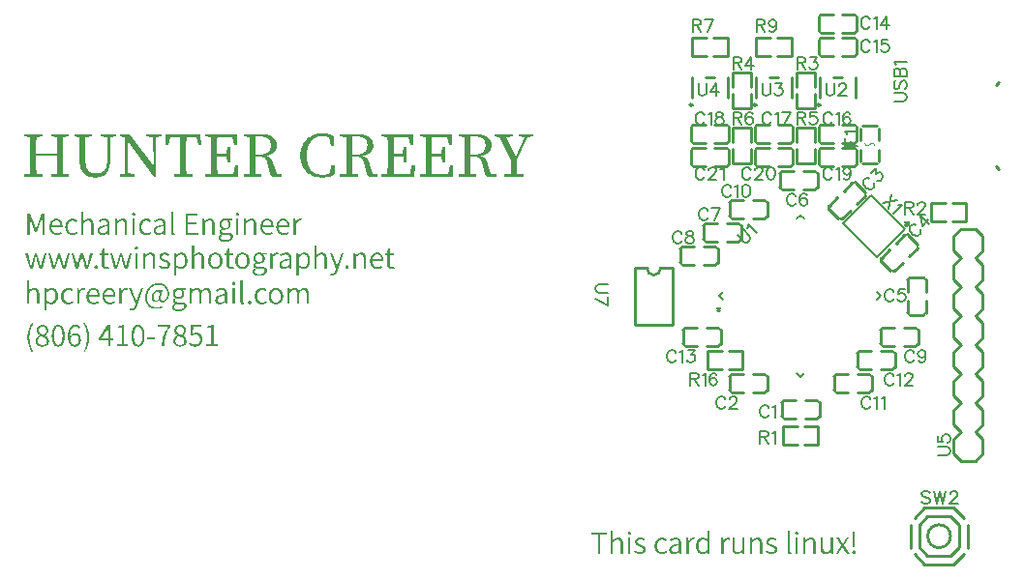
<source format=gto>
G04 Layer: TopSilkscreenLayer*
G04 EasyEDA v6.5.42, 2024-03-17 19:56:20*
G04 22851bfb20aa482085f49a562fa88950,7084cd4cda9a42c7a5f6ba31724bf8e5,10*
G04 Gerber Generator version 0.2*
G04 Scale: 100 percent, Rotated: No, Reflected: No *
G04 Dimensions in millimeters *
G04 leading zeros omitted , absolute positions ,4 integer and 5 decimal *
%FSLAX45Y45*%
%MOMM*%

%ADD10C,0.1524*%
%ADD11C,0.2540*%
%ADD12C,0.2032*%
%ADD13C,0.2000*%
%ADD14C,0.1000*%
%ADD15C,0.3000*%
%ADD16C,0.2500*%
%ADD17C,0.0164*%

%LPD*%
G36*
X3769868Y7772400D02*
G01*
X3757472Y7772044D01*
X3745331Y7770977D01*
X3733444Y7769250D01*
X3721912Y7766862D01*
X3710686Y7763764D01*
X3699764Y7760106D01*
X3689248Y7755788D01*
X3679088Y7750860D01*
X3669334Y7745323D01*
X3659987Y7739278D01*
X3651097Y7732623D01*
X3642614Y7725460D01*
X3634638Y7717790D01*
X3627069Y7709611D01*
X3620058Y7700924D01*
X3613556Y7691780D01*
X3607612Y7682179D01*
X3602177Y7672120D01*
X3597351Y7661656D01*
X3593084Y7650734D01*
X3589426Y7639507D01*
X3586378Y7627823D01*
X3584041Y7615834D01*
X3582314Y7603490D01*
X3581247Y7590840D01*
X3580892Y7577836D01*
X3581247Y7564628D01*
X3582212Y7551775D01*
X3583889Y7539278D01*
X3586175Y7527188D01*
X3589121Y7515402D01*
X3592626Y7504074D01*
X3596792Y7493152D01*
X3601465Y7482687D01*
X3606749Y7472629D01*
X3612591Y7463028D01*
X3618992Y7453884D01*
X3625850Y7445248D01*
X3633266Y7437120D01*
X3641191Y7429500D01*
X3649573Y7422388D01*
X3658463Y7415834D01*
X3667760Y7409840D01*
X3677513Y7404404D01*
X3687724Y7399578D01*
X3698341Y7395362D01*
X3709314Y7391704D01*
X3720744Y7388707D01*
X3732479Y7386370D01*
X3744620Y7384643D01*
X3757066Y7383627D01*
X3769868Y7383272D01*
X3781704Y7383525D01*
X3793337Y7384288D01*
X3804818Y7385558D01*
X3816197Y7387336D01*
X3827424Y7389672D01*
X3838448Y7392619D01*
X3849319Y7396073D01*
X3860088Y7400188D01*
X3870706Y7404862D01*
X3881120Y7410196D01*
X3882136Y7491984D01*
X3851656Y7491984D01*
X3837940Y7421372D01*
X3827221Y7416850D01*
X3821887Y7414920D01*
X3811117Y7411872D01*
X3800398Y7409738D01*
X3789730Y7408367D01*
X3779164Y7407706D01*
X3768547Y7407757D01*
X3757980Y7408468D01*
X3747719Y7409942D01*
X3742740Y7410907D01*
X3732987Y7413447D01*
X3723640Y7416698D01*
X3714648Y7420660D01*
X3706063Y7425334D01*
X3697935Y7430719D01*
X3690213Y7436764D01*
X3683000Y7443571D01*
X3676192Y7451039D01*
X3669944Y7459167D01*
X3664153Y7468006D01*
X3658920Y7477556D01*
X3654247Y7487767D01*
X3650132Y7498638D01*
X3646576Y7510170D01*
X3643629Y7522362D01*
X3641344Y7535265D01*
X3639667Y7548778D01*
X3638651Y7563002D01*
X3638296Y7577836D01*
X3638651Y7592618D01*
X3639769Y7606741D01*
X3641598Y7620253D01*
X3644087Y7633106D01*
X3647236Y7645298D01*
X3650996Y7656830D01*
X3653078Y7662367D01*
X3657752Y7672882D01*
X3662984Y7682738D01*
X3668776Y7691932D01*
X3675024Y7700467D01*
X3681831Y7708290D01*
X3689045Y7715402D01*
X3692804Y7718755D01*
X3700678Y7724851D01*
X3708958Y7730236D01*
X3717645Y7734909D01*
X3726637Y7738922D01*
X3735933Y7742174D01*
X3745585Y7744714D01*
X3755491Y7746542D01*
X3765600Y7747660D01*
X3775964Y7748016D01*
X3783025Y7747812D01*
X3790086Y7747253D01*
X3797147Y7746238D01*
X3804208Y7744764D01*
X3811320Y7742885D01*
X3818483Y7740497D01*
X3825646Y7737652D01*
X3832860Y7734300D01*
X3846576Y7663180D01*
X3877056Y7663180D01*
X3876040Y7744968D01*
X3869182Y7748778D01*
X3862273Y7752283D01*
X3855415Y7755432D01*
X3848506Y7758277D01*
X3834790Y7763002D01*
X3821226Y7766710D01*
X3807866Y7769352D01*
X3794810Y7771130D01*
X3782110Y7772095D01*
G37*
G36*
X1167892Y7763764D02*
G01*
X1167892Y7744459D01*
X1219708Y7738872D01*
X1220419Y7689951D01*
X1220673Y7640675D01*
X1220673Y7501839D01*
X1220114Y7440675D01*
X1219708Y7416292D01*
X1167892Y7410703D01*
X1167892Y7391400D01*
X1323848Y7391400D01*
X1323848Y7410703D01*
X1272540Y7416292D01*
X1271727Y7477810D01*
X1271524Y7571231D01*
X1452880Y7571231D01*
X1452575Y7464806D01*
X1451864Y7416292D01*
X1400556Y7410703D01*
X1400556Y7391400D01*
X1556512Y7391400D01*
X1556512Y7410703D01*
X1504696Y7416292D01*
X1503781Y7496302D01*
X1503781Y7665516D01*
X1504696Y7738872D01*
X1556512Y7744459D01*
X1556512Y7763764D01*
X1400556Y7763764D01*
X1400556Y7744459D01*
X1451864Y7738872D01*
X1452727Y7672222D01*
X1452880Y7593075D01*
X1271524Y7593075D01*
X1271778Y7684770D01*
X1272540Y7738872D01*
X1323848Y7744459D01*
X1323848Y7763764D01*
G37*
G36*
X1603756Y7763764D02*
G01*
X1603756Y7744459D01*
X1650492Y7739380D01*
X1650898Y7671816D01*
X1651000Y7533131D01*
X1651406Y7517688D01*
X1652625Y7503159D01*
X1654606Y7489494D01*
X1657350Y7476794D01*
X1660855Y7464907D01*
X1662836Y7459319D01*
X1665020Y7453934D01*
X1669897Y7443825D01*
X1675485Y7434529D01*
X1678482Y7430160D01*
X1685036Y7422134D01*
X1688541Y7418374D01*
X1695957Y7411516D01*
X1703984Y7405420D01*
X1712569Y7400137D01*
X1721713Y7395565D01*
X1731365Y7391755D01*
X1741525Y7388656D01*
X1752142Y7386269D01*
X1763217Y7384592D01*
X1774698Y7383576D01*
X1786636Y7383272D01*
X1797964Y7383627D01*
X1808937Y7384643D01*
X1819503Y7386370D01*
X1824634Y7387488D01*
X1834591Y7390333D01*
X1844090Y7393940D01*
X1853133Y7398308D01*
X1857451Y7400747D01*
X1865731Y7406335D01*
X1869693Y7409383D01*
X1877161Y7416190D01*
X1884070Y7423861D01*
X1887321Y7427975D01*
X1893316Y7436916D01*
X1898751Y7446772D01*
X1903475Y7457541D01*
X1907590Y7469225D01*
X1910994Y7481824D01*
X1913686Y7495438D01*
X1915617Y7510068D01*
X1916785Y7525664D01*
X1917192Y7542275D01*
X1917700Y7737856D01*
X1967484Y7744459D01*
X1967484Y7763764D01*
X1834388Y7763764D01*
X1834388Y7744459D01*
X1892807Y7736840D01*
X1893214Y7546340D01*
X1892452Y7529118D01*
X1890928Y7513320D01*
X1889912Y7505953D01*
X1887220Y7492187D01*
X1885594Y7485837D01*
X1881784Y7474051D01*
X1879600Y7468666D01*
X1877212Y7463536D01*
X1874621Y7458760D01*
X1871878Y7454290D01*
X1868932Y7450074D01*
X1865782Y7446162D01*
X1862429Y7442555D01*
X1858924Y7439202D01*
X1855216Y7436154D01*
X1851304Y7433360D01*
X1847240Y7430871D01*
X1842922Y7428585D01*
X1838452Y7426604D01*
X1828952Y7423353D01*
X1818639Y7421118D01*
X1813204Y7420305D01*
X1801774Y7419441D01*
X1790446Y7419441D01*
X1785264Y7419695D01*
X1775256Y7420864D01*
X1770481Y7421727D01*
X1761286Y7424115D01*
X1752650Y7427417D01*
X1748536Y7429449D01*
X1744624Y7431684D01*
X1740814Y7434173D01*
X1737207Y7436916D01*
X1733702Y7439964D01*
X1730400Y7443216D01*
X1727250Y7446772D01*
X1724304Y7450581D01*
X1721459Y7454696D01*
X1716379Y7463840D01*
X1712010Y7474153D01*
X1708404Y7485786D01*
X1706880Y7492085D01*
X1705559Y7498689D01*
X1703476Y7512964D01*
X1702206Y7528661D01*
X1701800Y7545831D01*
X1702054Y7683855D01*
X1702816Y7738364D01*
X1759204Y7744459D01*
X1759204Y7763764D01*
G37*
G36*
X2005584Y7763764D02*
G01*
X2005584Y7744459D01*
X2045207Y7739380D01*
X2050796Y7732268D01*
X2049780Y7417308D01*
X2003043Y7410703D01*
X2003043Y7391400D01*
X2134616Y7391400D01*
X2134616Y7410703D01*
X2075180Y7418324D01*
X2074164Y7699756D01*
X2301240Y7387844D01*
X2321052Y7387844D01*
X2321560Y7737856D01*
X2368296Y7744459D01*
X2368296Y7763764D01*
X2236724Y7763764D01*
X2236724Y7744459D01*
X2296160Y7737348D01*
X2297176Y7479284D01*
X2091436Y7763764D01*
G37*
G36*
X2405888Y7763764D02*
G01*
X2401316Y7664703D01*
X2429256Y7664703D01*
X2444496Y7739380D01*
X2531872Y7739380D01*
X2532634Y7684160D01*
X2532837Y7653223D01*
X2532735Y7483551D01*
X2531872Y7416800D01*
X2474468Y7410703D01*
X2474468Y7391400D01*
X2642108Y7391400D01*
X2642108Y7410703D01*
X2584704Y7416800D01*
X2583992Y7465720D01*
X2583688Y7520838D01*
X2583840Y7665618D01*
X2584704Y7739380D01*
X2672080Y7739380D01*
X2687828Y7664703D01*
X2714752Y7664703D01*
X2711196Y7763764D01*
G37*
G36*
X2750820Y7763764D02*
G01*
X2750820Y7744459D01*
X2802636Y7738872D01*
X2803347Y7689951D01*
X2803601Y7640675D01*
X2803601Y7501839D01*
X2802991Y7434580D01*
X2802636Y7416292D01*
X2750820Y7410703D01*
X2750820Y7391400D01*
X3037332Y7391400D01*
X3040380Y7490459D01*
X3012948Y7490459D01*
X2998216Y7415784D01*
X2855468Y7415784D01*
X2854655Y7477963D01*
X2854452Y7569708D01*
X2938780Y7569708D01*
X2946400Y7515859D01*
X2969260Y7515859D01*
X2969260Y7646924D01*
X2946400Y7646924D01*
X2938272Y7592059D01*
X2854452Y7592059D01*
X2854604Y7666481D01*
X2854960Y7709153D01*
X2855468Y7739380D01*
X2987548Y7739380D01*
X3002280Y7665720D01*
X3029712Y7665720D01*
X3026664Y7763764D01*
G37*
G36*
X3086100Y7763764D02*
G01*
X3086100Y7744459D01*
X3137916Y7738872D01*
X3138627Y7689951D01*
X3138881Y7653020D01*
X3138932Y7586472D01*
X3189732Y7586472D01*
X3189986Y7686192D01*
X3190748Y7741920D01*
X3239008Y7741920D01*
X3246120Y7741767D01*
X3252927Y7741361D01*
X3259429Y7740650D01*
X3265576Y7739684D01*
X3271418Y7738414D01*
X3276904Y7736890D01*
X3282086Y7735112D01*
X3286963Y7733030D01*
X3291535Y7730744D01*
X3295751Y7728153D01*
X3299714Y7725308D01*
X3303320Y7722260D01*
X3306673Y7718907D01*
X3309670Y7715351D01*
X3312414Y7711490D01*
X3314852Y7707426D01*
X3316986Y7703159D01*
X3318814Y7698638D01*
X3320338Y7693863D01*
X3321608Y7688884D01*
X3322574Y7683652D01*
X3323285Y7678267D01*
X3323691Y7672578D01*
X3323844Y7666736D01*
X3323691Y7661046D01*
X3323234Y7655458D01*
X3322472Y7650022D01*
X3321405Y7644739D01*
X3319983Y7639608D01*
X3318306Y7634681D01*
X3316325Y7629956D01*
X3313988Y7625384D01*
X3311398Y7621016D01*
X3308451Y7616901D01*
X3305251Y7612938D01*
X3301695Y7609281D01*
X3297834Y7605826D01*
X3293668Y7602626D01*
X3289198Y7599680D01*
X3284423Y7596987D01*
X3279292Y7594600D01*
X3273907Y7592517D01*
X3268217Y7590688D01*
X3262172Y7589215D01*
X3255822Y7588046D01*
X3249168Y7587183D01*
X3242208Y7586624D01*
X3234944Y7586472D01*
X3138932Y7586472D01*
X3138627Y7465110D01*
X3137916Y7416292D01*
X3086100Y7410703D01*
X3086100Y7391400D01*
X3242564Y7391400D01*
X3242564Y7410703D01*
X3190748Y7416800D01*
X3190036Y7464958D01*
X3189732Y7565136D01*
X3227527Y7565034D01*
X3235248Y7564628D01*
X3242411Y7563916D01*
X3248964Y7562850D01*
X3255010Y7561376D01*
X3260496Y7559548D01*
X3265576Y7557211D01*
X3270199Y7554417D01*
X3274415Y7551064D01*
X3278225Y7547152D01*
X3281679Y7542631D01*
X3284829Y7537500D01*
X3287725Y7531658D01*
X3290315Y7525105D01*
X3292703Y7517841D01*
X3319475Y7415225D01*
X3321659Y7409738D01*
X3324250Y7404862D01*
X3327400Y7400645D01*
X3331057Y7396988D01*
X3335274Y7393889D01*
X3340100Y7391298D01*
X3345535Y7389266D01*
X3351631Y7387742D01*
X3358387Y7386624D01*
X3365906Y7386015D01*
X3374136Y7385812D01*
X3386531Y7386167D01*
X3397707Y7387285D01*
X3407664Y7389012D01*
X3416300Y7391400D01*
X3416300Y7410703D01*
X3373120Y7414768D01*
X3347212Y7502144D01*
X3344773Y7509865D01*
X3342132Y7517079D01*
X3339337Y7523784D01*
X3336391Y7530033D01*
X3333191Y7535773D01*
X3329838Y7541056D01*
X3326180Y7545933D01*
X3322320Y7550353D01*
X3318205Y7554366D01*
X3313785Y7557973D01*
X3309061Y7561224D01*
X3304082Y7564069D01*
X3298748Y7566609D01*
X3293059Y7568793D01*
X3287064Y7570673D01*
X3280664Y7572248D01*
X3288436Y7573772D01*
X3295904Y7575600D01*
X3303015Y7577683D01*
X3309772Y7580071D01*
X3316224Y7582662D01*
X3322370Y7585506D01*
X3328162Y7588554D01*
X3333648Y7591856D01*
X3338779Y7595362D01*
X3343605Y7599070D01*
X3348075Y7602981D01*
X3352241Y7607046D01*
X3356051Y7611313D01*
X3359556Y7615681D01*
X3362706Y7620253D01*
X3365500Y7624927D01*
X3367989Y7629753D01*
X3370173Y7634681D01*
X3372002Y7639710D01*
X3373526Y7644892D01*
X3374644Y7650124D01*
X3375507Y7655407D01*
X3376015Y7660792D01*
X3376168Y7666228D01*
X3376015Y7671917D01*
X3375609Y7677454D01*
X3373882Y7688072D01*
X3371037Y7698079D01*
X3367074Y7707375D01*
X3364687Y7711846D01*
X3362045Y7716062D01*
X3359150Y7720177D01*
X3352546Y7727848D01*
X3344926Y7734808D01*
X3340760Y7738059D01*
X3336290Y7741107D01*
X3331616Y7743952D01*
X3326688Y7746644D01*
X3321558Y7749133D01*
X3316173Y7751419D01*
X3304692Y7755432D01*
X3292297Y7758684D01*
X3285744Y7760055D01*
X3272028Y7762087D01*
X3257448Y7763357D01*
X3242056Y7763764D01*
G37*
G36*
X3930396Y7763764D02*
G01*
X3930396Y7744459D01*
X3982212Y7738872D01*
X3982923Y7689951D01*
X3983177Y7653020D01*
X3983228Y7586472D01*
X4034028Y7586472D01*
X4034332Y7692491D01*
X4035044Y7741920D01*
X4083304Y7741920D01*
X4090415Y7741767D01*
X4097223Y7741361D01*
X4103725Y7740650D01*
X4109872Y7739684D01*
X4115714Y7738414D01*
X4121200Y7736890D01*
X4126382Y7735112D01*
X4131259Y7733030D01*
X4135831Y7730744D01*
X4140047Y7728153D01*
X4144010Y7725308D01*
X4147616Y7722260D01*
X4150969Y7718907D01*
X4153966Y7715351D01*
X4156710Y7711490D01*
X4159148Y7707426D01*
X4161282Y7703159D01*
X4163110Y7698638D01*
X4164634Y7693863D01*
X4165904Y7688884D01*
X4166870Y7683652D01*
X4167581Y7678267D01*
X4167987Y7672578D01*
X4168140Y7666736D01*
X4167987Y7661046D01*
X4167530Y7655458D01*
X4166768Y7650022D01*
X4165701Y7644739D01*
X4164279Y7639608D01*
X4162602Y7634681D01*
X4160621Y7629956D01*
X4158284Y7625384D01*
X4155694Y7621016D01*
X4152747Y7616901D01*
X4149547Y7612938D01*
X4145991Y7609281D01*
X4142130Y7605826D01*
X4137964Y7602626D01*
X4133494Y7599680D01*
X4128719Y7596987D01*
X4123588Y7594600D01*
X4118203Y7592517D01*
X4112514Y7590688D01*
X4106468Y7589215D01*
X4100118Y7588046D01*
X4093464Y7587183D01*
X4086504Y7586624D01*
X4079240Y7586472D01*
X3983228Y7586472D01*
X3982923Y7465110D01*
X3982212Y7416292D01*
X3930396Y7410703D01*
X3930396Y7391400D01*
X4086860Y7391400D01*
X4086860Y7410703D01*
X4035044Y7416800D01*
X4034332Y7464958D01*
X4034078Y7501788D01*
X4034028Y7565136D01*
X4071823Y7565034D01*
X4079544Y7564628D01*
X4086707Y7563916D01*
X4093260Y7562850D01*
X4099306Y7561376D01*
X4104792Y7559548D01*
X4109872Y7557211D01*
X4114495Y7554417D01*
X4118711Y7551064D01*
X4122521Y7547152D01*
X4125976Y7542631D01*
X4129125Y7537500D01*
X4132021Y7531658D01*
X4134612Y7525105D01*
X4136999Y7517841D01*
X4163771Y7415225D01*
X4165955Y7409738D01*
X4168546Y7404862D01*
X4171696Y7400645D01*
X4175353Y7396988D01*
X4179570Y7393889D01*
X4184396Y7391298D01*
X4189831Y7389266D01*
X4195927Y7387742D01*
X4202684Y7386624D01*
X4210202Y7386015D01*
X4218432Y7385812D01*
X4230827Y7386167D01*
X4242003Y7387285D01*
X4251960Y7389012D01*
X4260596Y7391400D01*
X4260596Y7410703D01*
X4217416Y7414768D01*
X4191508Y7502144D01*
X4189069Y7509865D01*
X4186428Y7517079D01*
X4183634Y7523784D01*
X4180687Y7530033D01*
X4177487Y7535773D01*
X4174134Y7541056D01*
X4170476Y7545933D01*
X4166615Y7550353D01*
X4162501Y7554366D01*
X4158081Y7557973D01*
X4153357Y7561224D01*
X4148378Y7564069D01*
X4143044Y7566609D01*
X4137355Y7568793D01*
X4131360Y7570673D01*
X4124960Y7572248D01*
X4132732Y7573772D01*
X4140200Y7575600D01*
X4147312Y7577683D01*
X4154068Y7580071D01*
X4160520Y7582662D01*
X4166666Y7585506D01*
X4172458Y7588554D01*
X4177944Y7591856D01*
X4183075Y7595362D01*
X4187901Y7599070D01*
X4192371Y7602981D01*
X4196537Y7607046D01*
X4200347Y7611313D01*
X4203852Y7615681D01*
X4207002Y7620253D01*
X4209796Y7624927D01*
X4212285Y7629753D01*
X4214469Y7634681D01*
X4216298Y7639710D01*
X4217822Y7644892D01*
X4218940Y7650124D01*
X4219803Y7655407D01*
X4220311Y7660792D01*
X4220464Y7666228D01*
X4220311Y7671917D01*
X4219905Y7677454D01*
X4218178Y7688072D01*
X4215333Y7698079D01*
X4211370Y7707375D01*
X4208983Y7711846D01*
X4206341Y7716062D01*
X4203446Y7720177D01*
X4196842Y7727848D01*
X4189222Y7734808D01*
X4185005Y7738059D01*
X4180586Y7741107D01*
X4175912Y7743952D01*
X4170984Y7746644D01*
X4165854Y7749133D01*
X4160469Y7751419D01*
X4148988Y7755432D01*
X4136593Y7758684D01*
X4130040Y7760055D01*
X4116324Y7762087D01*
X4101744Y7763357D01*
X4086351Y7763764D01*
G37*
G36*
X4293108Y7763764D02*
G01*
X4293108Y7744459D01*
X4344924Y7738872D01*
X4345635Y7689951D01*
X4345889Y7640675D01*
X4345889Y7501839D01*
X4345279Y7434580D01*
X4344924Y7416292D01*
X4293108Y7410703D01*
X4293108Y7391400D01*
X4579620Y7391400D01*
X4582668Y7490459D01*
X4555236Y7490459D01*
X4540504Y7415784D01*
X4397756Y7415784D01*
X4396943Y7477963D01*
X4396740Y7569708D01*
X4481068Y7569708D01*
X4488688Y7515859D01*
X4511548Y7515859D01*
X4511548Y7646924D01*
X4488688Y7646924D01*
X4480560Y7592059D01*
X4396740Y7592059D01*
X4396892Y7666481D01*
X4397248Y7709153D01*
X4397756Y7739380D01*
X4529836Y7739380D01*
X4544568Y7665720D01*
X4572000Y7665720D01*
X4568952Y7763764D01*
G37*
G36*
X4628388Y7763764D02*
G01*
X4628388Y7744459D01*
X4680204Y7738872D01*
X4680915Y7689951D01*
X4681169Y7640675D01*
X4681169Y7501839D01*
X4680559Y7434580D01*
X4680204Y7416292D01*
X4628388Y7410703D01*
X4628388Y7391400D01*
X4914900Y7391400D01*
X4917948Y7490459D01*
X4890516Y7490459D01*
X4875784Y7415784D01*
X4733036Y7415784D01*
X4732223Y7477963D01*
X4732020Y7569708D01*
X4816348Y7569708D01*
X4823968Y7515859D01*
X4846828Y7515859D01*
X4846828Y7646924D01*
X4823968Y7646924D01*
X4815840Y7592059D01*
X4732020Y7592059D01*
X4732172Y7666481D01*
X4732528Y7709153D01*
X4733036Y7739380D01*
X4865116Y7739380D01*
X4879848Y7665720D01*
X4907280Y7665720D01*
X4904232Y7763764D01*
G37*
G36*
X4963668Y7763764D02*
G01*
X4963668Y7744459D01*
X5015484Y7738872D01*
X5016195Y7689951D01*
X5016449Y7653020D01*
X5016500Y7586472D01*
X5067300Y7586472D01*
X5067554Y7686192D01*
X5068316Y7741920D01*
X5116576Y7741920D01*
X5123688Y7741767D01*
X5130495Y7741361D01*
X5136997Y7740650D01*
X5143144Y7739684D01*
X5148986Y7738414D01*
X5154472Y7736890D01*
X5159654Y7735112D01*
X5164531Y7733030D01*
X5169103Y7730744D01*
X5173319Y7728153D01*
X5177282Y7725308D01*
X5180888Y7722260D01*
X5184241Y7718907D01*
X5187238Y7715351D01*
X5189982Y7711490D01*
X5192420Y7707426D01*
X5194554Y7703159D01*
X5196382Y7698638D01*
X5197906Y7693863D01*
X5199176Y7688884D01*
X5200142Y7683652D01*
X5200853Y7678267D01*
X5201259Y7672578D01*
X5201412Y7666736D01*
X5201259Y7661046D01*
X5200802Y7655458D01*
X5200040Y7650022D01*
X5198973Y7644739D01*
X5197551Y7639608D01*
X5195874Y7634681D01*
X5193893Y7629956D01*
X5191556Y7625384D01*
X5188966Y7621016D01*
X5186019Y7616901D01*
X5182819Y7612938D01*
X5179263Y7609281D01*
X5175402Y7605826D01*
X5171236Y7602626D01*
X5166766Y7599680D01*
X5161991Y7596987D01*
X5156860Y7594600D01*
X5151475Y7592517D01*
X5145786Y7590688D01*
X5139740Y7589215D01*
X5133390Y7588046D01*
X5126736Y7587183D01*
X5119776Y7586624D01*
X5112512Y7586472D01*
X5016500Y7586472D01*
X5016195Y7465110D01*
X5015484Y7416292D01*
X4963668Y7410703D01*
X4963668Y7391400D01*
X5120132Y7391400D01*
X5120132Y7410703D01*
X5068316Y7416800D01*
X5067604Y7464958D01*
X5067300Y7565136D01*
X5105095Y7565034D01*
X5112816Y7564628D01*
X5119979Y7563916D01*
X5126532Y7562850D01*
X5132578Y7561376D01*
X5138064Y7559548D01*
X5143144Y7557211D01*
X5147767Y7554417D01*
X5151983Y7551064D01*
X5155793Y7547152D01*
X5159248Y7542631D01*
X5162397Y7537500D01*
X5165293Y7531658D01*
X5167884Y7525105D01*
X5170271Y7517841D01*
X5197043Y7415225D01*
X5199227Y7409738D01*
X5201818Y7404862D01*
X5204968Y7400645D01*
X5208625Y7396988D01*
X5212842Y7393889D01*
X5217668Y7391298D01*
X5223103Y7389266D01*
X5229199Y7387742D01*
X5235956Y7386624D01*
X5243474Y7386015D01*
X5251704Y7385812D01*
X5264099Y7386167D01*
X5275275Y7387285D01*
X5285232Y7389012D01*
X5293868Y7391400D01*
X5293868Y7410703D01*
X5250688Y7414768D01*
X5224780Y7502144D01*
X5222341Y7509865D01*
X5219700Y7517079D01*
X5216906Y7523784D01*
X5213959Y7530033D01*
X5210759Y7535773D01*
X5207406Y7541056D01*
X5203748Y7545933D01*
X5199888Y7550353D01*
X5195773Y7554366D01*
X5191353Y7557973D01*
X5186629Y7561224D01*
X5181650Y7564069D01*
X5176316Y7566609D01*
X5170627Y7568793D01*
X5164632Y7570673D01*
X5158232Y7572248D01*
X5166004Y7573772D01*
X5173472Y7575600D01*
X5180584Y7577683D01*
X5187340Y7580071D01*
X5193792Y7582662D01*
X5199938Y7585506D01*
X5205730Y7588554D01*
X5211216Y7591856D01*
X5216347Y7595362D01*
X5221173Y7599070D01*
X5225643Y7602981D01*
X5229809Y7607046D01*
X5233619Y7611313D01*
X5237124Y7615681D01*
X5240274Y7620253D01*
X5243068Y7624927D01*
X5245557Y7629753D01*
X5247741Y7634681D01*
X5249570Y7639710D01*
X5251094Y7644892D01*
X5252212Y7650124D01*
X5253075Y7655407D01*
X5253583Y7660792D01*
X5253736Y7666228D01*
X5253583Y7671917D01*
X5253177Y7677454D01*
X5251450Y7688072D01*
X5248605Y7698079D01*
X5244642Y7707375D01*
X5242255Y7711846D01*
X5239613Y7716062D01*
X5236718Y7720177D01*
X5230114Y7727848D01*
X5222494Y7734808D01*
X5218277Y7738059D01*
X5213858Y7741107D01*
X5209184Y7743952D01*
X5204256Y7746644D01*
X5199126Y7749133D01*
X5193741Y7751419D01*
X5182260Y7755432D01*
X5169865Y7758684D01*
X5163312Y7760055D01*
X5149596Y7762087D01*
X5135016Y7763357D01*
X5119624Y7763764D01*
G37*
G36*
X5283708Y7763764D02*
G01*
X5283708Y7744459D01*
X5325872Y7739888D01*
X5425948Y7536688D01*
X5425694Y7455052D01*
X5424932Y7416800D01*
X5367528Y7410703D01*
X5367528Y7391400D01*
X5534660Y7391400D01*
X5534660Y7410703D01*
X5477256Y7416800D01*
X5476443Y7461758D01*
X5476240Y7538720D01*
X5572760Y7737856D01*
X5621020Y7744459D01*
X5621020Y7763764D01*
X5495036Y7763764D01*
X5495036Y7744459D01*
X5547360Y7737856D01*
X5465064Y7563612D01*
X5383784Y7738872D01*
X5438140Y7744459D01*
X5438140Y7763764D01*
G37*
G36*
X1664716Y7085584D02*
G01*
X1664716Y6883400D01*
X1685289Y6883400D01*
X1685289Y6983730D01*
X1690471Y6988911D01*
X1695348Y6993432D01*
X1700123Y6997293D01*
X1704746Y7000443D01*
X1709420Y7002881D01*
X1714195Y7004659D01*
X1719173Y7005726D01*
X1724406Y7006081D01*
X1731060Y7005523D01*
X1736699Y7003846D01*
X1741373Y7001002D01*
X1745132Y6996938D01*
X1748028Y6991654D01*
X1750009Y6985101D01*
X1751177Y6977227D01*
X1751584Y6967981D01*
X1751584Y6883400D01*
X1772412Y6883400D01*
X1772412Y6970522D01*
X1772157Y6978954D01*
X1771294Y6986676D01*
X1769922Y6993686D01*
X1767941Y6999986D01*
X1765350Y7005574D01*
X1762201Y7010450D01*
X1758492Y7014616D01*
X1754124Y7018020D01*
X1749145Y7020661D01*
X1743557Y7022592D01*
X1737360Y7023709D01*
X1730502Y7024116D01*
X1723694Y7023608D01*
X1717243Y7022236D01*
X1711198Y7020052D01*
X1705406Y7017207D01*
X1699920Y7013702D01*
X1694637Y7009739D01*
X1689506Y7005421D01*
X1684528Y7000748D01*
X1685289Y7029450D01*
X1685289Y7085584D01*
G37*
G36*
X2449322Y7085584D02*
G01*
X2449322Y6908546D01*
X2449626Y6902094D01*
X2450592Y6896404D01*
X2452217Y6891528D01*
X2454605Y6887464D01*
X2457704Y6884263D01*
X2461514Y6881977D01*
X2466187Y6880555D01*
X2471674Y6880098D01*
X2475636Y6880250D01*
X2478836Y6880606D01*
X2484120Y6881875D01*
X2481072Y6897878D01*
X2478176Y6897420D01*
X2476246Y6897370D01*
X2473756Y6897928D01*
X2471724Y6899605D01*
X2470404Y6902602D01*
X2469896Y6907022D01*
X2469896Y7085584D01*
G37*
G36*
X2123694Y7078472D02*
G01*
X2117801Y7077456D01*
X2113229Y7074611D01*
X2110282Y7070242D01*
X2109216Y7064502D01*
X2110282Y7058507D01*
X2113229Y7053935D01*
X2117801Y7051040D01*
X2123694Y7050024D01*
X2129332Y7051040D01*
X2133854Y7053935D01*
X2136851Y7058507D01*
X2137918Y7064502D01*
X2136851Y7070242D01*
X2133854Y7074611D01*
X2129332Y7077456D01*
G37*
G36*
X3030728Y7078472D02*
G01*
X3024835Y7077456D01*
X3020263Y7074611D01*
X3017316Y7070242D01*
X3016250Y7064502D01*
X3017316Y7058507D01*
X3020263Y7053935D01*
X3024835Y7051040D01*
X3030728Y7050024D01*
X3036366Y7051040D01*
X3040888Y7053935D01*
X3043885Y7058507D01*
X3044952Y7064502D01*
X3043885Y7070242D01*
X3040888Y7074611D01*
X3036366Y7077456D01*
G37*
G36*
X1194308Y7069328D02*
G01*
X1194308Y6883400D01*
X1213358Y6883400D01*
X1213307Y6996988D01*
X1212088Y7024674D01*
X1210818Y7044690D01*
X1211834Y7044690D01*
X1226566Y7002525D01*
X1263142Y6902450D01*
X1277620Y6902450D01*
X1313942Y7002525D01*
X1328674Y7044690D01*
X1329690Y7044690D01*
X1328013Y7017562D01*
X1327404Y7003592D01*
X1327150Y6990842D01*
X1327150Y6883400D01*
X1346708Y6883400D01*
X1346708Y7069328D01*
X1320800Y7069328D01*
X1282852Y6962800D01*
X1271524Y6928103D01*
X1270254Y6928103D01*
X1258519Y6962800D01*
X1220216Y7069328D01*
G37*
G36*
X2578608Y7069328D02*
G01*
X2578608Y6883400D01*
X2687320Y6883400D01*
X2687320Y6901180D01*
X2599690Y6901180D01*
X2599690Y6972553D01*
X2671064Y6972553D01*
X2671064Y6990334D01*
X2599690Y6990334D01*
X2599690Y7051548D01*
X2684526Y7051548D01*
X2684526Y7069328D01*
G37*
G36*
X1447292Y7024116D02*
G01*
X1442567Y7023912D01*
X1437944Y7023303D01*
X1433322Y7022287D01*
X1428851Y7020864D01*
X1424432Y7019086D01*
X1420164Y7016953D01*
X1416050Y7014413D01*
X1412138Y7011517D01*
X1408379Y7008317D01*
X1404874Y7004710D01*
X1401572Y7000798D01*
X1398574Y6996582D01*
X1395780Y6992010D01*
X1393342Y6987184D01*
X1391208Y6982002D01*
X1389430Y6976567D01*
X1388008Y6970826D01*
X1386716Y6962648D01*
X1406398Y6962648D01*
X1407414Y6969455D01*
X1408988Y6975754D01*
X1411173Y6981545D01*
X1413814Y6986778D01*
X1416913Y6991451D01*
X1420418Y6995566D01*
X1424279Y6999122D01*
X1428445Y7002018D01*
X1432915Y7004354D01*
X1437640Y7005980D01*
X1442516Y7006996D01*
X1447546Y7007352D01*
X1452930Y7007047D01*
X1457960Y7006081D01*
X1462532Y7004456D01*
X1466697Y7002272D01*
X1470406Y6999427D01*
X1473708Y6995972D01*
X1476502Y6991908D01*
X1478838Y6987235D01*
X1480718Y6981952D01*
X1482039Y6976109D01*
X1482852Y6969658D01*
X1483106Y6962648D01*
X1386716Y6962648D01*
X1386281Y6958533D01*
X1386078Y6951980D01*
X1386281Y6945325D01*
X1386941Y6938975D01*
X1387957Y6932930D01*
X1389380Y6927138D01*
X1391158Y6921652D01*
X1393291Y6916521D01*
X1395780Y6911644D01*
X1398574Y6907123D01*
X1401673Y6902958D01*
X1405077Y6899097D01*
X1408734Y6895541D01*
X1412646Y6892391D01*
X1416761Y6889546D01*
X1421130Y6887057D01*
X1425702Y6884974D01*
X1430477Y6883247D01*
X1435404Y6881875D01*
X1440535Y6880910D01*
X1445768Y6880301D01*
X1451102Y6880098D01*
X1458010Y6880402D01*
X1464462Y6881215D01*
X1470558Y6882485D01*
X1476248Y6884212D01*
X1481632Y6886295D01*
X1486662Y6888683D01*
X1491488Y6891274D01*
X1496060Y6894068D01*
X1488440Y6907784D01*
X1480616Y6903161D01*
X1472285Y6899605D01*
X1463344Y6897370D01*
X1453642Y6896608D01*
X1446987Y6897014D01*
X1440738Y6898233D01*
X1434896Y6900265D01*
X1429562Y6903008D01*
X1424686Y6906463D01*
X1420317Y6910578D01*
X1416558Y6915353D01*
X1413306Y6920687D01*
X1410665Y6926630D01*
X1408684Y6933082D01*
X1407312Y6939991D01*
X1406652Y6947408D01*
X1500378Y6947408D01*
X1501190Y6953148D01*
X1501394Y6959853D01*
X1501140Y6967118D01*
X1500479Y6973976D01*
X1499362Y6980478D01*
X1497787Y6986625D01*
X1495755Y6992315D01*
X1493316Y6997598D01*
X1490472Y7002424D01*
X1487220Y7006844D01*
X1483512Y7010755D01*
X1479499Y7014209D01*
X1475028Y7017207D01*
X1470202Y7019645D01*
X1465021Y7021575D01*
X1459484Y7022998D01*
X1453540Y7023811D01*
G37*
G36*
X1590802Y7024116D02*
G01*
X1585620Y7023912D01*
X1580540Y7023353D01*
X1575511Y7022338D01*
X1570634Y7021017D01*
X1565910Y7019290D01*
X1561338Y7017156D01*
X1556969Y7014718D01*
X1552803Y7011873D01*
X1548841Y7008723D01*
X1545132Y7005218D01*
X1541678Y7001306D01*
X1538478Y6997141D01*
X1535582Y6992569D01*
X1533042Y6987743D01*
X1530807Y6982561D01*
X1528978Y6977024D01*
X1527505Y6971233D01*
X1526387Y6965086D01*
X1525727Y6958685D01*
X1525524Y6951980D01*
X1525727Y6945325D01*
X1526336Y6938924D01*
X1527352Y6932828D01*
X1528673Y6927037D01*
X1530400Y6921550D01*
X1532483Y6916420D01*
X1534871Y6911543D01*
X1537563Y6907022D01*
X1540560Y6902856D01*
X1543862Y6898995D01*
X1547418Y6895490D01*
X1551279Y6892290D01*
X1555292Y6889496D01*
X1559610Y6887006D01*
X1564081Y6884924D01*
X1568805Y6883196D01*
X1573682Y6881875D01*
X1578711Y6880859D01*
X1583944Y6880301D01*
X1589278Y6880098D01*
X1595475Y6880402D01*
X1601520Y6881317D01*
X1607413Y6882739D01*
X1613103Y6884771D01*
X1618538Y6887260D01*
X1623771Y6890258D01*
X1628749Y6893712D01*
X1633474Y6897624D01*
X1624330Y6911340D01*
X1617319Y6905955D01*
X1609293Y6901484D01*
X1600504Y6898487D01*
X1591056Y6897370D01*
X1584655Y6897827D01*
X1578610Y6899148D01*
X1573022Y6901281D01*
X1567840Y6904228D01*
X1563217Y6907936D01*
X1559052Y6912406D01*
X1555445Y6917486D01*
X1552448Y6923278D01*
X1550060Y6929628D01*
X1548282Y6936536D01*
X1547215Y6944004D01*
X1546860Y6951980D01*
X1547266Y6959904D01*
X1548384Y6967321D01*
X1550212Y6974230D01*
X1552752Y6980580D01*
X1555902Y6986371D01*
X1559610Y6991451D01*
X1563827Y6995922D01*
X1568551Y6999681D01*
X1573733Y7002627D01*
X1579321Y7004812D01*
X1585315Y7006132D01*
X1591564Y7006590D01*
X1599692Y7005675D01*
X1607007Y7003135D01*
X1613763Y6999173D01*
X1620012Y6994144D01*
X1630933Y7007606D01*
X1627174Y7010857D01*
X1623110Y7013956D01*
X1618742Y7016750D01*
X1614017Y7019188D01*
X1608886Y7021220D01*
X1603298Y7022795D01*
X1597304Y7023760D01*
G37*
G36*
X1867916Y7024116D02*
G01*
X1859788Y7023658D01*
X1851914Y7022388D01*
X1844497Y7020509D01*
X1837436Y7018070D01*
X1830882Y7015225D01*
X1824837Y7012228D01*
X1819402Y7009130D01*
X1814575Y7006081D01*
X1822957Y6991603D01*
X1827072Y6994398D01*
X1831543Y6997090D01*
X1836369Y6999681D01*
X1841500Y7001967D01*
X1846935Y7003948D01*
X1852625Y7005523D01*
X1858518Y7006488D01*
X1864614Y7006844D01*
X1872640Y7006031D01*
X1879193Y7003694D01*
X1884324Y7000087D01*
X1888185Y6995363D01*
X1890928Y6989825D01*
X1892706Y6983577D01*
X1893620Y6976922D01*
X1893824Y6970014D01*
X1877110Y6967778D01*
X1862328Y6965035D01*
X1849475Y6961682D01*
X1843684Y6959803D01*
X1838401Y6957720D01*
X1833575Y6955536D01*
X1829155Y6953097D01*
X1825243Y6950557D01*
X1821738Y6947814D01*
X1818639Y6944868D01*
X1815998Y6941769D01*
X1813763Y6938416D01*
X1811934Y6934911D01*
X1810512Y6931202D01*
X1809546Y6927240D01*
X1808937Y6923074D01*
X1808793Y6919975D01*
X1828800Y6919975D01*
X1829155Y6924548D01*
X1830222Y6928764D01*
X1832152Y6932777D01*
X1834896Y6936435D01*
X1838502Y6939838D01*
X1843125Y6942988D01*
X1848713Y6945833D01*
X1855419Y6948373D01*
X1863191Y6950709D01*
X1872183Y6952742D01*
X1882343Y6954520D01*
X1893824Y6956044D01*
X1893824Y6915912D01*
X1888693Y6911543D01*
X1883714Y6907682D01*
X1878838Y6904431D01*
X1874012Y6901738D01*
X1869186Y6899605D01*
X1864309Y6898081D01*
X1859330Y6897166D01*
X1854200Y6896862D01*
X1849120Y6897166D01*
X1844344Y6898131D01*
X1840026Y6899808D01*
X1836267Y6902246D01*
X1833168Y6905396D01*
X1830781Y6909409D01*
X1829307Y6914235D01*
X1828800Y6919975D01*
X1808793Y6919975D01*
X1809089Y6912711D01*
X1810105Y6907225D01*
X1811782Y6902196D01*
X1814068Y6897624D01*
X1816862Y6893610D01*
X1820214Y6890054D01*
X1823974Y6887057D01*
X1828241Y6884568D01*
X1832864Y6882638D01*
X1837791Y6881215D01*
X1843074Y6880402D01*
X1848612Y6880098D01*
X1855012Y6880504D01*
X1861261Y6881672D01*
X1867357Y6883501D01*
X1873250Y6885940D01*
X1878939Y6888886D01*
X1884476Y6892290D01*
X1889760Y6896100D01*
X1894839Y6900164D01*
X1895602Y6900164D01*
X1897380Y6883400D01*
X1914398Y6883400D01*
X1914398Y6968490D01*
X1914245Y6974535D01*
X1913788Y6980377D01*
X1912975Y6985863D01*
X1911807Y6991096D01*
X1910334Y6996023D01*
X1908454Y7000595D01*
X1906219Y7004812D01*
X1903628Y7008672D01*
X1900631Y7012178D01*
X1897227Y7015225D01*
X1893417Y7017867D01*
X1889201Y7020052D01*
X1884578Y7021830D01*
X1879447Y7023100D01*
X1873910Y7023862D01*
G37*
G36*
X2025396Y7024116D02*
G01*
X2018538Y7023608D01*
X2012086Y7022236D01*
X2005990Y7020052D01*
X2000199Y7017156D01*
X1994662Y7013651D01*
X1989328Y7009638D01*
X1984197Y7005218D01*
X1979168Y7000494D01*
X1978406Y7000494D01*
X1976374Y7020559D01*
X1959610Y7020559D01*
X1959610Y6883400D01*
X1980184Y6883400D01*
X1980184Y6983730D01*
X1985365Y6988911D01*
X1990242Y6993432D01*
X1995017Y6997293D01*
X1999640Y7000443D01*
X2004314Y7002881D01*
X2009089Y7004659D01*
X2014067Y7005726D01*
X2019300Y7006081D01*
X2025954Y7005523D01*
X2031593Y7003846D01*
X2036267Y7001002D01*
X2040026Y6996938D01*
X2042922Y6991654D01*
X2044903Y6985101D01*
X2046071Y6977227D01*
X2046478Y6967981D01*
X2046478Y6883400D01*
X2067306Y6883400D01*
X2067306Y6970522D01*
X2067052Y6978954D01*
X2066188Y6986676D01*
X2064816Y6993686D01*
X2062835Y6999986D01*
X2060244Y7005574D01*
X2057095Y7010450D01*
X2053386Y7014616D01*
X2049018Y7018020D01*
X2044039Y7020661D01*
X2038451Y7022592D01*
X2032254Y7023709D01*
G37*
G36*
X2236216Y7024116D02*
G01*
X2231034Y7023912D01*
X2225954Y7023353D01*
X2220925Y7022338D01*
X2216048Y7021017D01*
X2211324Y7019290D01*
X2206752Y7017156D01*
X2202383Y7014718D01*
X2198217Y7011873D01*
X2194255Y7008723D01*
X2190546Y7005218D01*
X2187092Y7001306D01*
X2183892Y6997141D01*
X2180996Y6992569D01*
X2178456Y6987743D01*
X2176221Y6982561D01*
X2174392Y6977024D01*
X2172919Y6971233D01*
X2171801Y6965086D01*
X2171141Y6958685D01*
X2170938Y6951980D01*
X2171141Y6945325D01*
X2171750Y6938924D01*
X2172766Y6932828D01*
X2174087Y6927037D01*
X2175814Y6921550D01*
X2177897Y6916420D01*
X2180285Y6911543D01*
X2182977Y6907022D01*
X2185974Y6902856D01*
X2189276Y6898995D01*
X2192832Y6895490D01*
X2196693Y6892290D01*
X2200706Y6889496D01*
X2205024Y6887006D01*
X2209495Y6884924D01*
X2214219Y6883196D01*
X2219096Y6881875D01*
X2224125Y6880859D01*
X2229358Y6880301D01*
X2234692Y6880098D01*
X2240889Y6880402D01*
X2246934Y6881317D01*
X2252827Y6882739D01*
X2258517Y6884771D01*
X2263952Y6887260D01*
X2269185Y6890258D01*
X2274163Y6893712D01*
X2278888Y6897624D01*
X2269744Y6911340D01*
X2262733Y6905955D01*
X2254707Y6901484D01*
X2245918Y6898487D01*
X2236470Y6897370D01*
X2230069Y6897827D01*
X2224024Y6899148D01*
X2218436Y6901281D01*
X2213254Y6904228D01*
X2208631Y6907936D01*
X2204466Y6912406D01*
X2200859Y6917486D01*
X2197862Y6923278D01*
X2195474Y6929628D01*
X2193696Y6936536D01*
X2192629Y6944004D01*
X2192274Y6951980D01*
X2192680Y6959904D01*
X2193798Y6967321D01*
X2195626Y6974230D01*
X2198166Y6980580D01*
X2201316Y6986371D01*
X2205024Y6991451D01*
X2209241Y6995922D01*
X2213965Y6999681D01*
X2219147Y7002627D01*
X2224735Y7004812D01*
X2230729Y7006132D01*
X2236978Y7006590D01*
X2245106Y7005675D01*
X2252421Y7003135D01*
X2259177Y6999173D01*
X2265426Y6994144D01*
X2276348Y7007606D01*
X2272588Y7010857D01*
X2268524Y7013956D01*
X2264156Y7016750D01*
X2259431Y7019188D01*
X2254300Y7021220D01*
X2248712Y7022795D01*
X2242718Y7023760D01*
G37*
G36*
X2357628Y7024116D02*
G01*
X2349500Y7023658D01*
X2341626Y7022388D01*
X2334209Y7020509D01*
X2327148Y7018070D01*
X2320594Y7015225D01*
X2314549Y7012228D01*
X2309114Y7009130D01*
X2304288Y7006081D01*
X2312670Y6991603D01*
X2316784Y6994398D01*
X2321255Y6997090D01*
X2326081Y6999681D01*
X2331212Y7001967D01*
X2336647Y7003948D01*
X2342337Y7005523D01*
X2348230Y7006488D01*
X2354326Y7006844D01*
X2362352Y7006031D01*
X2368905Y7003694D01*
X2374036Y7000087D01*
X2377897Y6995363D01*
X2380640Y6989825D01*
X2382418Y6983577D01*
X2383332Y6976922D01*
X2383536Y6970014D01*
X2366822Y6967778D01*
X2352040Y6965035D01*
X2339187Y6961682D01*
X2333396Y6959803D01*
X2328113Y6957720D01*
X2323287Y6955536D01*
X2318918Y6953097D01*
X2314956Y6950557D01*
X2311450Y6947814D01*
X2308352Y6944868D01*
X2305710Y6941769D01*
X2303475Y6938416D01*
X2301646Y6934911D01*
X2300224Y6931202D01*
X2299258Y6927240D01*
X2298649Y6923074D01*
X2298505Y6919975D01*
X2318512Y6919975D01*
X2318867Y6924548D01*
X2319934Y6928764D01*
X2321864Y6932777D01*
X2324608Y6936435D01*
X2328214Y6939838D01*
X2332837Y6942988D01*
X2338425Y6945833D01*
X2345131Y6948373D01*
X2352903Y6950709D01*
X2361895Y6952742D01*
X2372055Y6954520D01*
X2383536Y6956044D01*
X2383536Y6915912D01*
X2378405Y6911543D01*
X2373426Y6907682D01*
X2368550Y6904431D01*
X2363724Y6901738D01*
X2358898Y6899605D01*
X2354021Y6898081D01*
X2349042Y6897166D01*
X2343912Y6896862D01*
X2338832Y6897166D01*
X2334056Y6898131D01*
X2329738Y6899808D01*
X2325979Y6902246D01*
X2322880Y6905396D01*
X2320493Y6909409D01*
X2319020Y6914235D01*
X2318512Y6919975D01*
X2298505Y6919975D01*
X2298801Y6912711D01*
X2299817Y6907225D01*
X2301494Y6902196D01*
X2303780Y6897624D01*
X2306574Y6893610D01*
X2309926Y6890054D01*
X2313686Y6887057D01*
X2317953Y6884568D01*
X2322576Y6882638D01*
X2327503Y6881215D01*
X2332786Y6880402D01*
X2338324Y6880098D01*
X2344724Y6880504D01*
X2350973Y6881672D01*
X2357069Y6883501D01*
X2362962Y6885940D01*
X2368651Y6888886D01*
X2374188Y6892290D01*
X2379472Y6896100D01*
X2384552Y6900164D01*
X2385314Y6900164D01*
X2387092Y6883400D01*
X2404110Y6883400D01*
X2404110Y6968490D01*
X2403957Y6974535D01*
X2403500Y6980377D01*
X2402687Y6985863D01*
X2401519Y6991096D01*
X2400046Y6996023D01*
X2398166Y7000595D01*
X2395931Y7004812D01*
X2393340Y7008672D01*
X2390343Y7012178D01*
X2386939Y7015225D01*
X2383129Y7017867D01*
X2378913Y7020052D01*
X2374290Y7021830D01*
X2369159Y7023100D01*
X2363622Y7023862D01*
G37*
G36*
X2790952Y7024116D02*
G01*
X2784094Y7023608D01*
X2777642Y7022236D01*
X2771546Y7020052D01*
X2765755Y7017156D01*
X2760218Y7013651D01*
X2754884Y7009638D01*
X2749753Y7005218D01*
X2744724Y7000494D01*
X2743962Y7000494D01*
X2741930Y7020559D01*
X2725166Y7020559D01*
X2725166Y6883400D01*
X2745740Y6883400D01*
X2745740Y6983730D01*
X2750921Y6988911D01*
X2755798Y6993432D01*
X2760573Y6997293D01*
X2765196Y7000443D01*
X2769870Y7002881D01*
X2774645Y7004659D01*
X2779623Y7005726D01*
X2784856Y7006081D01*
X2791510Y7005523D01*
X2797149Y7003846D01*
X2801823Y7001002D01*
X2805582Y6996938D01*
X2808478Y6991654D01*
X2810459Y6985101D01*
X2811627Y6977227D01*
X2812034Y6967981D01*
X2812034Y6883400D01*
X2832862Y6883400D01*
X2832862Y6970522D01*
X2832608Y6978954D01*
X2831744Y6986676D01*
X2830372Y6993686D01*
X2828391Y6999986D01*
X2825800Y7005574D01*
X2822651Y7010450D01*
X2818942Y7014616D01*
X2814574Y7018020D01*
X2809595Y7020661D01*
X2804007Y7022592D01*
X2797810Y7023709D01*
G37*
G36*
X2924048Y7024116D02*
G01*
X2917240Y7023709D01*
X2910687Y7022541D01*
X2904439Y7020661D01*
X2898597Y7018020D01*
X2893161Y7014718D01*
X2888284Y7010755D01*
X2883966Y7006234D01*
X2880258Y7001103D01*
X2877312Y6995414D01*
X2875076Y6989165D01*
X2873705Y6982510D01*
X2873248Y6975348D01*
X2893314Y6975348D01*
X2893923Y6982764D01*
X2895701Y6989318D01*
X2898546Y6995007D01*
X2902305Y6999782D01*
X2906826Y7003592D01*
X2912059Y7006336D01*
X2917850Y7008063D01*
X2924048Y7008622D01*
X2930194Y7008012D01*
X2935935Y7006336D01*
X2941116Y7003542D01*
X2945688Y6999681D01*
X2949498Y6994906D01*
X2952343Y6989216D01*
X2954172Y6982663D01*
X2954782Y6975348D01*
X2954121Y6967880D01*
X2952292Y6961225D01*
X2949397Y6955332D01*
X2945587Y6950405D01*
X2941015Y6946392D01*
X2935833Y6943496D01*
X2930093Y6941667D01*
X2924048Y6941058D01*
X2918002Y6941667D01*
X2912262Y6943496D01*
X2907080Y6946392D01*
X2902508Y6950405D01*
X2898698Y6955332D01*
X2895803Y6961225D01*
X2893974Y6967880D01*
X2893314Y6975348D01*
X2873248Y6975348D01*
X2873654Y6969302D01*
X2874772Y6963613D01*
X2876550Y6958228D01*
X2878785Y6953300D01*
X2881477Y6948779D01*
X2884474Y6944715D01*
X2887726Y6941210D01*
X2891028Y6938264D01*
X2891028Y6937248D01*
X2885744Y6932726D01*
X2880817Y6926935D01*
X2877210Y6919925D01*
X2875788Y6911848D01*
X2876753Y6904329D01*
X2879344Y6898081D01*
X2883306Y6893052D01*
X2888234Y6889242D01*
X2888234Y6888225D01*
X2883712Y6884924D01*
X2879699Y6881418D01*
X2876245Y6877659D01*
X2873298Y6873697D01*
X2871012Y6869633D01*
X2869285Y6865416D01*
X2868269Y6861098D01*
X2868120Y6859270D01*
X2886202Y6859270D01*
X2887065Y6865620D01*
X2889808Y6871970D01*
X2894431Y6878116D01*
X2901188Y6883908D01*
X2906014Y6882892D01*
X2910687Y6882180D01*
X2918714Y6881622D01*
X2943860Y6881622D01*
X2950514Y6881418D01*
X2956255Y6880707D01*
X2961182Y6879488D01*
X2965246Y6877659D01*
X2968447Y6875221D01*
X2970733Y6872071D01*
X2972104Y6868210D01*
X2972562Y6863588D01*
X2972206Y6859930D01*
X2971139Y6856272D01*
X2969361Y6852767D01*
X2966923Y6849414D01*
X2963875Y6846214D01*
X2960268Y6843318D01*
X2956001Y6840728D01*
X2951276Y6838492D01*
X2945993Y6836664D01*
X2940202Y6835292D01*
X2934004Y6834428D01*
X2927350Y6834124D01*
X2918206Y6834581D01*
X2910078Y6835902D01*
X2903067Y6838086D01*
X2897174Y6840981D01*
X2892450Y6844639D01*
X2889046Y6848906D01*
X2886913Y6853834D01*
X2886202Y6859270D01*
X2868120Y6859270D01*
X2867914Y6856730D01*
X2868371Y6851040D01*
X2869742Y6845757D01*
X2872028Y6840981D01*
X2875076Y6836613D01*
X2878937Y6832752D01*
X2883560Y6829348D01*
X2888894Y6826402D01*
X2894838Y6824014D01*
X2901442Y6822135D01*
X2908655Y6820763D01*
X2916326Y6819900D01*
X2924556Y6819646D01*
X2932176Y6819900D01*
X2939440Y6820662D01*
X2946349Y6821830D01*
X2952800Y6823506D01*
X2958846Y6825538D01*
X2964484Y6827926D01*
X2969666Y6830720D01*
X2974340Y6833819D01*
X2978556Y6837172D01*
X2982264Y6840829D01*
X2985414Y6844690D01*
X2988056Y6848805D01*
X2990138Y6853072D01*
X2991662Y6857492D01*
X2992577Y6862013D01*
X2992882Y6866636D01*
X2992577Y6872020D01*
X2991561Y6876897D01*
X2989935Y6881266D01*
X2987649Y6885127D01*
X2984703Y6888480D01*
X2981045Y6891375D01*
X2976829Y6893763D01*
X2971901Y6895744D01*
X2966313Y6897268D01*
X2960065Y6898284D01*
X2953207Y6898944D01*
X2945638Y6899148D01*
X2918206Y6899148D01*
X2906471Y6900316D01*
X2898952Y6903567D01*
X2894990Y6908495D01*
X2893822Y6914642D01*
X2894533Y6920179D01*
X2896463Y6924700D01*
X2899410Y6928561D01*
X2902966Y6931914D01*
X2907995Y6929729D01*
X2913329Y6928154D01*
X2918764Y6927138D01*
X2924048Y6926834D01*
X2930855Y6927240D01*
X2937306Y6928358D01*
X2943453Y6930237D01*
X2949194Y6932777D01*
X2954477Y6936028D01*
X2959201Y6939889D01*
X2963367Y6944359D01*
X2966872Y6949389D01*
X2969717Y6955028D01*
X2971850Y6961124D01*
X2973120Y6967778D01*
X2973578Y6974840D01*
X2972663Y6983780D01*
X2970174Y6991908D01*
X2966415Y6998868D01*
X2961640Y7004558D01*
X2990596Y7004558D01*
X2990596Y7020559D01*
X2943098Y7020559D01*
X2939135Y7021880D01*
X2934614Y7022998D01*
X2929585Y7023811D01*
G37*
G36*
X3154426Y7024116D02*
G01*
X3147568Y7023608D01*
X3141116Y7022236D01*
X3135020Y7020052D01*
X3129229Y7017156D01*
X3123692Y7013651D01*
X3118358Y7009638D01*
X3113227Y7005218D01*
X3108198Y7000494D01*
X3107436Y7000494D01*
X3105404Y7020559D01*
X3088640Y7020559D01*
X3088640Y6883400D01*
X3109214Y6883400D01*
X3109214Y6983730D01*
X3114395Y6988911D01*
X3119272Y6993432D01*
X3124047Y6997293D01*
X3128670Y7000443D01*
X3133344Y7002881D01*
X3138119Y7004659D01*
X3143097Y7005726D01*
X3148330Y7006081D01*
X3154984Y7005523D01*
X3160623Y7003846D01*
X3165297Y7001002D01*
X3169056Y6996938D01*
X3171952Y6991654D01*
X3173933Y6985101D01*
X3175101Y6977227D01*
X3175508Y6967981D01*
X3175508Y6883400D01*
X3196336Y6883400D01*
X3196336Y6970522D01*
X3196082Y6978954D01*
X3195218Y6986676D01*
X3193846Y6993686D01*
X3191865Y6999986D01*
X3189274Y7005574D01*
X3186125Y7010450D01*
X3182416Y7014616D01*
X3178048Y7018020D01*
X3173069Y7020661D01*
X3167481Y7022592D01*
X3161284Y7023709D01*
G37*
G36*
X3292856Y7024116D02*
G01*
X3288131Y7023912D01*
X3283508Y7023303D01*
X3278886Y7022287D01*
X3274415Y7020864D01*
X3269996Y7019086D01*
X3265728Y7016953D01*
X3261614Y7014413D01*
X3257702Y7011517D01*
X3253943Y7008317D01*
X3250438Y7004710D01*
X3247136Y7000798D01*
X3244138Y6996582D01*
X3241344Y6992010D01*
X3238906Y6987184D01*
X3236772Y6982002D01*
X3234994Y6976567D01*
X3233572Y6970826D01*
X3232280Y6962648D01*
X3251962Y6962648D01*
X3252978Y6969455D01*
X3254552Y6975754D01*
X3256737Y6981545D01*
X3259378Y6986778D01*
X3262477Y6991451D01*
X3265982Y6995566D01*
X3269843Y6999122D01*
X3274009Y7002018D01*
X3278479Y7004354D01*
X3283204Y7005980D01*
X3288080Y7006996D01*
X3293110Y7007352D01*
X3298494Y7007047D01*
X3303524Y7006081D01*
X3308096Y7004456D01*
X3312261Y7002272D01*
X3315970Y6999427D01*
X3319272Y6995972D01*
X3322065Y6991908D01*
X3324402Y6987235D01*
X3326231Y6981952D01*
X3327603Y6976109D01*
X3328415Y6969658D01*
X3328670Y6962648D01*
X3232280Y6962648D01*
X3231845Y6958533D01*
X3231642Y6951980D01*
X3231845Y6945325D01*
X3232505Y6938975D01*
X3233521Y6932930D01*
X3234944Y6927138D01*
X3236722Y6921652D01*
X3238855Y6916521D01*
X3241344Y6911644D01*
X3244138Y6907123D01*
X3247237Y6902958D01*
X3250641Y6899097D01*
X3254298Y6895541D01*
X3258210Y6892391D01*
X3262325Y6889546D01*
X3266694Y6887057D01*
X3271265Y6884974D01*
X3276041Y6883247D01*
X3280968Y6881875D01*
X3286099Y6880910D01*
X3291332Y6880301D01*
X3296665Y6880098D01*
X3303574Y6880402D01*
X3310026Y6881215D01*
X3316122Y6882485D01*
X3321812Y6884212D01*
X3327196Y6886295D01*
X3332226Y6888683D01*
X3337051Y6891274D01*
X3341624Y6894068D01*
X3334004Y6907784D01*
X3326180Y6903161D01*
X3317849Y6899605D01*
X3308908Y6897370D01*
X3299206Y6896608D01*
X3292551Y6897014D01*
X3286302Y6898233D01*
X3280460Y6900265D01*
X3275126Y6903008D01*
X3270250Y6906463D01*
X3265881Y6910578D01*
X3262122Y6915353D01*
X3258870Y6920687D01*
X3256229Y6926630D01*
X3254248Y6933082D01*
X3252876Y6939991D01*
X3252215Y6947408D01*
X3345942Y6947408D01*
X3346754Y6953148D01*
X3346958Y6959853D01*
X3346704Y6967118D01*
X3346043Y6973976D01*
X3344926Y6980478D01*
X3343351Y6986625D01*
X3341319Y6992315D01*
X3338880Y6997598D01*
X3336036Y7002424D01*
X3332784Y7006844D01*
X3329076Y7010755D01*
X3325063Y7014209D01*
X3320592Y7017207D01*
X3315766Y7019645D01*
X3310585Y7021575D01*
X3305048Y7022998D01*
X3299104Y7023811D01*
G37*
G36*
X3432301Y7024116D02*
G01*
X3427577Y7023912D01*
X3422954Y7023303D01*
X3418332Y7022287D01*
X3413861Y7020864D01*
X3409442Y7019086D01*
X3405174Y7016953D01*
X3401060Y7014413D01*
X3397148Y7011517D01*
X3393389Y7008317D01*
X3389884Y7004710D01*
X3386582Y7000798D01*
X3383584Y6996582D01*
X3380790Y6992010D01*
X3378352Y6987184D01*
X3376218Y6982002D01*
X3374440Y6976567D01*
X3373018Y6970826D01*
X3371726Y6962648D01*
X3391408Y6962648D01*
X3392424Y6969455D01*
X3393998Y6975754D01*
X3396183Y6981545D01*
X3398824Y6986778D01*
X3401923Y6991451D01*
X3405428Y6995566D01*
X3409289Y6999122D01*
X3413455Y7002018D01*
X3417925Y7004354D01*
X3422650Y7005980D01*
X3427526Y7006996D01*
X3432556Y7007352D01*
X3437940Y7007047D01*
X3442970Y7006081D01*
X3447542Y7004456D01*
X3451707Y7002272D01*
X3455415Y6999427D01*
X3458718Y6995972D01*
X3461512Y6991908D01*
X3463848Y6987235D01*
X3465728Y6981952D01*
X3467049Y6976109D01*
X3467862Y6969658D01*
X3468115Y6962648D01*
X3371726Y6962648D01*
X3371291Y6958533D01*
X3371087Y6951980D01*
X3371291Y6945325D01*
X3371951Y6938975D01*
X3372967Y6932930D01*
X3374390Y6927138D01*
X3376168Y6921652D01*
X3378301Y6916521D01*
X3380790Y6911644D01*
X3383584Y6907123D01*
X3386683Y6902958D01*
X3390087Y6899097D01*
X3393744Y6895541D01*
X3397656Y6892391D01*
X3401771Y6889546D01*
X3406140Y6887057D01*
X3410712Y6884974D01*
X3415487Y6883247D01*
X3420414Y6881875D01*
X3425545Y6880910D01*
X3430778Y6880301D01*
X3436112Y6880098D01*
X3443020Y6880402D01*
X3449472Y6881215D01*
X3455568Y6882485D01*
X3461258Y6884212D01*
X3466642Y6886295D01*
X3471672Y6888683D01*
X3476498Y6891274D01*
X3481070Y6894068D01*
X3473450Y6907784D01*
X3465626Y6903161D01*
X3457295Y6899605D01*
X3448354Y6897370D01*
X3438651Y6896608D01*
X3431997Y6897014D01*
X3425748Y6898233D01*
X3419906Y6900265D01*
X3414572Y6903008D01*
X3409696Y6906463D01*
X3405327Y6910578D01*
X3401568Y6915353D01*
X3398316Y6920687D01*
X3395675Y6926630D01*
X3393694Y6933082D01*
X3392322Y6939991D01*
X3391662Y6947408D01*
X3485387Y6947408D01*
X3486200Y6953148D01*
X3486404Y6959853D01*
X3486150Y6967118D01*
X3485489Y6973976D01*
X3484372Y6980478D01*
X3482797Y6986625D01*
X3480765Y6992315D01*
X3478326Y6997598D01*
X3475482Y7002424D01*
X3472230Y7006844D01*
X3468522Y7010755D01*
X3464509Y7014209D01*
X3460038Y7017207D01*
X3455212Y7019645D01*
X3450031Y7021575D01*
X3444494Y7022998D01*
X3438550Y7023811D01*
G37*
G36*
X3579622Y7024116D02*
G01*
X3573881Y7023608D01*
X3568344Y7022084D01*
X3563010Y7019594D01*
X3557879Y7016242D01*
X3553104Y7012076D01*
X3548634Y7007199D01*
X3544468Y7001611D01*
X3540760Y6995414D01*
X3539998Y6995414D01*
X3537965Y7020559D01*
X3521201Y7020559D01*
X3521201Y6883400D01*
X3541776Y6883400D01*
X3541776Y6972808D01*
X3545535Y6981037D01*
X3549599Y6987946D01*
X3554018Y6993585D01*
X3558590Y6998004D01*
X3563264Y7001306D01*
X3567937Y7003592D01*
X3572611Y7004913D01*
X3577082Y7005320D01*
X3580688Y7005167D01*
X3583838Y7004761D01*
X3590036Y7003034D01*
X3594100Y7021068D01*
X3590747Y7022490D01*
X3587343Y7023455D01*
X3583686Y7023963D01*
G37*
G36*
X2113280Y7020559D02*
G01*
X2113280Y6883400D01*
X2133854Y6883400D01*
X2133854Y7020559D01*
G37*
G36*
X3020314Y7020559D02*
G01*
X3020314Y6883400D01*
X3040888Y6883400D01*
X3040888Y7020559D01*
G37*
G36*
X2632202Y6788403D02*
G01*
X2632202Y6586220D01*
X2652776Y6586220D01*
X2652776Y6686550D01*
X2657957Y6691731D01*
X2662834Y6696252D01*
X2667609Y6700113D01*
X2672232Y6703263D01*
X2676906Y6705701D01*
X2681681Y6707479D01*
X2686659Y6708546D01*
X2691892Y6708902D01*
X2698546Y6708343D01*
X2704185Y6706666D01*
X2708859Y6703822D01*
X2712618Y6699758D01*
X2715514Y6694474D01*
X2717495Y6687921D01*
X2718663Y6680047D01*
X2719070Y6670802D01*
X2719070Y6586220D01*
X2739898Y6586220D01*
X2739898Y6673342D01*
X2739644Y6681774D01*
X2738780Y6689496D01*
X2737408Y6696506D01*
X2735427Y6702806D01*
X2732836Y6708394D01*
X2729687Y6713270D01*
X2725978Y6717436D01*
X2721610Y6720840D01*
X2716631Y6723481D01*
X2711043Y6725412D01*
X2704846Y6726529D01*
X2697988Y6726936D01*
X2691180Y6726428D01*
X2684729Y6725056D01*
X2678684Y6722872D01*
X2672892Y6720027D01*
X2667406Y6716522D01*
X2662123Y6712559D01*
X2656992Y6708241D01*
X2652014Y6703568D01*
X2652776Y6732270D01*
X2652776Y6788403D01*
G37*
G36*
X3705606Y6788403D02*
G01*
X3705606Y6586220D01*
X3726179Y6586220D01*
X3726179Y6686550D01*
X3731361Y6691731D01*
X3736238Y6696252D01*
X3741013Y6700113D01*
X3745636Y6703263D01*
X3750310Y6705701D01*
X3755085Y6707479D01*
X3760063Y6708546D01*
X3765296Y6708902D01*
X3771950Y6708343D01*
X3777589Y6706666D01*
X3782263Y6703822D01*
X3786022Y6699758D01*
X3788918Y6694474D01*
X3790899Y6687921D01*
X3792067Y6680047D01*
X3792474Y6670802D01*
X3792474Y6586220D01*
X3813301Y6586220D01*
X3813301Y6673342D01*
X3813048Y6681774D01*
X3812184Y6689496D01*
X3810812Y6696506D01*
X3808831Y6702806D01*
X3806240Y6708394D01*
X3803091Y6713270D01*
X3799382Y6717436D01*
X3795014Y6720840D01*
X3790035Y6723481D01*
X3784447Y6725412D01*
X3778250Y6726529D01*
X3771392Y6726936D01*
X3764584Y6726428D01*
X3758133Y6725056D01*
X3752087Y6722872D01*
X3746296Y6720027D01*
X3740810Y6716522D01*
X3735527Y6712559D01*
X3730396Y6708241D01*
X3725418Y6703568D01*
X3726179Y6732270D01*
X3726179Y6788403D01*
G37*
G36*
X2146808Y6781292D02*
G01*
X2140915Y6780275D01*
X2136343Y6777431D01*
X2133396Y6773062D01*
X2132330Y6767322D01*
X2133396Y6761327D01*
X2136343Y6756755D01*
X2140915Y6753859D01*
X2146808Y6752844D01*
X2152446Y6753859D01*
X2156968Y6756755D01*
X2159965Y6761327D01*
X2161032Y6767322D01*
X2159965Y6773062D01*
X2156968Y6777431D01*
X2152446Y6780275D01*
G37*
G36*
X1848866Y6762242D02*
G01*
X1846325Y6723380D01*
X1824736Y6722109D01*
X1824736Y6706362D01*
X1845564Y6706362D01*
X1845564Y6627622D01*
X1845767Y6621119D01*
X1846376Y6615074D01*
X1847443Y6609384D01*
X1849018Y6604203D01*
X1851101Y6599478D01*
X1853742Y6595262D01*
X1856943Y6591655D01*
X1860854Y6588556D01*
X1865375Y6586169D01*
X1870659Y6584391D01*
X1876653Y6583273D01*
X1883410Y6582918D01*
X1889353Y6583375D01*
X1895602Y6584492D01*
X1901850Y6586118D01*
X1907793Y6587998D01*
X1903730Y6603746D01*
X1900021Y6602272D01*
X1895906Y6601053D01*
X1891741Y6600240D01*
X1887728Y6599936D01*
X1882038Y6600393D01*
X1877364Y6601764D01*
X1873656Y6604050D01*
X1870760Y6607098D01*
X1868627Y6610959D01*
X1867204Y6615582D01*
X1866392Y6620865D01*
X1866138Y6626859D01*
X1866138Y6706362D01*
X1903984Y6706362D01*
X1903984Y6723380D01*
X1866138Y6723380D01*
X1866138Y6762242D01*
G37*
G36*
X2940558Y6762242D02*
G01*
X2938018Y6723380D01*
X2916428Y6722109D01*
X2916428Y6706362D01*
X2937256Y6706362D01*
X2937256Y6627622D01*
X2937459Y6621119D01*
X2938068Y6615074D01*
X2939135Y6609384D01*
X2940710Y6604203D01*
X2942793Y6599478D01*
X2945434Y6595262D01*
X2948635Y6591655D01*
X2952546Y6588556D01*
X2957068Y6586169D01*
X2962351Y6584391D01*
X2968345Y6583273D01*
X2975102Y6582918D01*
X2981045Y6583375D01*
X2987294Y6584492D01*
X2993542Y6586118D01*
X2999486Y6587998D01*
X2995422Y6603746D01*
X2991713Y6602272D01*
X2987598Y6601053D01*
X2983433Y6600240D01*
X2979420Y6599936D01*
X2973730Y6600393D01*
X2969056Y6601764D01*
X2965348Y6604050D01*
X2962452Y6607098D01*
X2960319Y6610959D01*
X2958896Y6615582D01*
X2958084Y6620865D01*
X2957830Y6626859D01*
X2957830Y6706362D01*
X2995676Y6706362D01*
X2995676Y6723380D01*
X2957830Y6723380D01*
X2957830Y6762242D01*
G37*
G36*
X4345940Y6762242D02*
G01*
X4343400Y6723380D01*
X4321810Y6722109D01*
X4321810Y6706362D01*
X4342638Y6706362D01*
X4342638Y6627622D01*
X4342841Y6621119D01*
X4343450Y6615074D01*
X4344517Y6609384D01*
X4346092Y6604203D01*
X4348175Y6599478D01*
X4350816Y6595262D01*
X4354017Y6591655D01*
X4357928Y6588556D01*
X4362450Y6586169D01*
X4367733Y6584391D01*
X4373727Y6583273D01*
X4380484Y6582918D01*
X4386427Y6583375D01*
X4392676Y6584492D01*
X4398924Y6586118D01*
X4404868Y6587998D01*
X4400804Y6603746D01*
X4397095Y6602272D01*
X4392980Y6601053D01*
X4388815Y6600240D01*
X4384802Y6599936D01*
X4379112Y6600393D01*
X4374438Y6601764D01*
X4370730Y6604050D01*
X4367834Y6607098D01*
X4365701Y6610959D01*
X4364278Y6615582D01*
X4363466Y6620865D01*
X4363212Y6626859D01*
X4363212Y6706362D01*
X4401058Y6706362D01*
X4401058Y6723380D01*
X4363212Y6723380D01*
X4363212Y6762242D01*
G37*
G36*
X2270506Y6726936D02*
G01*
X2263648Y6726428D01*
X2257196Y6725056D01*
X2251100Y6722872D01*
X2245309Y6719976D01*
X2239772Y6716471D01*
X2234438Y6712458D01*
X2229307Y6708038D01*
X2224278Y6703314D01*
X2223516Y6703314D01*
X2221484Y6723380D01*
X2204720Y6723380D01*
X2204720Y6586220D01*
X2225294Y6586220D01*
X2225294Y6686550D01*
X2230475Y6691731D01*
X2235352Y6696252D01*
X2240127Y6700113D01*
X2244750Y6703263D01*
X2249424Y6705701D01*
X2254199Y6707479D01*
X2259177Y6708546D01*
X2264410Y6708902D01*
X2271064Y6708343D01*
X2276703Y6706666D01*
X2281377Y6703822D01*
X2285136Y6699758D01*
X2288032Y6694474D01*
X2290013Y6687921D01*
X2291181Y6680047D01*
X2291588Y6670802D01*
X2291588Y6586220D01*
X2312416Y6586220D01*
X2312416Y6673342D01*
X2312162Y6681774D01*
X2311298Y6689496D01*
X2309926Y6696506D01*
X2307945Y6702806D01*
X2305354Y6708394D01*
X2302205Y6713270D01*
X2298496Y6717436D01*
X2294128Y6720840D01*
X2289149Y6723481D01*
X2283561Y6725412D01*
X2277364Y6726529D01*
G37*
G36*
X2396744Y6726936D02*
G01*
X2389581Y6726580D01*
X2382977Y6725564D01*
X2376881Y6723938D01*
X2371394Y6721754D01*
X2366518Y6719011D01*
X2362250Y6715759D01*
X2358542Y6712102D01*
X2355545Y6707987D01*
X2353106Y6703568D01*
X2351430Y6698843D01*
X2350363Y6693814D01*
X2350008Y6688581D01*
X2350414Y6683044D01*
X2351684Y6678015D01*
X2353614Y6673545D01*
X2356205Y6669481D01*
X2359355Y6665874D01*
X2363012Y6662674D01*
X2367026Y6659778D01*
X2371394Y6657187D01*
X2380843Y6652717D01*
X2402179Y6644487D01*
X2407564Y6641846D01*
X2412441Y6638950D01*
X2416606Y6635546D01*
X2419807Y6631686D01*
X2421890Y6627215D01*
X2422652Y6622034D01*
X2422194Y6617411D01*
X2420874Y6613093D01*
X2418689Y6609232D01*
X2415590Y6605828D01*
X2411577Y6603034D01*
X2406700Y6600952D01*
X2400909Y6599631D01*
X2394204Y6599174D01*
X2387955Y6599478D01*
X2382113Y6600393D01*
X2376678Y6601866D01*
X2371496Y6603796D01*
X2366568Y6606235D01*
X2361895Y6609029D01*
X2357323Y6612178D01*
X2352802Y6615684D01*
X2342388Y6601714D01*
X2347518Y6597853D01*
X2353056Y6594297D01*
X2359101Y6591096D01*
X2365451Y6588302D01*
X2372106Y6586067D01*
X2379014Y6584340D01*
X2386177Y6583273D01*
X2393442Y6582918D01*
X2401062Y6583273D01*
X2408072Y6584391D01*
X2414473Y6586118D01*
X2420264Y6588455D01*
X2425395Y6591401D01*
X2429865Y6594805D01*
X2433675Y6598666D01*
X2436825Y6602933D01*
X2439263Y6607556D01*
X2441041Y6612483D01*
X2442108Y6617665D01*
X2442464Y6623050D01*
X2442006Y6629196D01*
X2440736Y6634683D01*
X2438654Y6639509D01*
X2435910Y6643776D01*
X2432608Y6647535D01*
X2428798Y6650888D01*
X2424531Y6653784D01*
X2419959Y6656425D01*
X2410155Y6660946D01*
X2388717Y6669227D01*
X2383637Y6671614D01*
X2379167Y6674205D01*
X2375408Y6677253D01*
X2372563Y6680758D01*
X2370734Y6684822D01*
X2370074Y6689598D01*
X2370480Y6693712D01*
X2371648Y6697573D01*
X2373680Y6701078D01*
X2376576Y6704177D01*
X2380284Y6706768D01*
X2384856Y6708749D01*
X2390343Y6709968D01*
X2396744Y6710425D01*
X2405583Y6709460D01*
X2413609Y6706920D01*
X2421128Y6703009D01*
X2428240Y6698234D01*
X2438400Y6711696D01*
X2434285Y6714744D01*
X2429814Y6717588D01*
X2424988Y6720179D01*
X2419858Y6722465D01*
X2414422Y6724345D01*
X2408732Y6725716D01*
X2402840Y6726631D01*
G37*
G36*
X2539746Y6726936D02*
G01*
X2533751Y6726529D01*
X2527858Y6725310D01*
X2522067Y6723430D01*
X2516428Y6720992D01*
X2510891Y6718046D01*
X2505557Y6714744D01*
X2500426Y6711137D01*
X2495550Y6707378D01*
X2494788Y6707378D01*
X2492756Y6723380D01*
X2475992Y6723380D01*
X2475992Y6615430D01*
X2496566Y6615430D01*
X2496566Y6689598D01*
X2501747Y6694170D01*
X2506776Y6698183D01*
X2511704Y6701536D01*
X2516530Y6704380D01*
X2521204Y6706565D01*
X2525877Y6708140D01*
X2530398Y6709105D01*
X2534920Y6709409D01*
X2541422Y6708952D01*
X2547264Y6707682D01*
X2552446Y6705549D01*
X2556967Y6702653D01*
X2560929Y6699046D01*
X2564231Y6694728D01*
X2567025Y6689801D01*
X2569260Y6684213D01*
X2570937Y6678117D01*
X2572105Y6671462D01*
X2572816Y6664401D01*
X2573020Y6656831D01*
X2572664Y6648399D01*
X2571597Y6640575D01*
X2569921Y6633362D01*
X2567584Y6626758D01*
X2564688Y6620814D01*
X2561285Y6615582D01*
X2557322Y6611061D01*
X2552954Y6607352D01*
X2548178Y6604355D01*
X2542997Y6602222D01*
X2537460Y6600901D01*
X2531618Y6600444D01*
X2527960Y6600647D01*
X2523998Y6601206D01*
X2519832Y6602222D01*
X2515412Y6603746D01*
X2510891Y6605778D01*
X2506167Y6608368D01*
X2501392Y6611569D01*
X2496566Y6615430D01*
X2475992Y6615430D01*
X2475992Y6527292D01*
X2496566Y6527292D01*
X2496566Y6574790D01*
X2496058Y6598920D01*
X2500934Y6595313D01*
X2505760Y6592112D01*
X2510637Y6589369D01*
X2515463Y6587134D01*
X2520289Y6585305D01*
X2525115Y6583984D01*
X2529890Y6583172D01*
X2534666Y6582918D01*
X2539390Y6583121D01*
X2544064Y6583730D01*
X2548636Y6584746D01*
X2553106Y6586118D01*
X2557424Y6587896D01*
X2561640Y6590080D01*
X2565654Y6592570D01*
X2569464Y6595516D01*
X2573121Y6598767D01*
X2576525Y6602374D01*
X2579725Y6606336D01*
X2582672Y6610654D01*
X2585313Y6615328D01*
X2587650Y6620357D01*
X2589733Y6625691D01*
X2591409Y6631330D01*
X2592781Y6637324D01*
X2593797Y6643573D01*
X2594406Y6650177D01*
X2594610Y6657086D01*
X2594406Y6664807D01*
X2593746Y6672173D01*
X2592628Y6679184D01*
X2591054Y6685788D01*
X2589123Y6691985D01*
X2586685Y6697725D01*
X2583840Y6703009D01*
X2580589Y6707835D01*
X2576931Y6712153D01*
X2572867Y6715963D01*
X2568346Y6719214D01*
X2563418Y6721957D01*
X2558084Y6724091D01*
X2552395Y6725666D01*
X2546248Y6726631D01*
G37*
G36*
X2837434Y6726936D02*
G01*
X2832455Y6726732D01*
X2827528Y6726174D01*
X2822702Y6725158D01*
X2818028Y6723837D01*
X2813456Y6722109D01*
X2809036Y6719976D01*
X2804820Y6717538D01*
X2800756Y6714693D01*
X2796946Y6711543D01*
X2793390Y6708038D01*
X2790037Y6704126D01*
X2786938Y6699961D01*
X2784195Y6695389D01*
X2781706Y6690563D01*
X2779572Y6685381D01*
X2777794Y6679844D01*
X2776321Y6674053D01*
X2775305Y6667906D01*
X2774645Y6661505D01*
X2774442Y6654800D01*
X2795778Y6654800D01*
X2796133Y6662724D01*
X2797149Y6670141D01*
X2798826Y6677050D01*
X2801112Y6683400D01*
X2803956Y6689191D01*
X2807360Y6694322D01*
X2811272Y6698742D01*
X2815691Y6702501D01*
X2820517Y6705447D01*
X2825800Y6707631D01*
X2831439Y6708952D01*
X2837434Y6709409D01*
X2843428Y6708952D01*
X2849118Y6707631D01*
X2854401Y6705447D01*
X2859227Y6702501D01*
X2863697Y6698742D01*
X2867609Y6694322D01*
X2871063Y6689191D01*
X2873959Y6683400D01*
X2876245Y6677050D01*
X2877972Y6670141D01*
X2878988Y6662724D01*
X2879344Y6654800D01*
X2878988Y6646824D01*
X2877972Y6639356D01*
X2876245Y6632448D01*
X2873959Y6626098D01*
X2871063Y6620306D01*
X2867609Y6615226D01*
X2863697Y6610756D01*
X2859227Y6607048D01*
X2854401Y6604101D01*
X2849118Y6601968D01*
X2843428Y6600647D01*
X2837434Y6600190D01*
X2831439Y6600647D01*
X2825800Y6601968D01*
X2820517Y6604101D01*
X2815691Y6607048D01*
X2811272Y6610756D01*
X2807360Y6615226D01*
X2803956Y6620306D01*
X2801112Y6626098D01*
X2798826Y6632448D01*
X2797149Y6639356D01*
X2796133Y6646824D01*
X2795778Y6654800D01*
X2774442Y6654800D01*
X2774645Y6648145D01*
X2775305Y6641744D01*
X2776321Y6635648D01*
X2777794Y6629857D01*
X2779572Y6624370D01*
X2781706Y6619240D01*
X2784195Y6614363D01*
X2786938Y6609842D01*
X2790037Y6605676D01*
X2793390Y6601815D01*
X2796946Y6598310D01*
X2800756Y6595109D01*
X2804820Y6592316D01*
X2809036Y6589826D01*
X2813456Y6587744D01*
X2818028Y6586016D01*
X2822702Y6584696D01*
X2827528Y6583680D01*
X2832455Y6583121D01*
X2837434Y6582918D01*
X2842412Y6583121D01*
X2847340Y6583680D01*
X2852166Y6584696D01*
X2856890Y6586016D01*
X2861462Y6587744D01*
X2865882Y6589826D01*
X2870149Y6592316D01*
X2874162Y6595109D01*
X2878023Y6598310D01*
X2881630Y6601815D01*
X2884982Y6605676D01*
X2888081Y6609842D01*
X2890875Y6614363D01*
X2893364Y6619240D01*
X2895498Y6624370D01*
X2897327Y6629857D01*
X2898749Y6635648D01*
X2899816Y6641744D01*
X2900476Y6648145D01*
X2900680Y6654800D01*
X2900476Y6661505D01*
X2899816Y6667906D01*
X2898749Y6674053D01*
X2897327Y6679844D01*
X2895498Y6685381D01*
X2893364Y6690563D01*
X2890875Y6695389D01*
X2888081Y6699961D01*
X2884982Y6704126D01*
X2881630Y6708038D01*
X2878023Y6711543D01*
X2874162Y6714693D01*
X2870149Y6717538D01*
X2865882Y6719976D01*
X2861462Y6722109D01*
X2856890Y6723837D01*
X2852166Y6725158D01*
X2847340Y6726174D01*
X2842412Y6726732D01*
G37*
G36*
X3075686Y6726936D02*
G01*
X3070707Y6726732D01*
X3065780Y6726174D01*
X3060954Y6725158D01*
X3056280Y6723837D01*
X3051708Y6722109D01*
X3047288Y6719976D01*
X3043072Y6717538D01*
X3039008Y6714693D01*
X3035198Y6711543D01*
X3031591Y6708038D01*
X3028289Y6704126D01*
X3025190Y6699961D01*
X3022447Y6695389D01*
X3019958Y6690563D01*
X3017824Y6685381D01*
X3016046Y6679844D01*
X3014573Y6674053D01*
X3013557Y6667906D01*
X3012897Y6661505D01*
X3012694Y6654800D01*
X3034030Y6654800D01*
X3034385Y6662724D01*
X3035401Y6670141D01*
X3037078Y6677050D01*
X3039364Y6683400D01*
X3042208Y6689191D01*
X3045612Y6694322D01*
X3049524Y6698742D01*
X3053943Y6702501D01*
X3058769Y6705447D01*
X3064052Y6707631D01*
X3069691Y6708952D01*
X3075686Y6709409D01*
X3081680Y6708952D01*
X3087370Y6707631D01*
X3092653Y6705447D01*
X3097479Y6702501D01*
X3101949Y6698742D01*
X3105861Y6694322D01*
X3109315Y6689191D01*
X3112211Y6683400D01*
X3114497Y6677050D01*
X3116224Y6670141D01*
X3117240Y6662724D01*
X3117596Y6654800D01*
X3117240Y6646824D01*
X3116224Y6639356D01*
X3114497Y6632448D01*
X3112211Y6626098D01*
X3109315Y6620306D01*
X3105861Y6615226D01*
X3101949Y6610756D01*
X3097479Y6607048D01*
X3092653Y6604101D01*
X3087370Y6601968D01*
X3081680Y6600647D01*
X3075686Y6600190D01*
X3069691Y6600647D01*
X3064052Y6601968D01*
X3058769Y6604101D01*
X3053943Y6607048D01*
X3049524Y6610756D01*
X3045612Y6615226D01*
X3042208Y6620306D01*
X3039364Y6626098D01*
X3037078Y6632448D01*
X3035401Y6639356D01*
X3034385Y6646824D01*
X3034030Y6654800D01*
X3012694Y6654800D01*
X3012897Y6648145D01*
X3013557Y6641744D01*
X3014573Y6635648D01*
X3016046Y6629857D01*
X3017824Y6624370D01*
X3019958Y6619240D01*
X3022447Y6614363D01*
X3025190Y6609842D01*
X3028289Y6605676D01*
X3031591Y6601815D01*
X3035198Y6598310D01*
X3039008Y6595109D01*
X3043072Y6592316D01*
X3047288Y6589826D01*
X3051708Y6587744D01*
X3056280Y6586016D01*
X3060954Y6584696D01*
X3065780Y6583680D01*
X3070707Y6583121D01*
X3075686Y6582918D01*
X3080664Y6583121D01*
X3085592Y6583680D01*
X3090418Y6584696D01*
X3095142Y6586016D01*
X3099714Y6587744D01*
X3104134Y6589826D01*
X3108401Y6592316D01*
X3112414Y6595109D01*
X3116275Y6598310D01*
X3119882Y6601815D01*
X3123234Y6605676D01*
X3126333Y6609842D01*
X3129127Y6614363D01*
X3131616Y6619240D01*
X3133750Y6624370D01*
X3135579Y6629857D01*
X3137001Y6635648D01*
X3138068Y6641744D01*
X3138728Y6648145D01*
X3138932Y6654800D01*
X3138728Y6661505D01*
X3138068Y6667906D01*
X3137001Y6674053D01*
X3135579Y6679844D01*
X3133750Y6685381D01*
X3131616Y6690563D01*
X3129127Y6695389D01*
X3126333Y6699961D01*
X3123234Y6704126D01*
X3119882Y6708038D01*
X3116275Y6711543D01*
X3112414Y6714693D01*
X3108401Y6717538D01*
X3104134Y6719976D01*
X3099714Y6722109D01*
X3095142Y6723837D01*
X3090418Y6725158D01*
X3085592Y6726174D01*
X3080664Y6726732D01*
G37*
G36*
X3221482Y6726936D02*
G01*
X3214674Y6726529D01*
X3208121Y6725361D01*
X3201873Y6723481D01*
X3196031Y6720840D01*
X3190595Y6717538D01*
X3185718Y6713575D01*
X3181400Y6709054D01*
X3177692Y6703923D01*
X3174746Y6698234D01*
X3172510Y6692036D01*
X3171139Y6685330D01*
X3170682Y6678168D01*
X3190748Y6678168D01*
X3191357Y6685584D01*
X3193135Y6692138D01*
X3195980Y6697827D01*
X3199739Y6702602D01*
X3204260Y6706412D01*
X3209493Y6709156D01*
X3215284Y6710883D01*
X3221482Y6711442D01*
X3227628Y6710832D01*
X3233369Y6709156D01*
X3238550Y6706362D01*
X3243122Y6702501D01*
X3246932Y6697725D01*
X3249777Y6692036D01*
X3251606Y6685483D01*
X3252215Y6678168D01*
X3251555Y6670700D01*
X3249726Y6664045D01*
X3246831Y6658152D01*
X3243021Y6653225D01*
X3238449Y6649212D01*
X3233267Y6646316D01*
X3227527Y6644487D01*
X3221482Y6643878D01*
X3215436Y6644487D01*
X3209696Y6646316D01*
X3204514Y6649212D01*
X3199942Y6653225D01*
X3196132Y6658152D01*
X3193237Y6664045D01*
X3191408Y6670700D01*
X3190748Y6678168D01*
X3170682Y6678168D01*
X3171088Y6672122D01*
X3172206Y6666433D01*
X3173984Y6661048D01*
X3176219Y6656120D01*
X3178911Y6651599D01*
X3181908Y6647535D01*
X3185160Y6644030D01*
X3188462Y6641084D01*
X3188462Y6640068D01*
X3183178Y6635546D01*
X3178251Y6629755D01*
X3174644Y6622745D01*
X3173222Y6614668D01*
X3174187Y6607149D01*
X3176778Y6600901D01*
X3180740Y6595872D01*
X3185668Y6592062D01*
X3185668Y6591046D01*
X3181146Y6587744D01*
X3177133Y6584238D01*
X3173679Y6580479D01*
X3170732Y6576517D01*
X3168446Y6572453D01*
X3166719Y6568236D01*
X3165703Y6563918D01*
X3165554Y6562090D01*
X3183636Y6562090D01*
X3184499Y6568440D01*
X3187242Y6574790D01*
X3191865Y6580936D01*
X3198622Y6586728D01*
X3203448Y6585712D01*
X3212490Y6584594D01*
X3216148Y6584442D01*
X3241294Y6584442D01*
X3247948Y6584238D01*
X3253689Y6583527D01*
X3258616Y6582308D01*
X3262680Y6580479D01*
X3265881Y6578041D01*
X3268167Y6574891D01*
X3269538Y6571030D01*
X3269996Y6566408D01*
X3269640Y6562750D01*
X3268573Y6559092D01*
X3266795Y6555587D01*
X3264357Y6552234D01*
X3261309Y6549034D01*
X3257702Y6546138D01*
X3253435Y6543548D01*
X3248710Y6541312D01*
X3243427Y6539484D01*
X3237636Y6538112D01*
X3231438Y6537248D01*
X3224784Y6536944D01*
X3215640Y6537401D01*
X3207512Y6538722D01*
X3200501Y6540906D01*
X3194608Y6543802D01*
X3189884Y6547459D01*
X3186480Y6551726D01*
X3184347Y6556654D01*
X3183636Y6562090D01*
X3165554Y6562090D01*
X3165348Y6559550D01*
X3165805Y6553860D01*
X3167176Y6548577D01*
X3169462Y6543802D01*
X3172510Y6539433D01*
X3176371Y6535572D01*
X3180994Y6532168D01*
X3186328Y6529222D01*
X3192272Y6526834D01*
X3198876Y6524955D01*
X3206089Y6523583D01*
X3213760Y6522720D01*
X3221990Y6522466D01*
X3229610Y6522720D01*
X3236874Y6523481D01*
X3243783Y6524650D01*
X3250234Y6526326D01*
X3256279Y6528358D01*
X3261918Y6530746D01*
X3267100Y6533540D01*
X3271774Y6536639D01*
X3275990Y6539992D01*
X3279698Y6543649D01*
X3282848Y6547510D01*
X3285490Y6551625D01*
X3287572Y6555892D01*
X3289096Y6560312D01*
X3290011Y6564833D01*
X3290315Y6569456D01*
X3290011Y6574840D01*
X3288995Y6579717D01*
X3287369Y6584086D01*
X3285083Y6587947D01*
X3282137Y6591300D01*
X3278479Y6594195D01*
X3274263Y6596583D01*
X3269335Y6598564D01*
X3263747Y6600088D01*
X3257499Y6601104D01*
X3250641Y6601764D01*
X3243072Y6601968D01*
X3215640Y6601968D01*
X3203905Y6603136D01*
X3196386Y6606387D01*
X3192424Y6611315D01*
X3191256Y6617462D01*
X3191967Y6622999D01*
X3193948Y6627520D01*
X3196844Y6631381D01*
X3200400Y6634734D01*
X3205429Y6632549D01*
X3210763Y6630974D01*
X3216198Y6629958D01*
X3221482Y6629653D01*
X3228289Y6630060D01*
X3234740Y6631178D01*
X3240887Y6633057D01*
X3246628Y6635597D01*
X3251911Y6638848D01*
X3256635Y6642709D01*
X3260801Y6647180D01*
X3264306Y6652209D01*
X3267151Y6657848D01*
X3269284Y6663944D01*
X3270554Y6670598D01*
X3271012Y6677659D01*
X3270097Y6686600D01*
X3267608Y6694728D01*
X3263849Y6701688D01*
X3259074Y6707378D01*
X3288029Y6707378D01*
X3288029Y6723380D01*
X3240532Y6723380D01*
X3236569Y6724700D01*
X3232048Y6725818D01*
X3227019Y6726631D01*
G37*
G36*
X3376168Y6726936D02*
G01*
X3370427Y6726428D01*
X3364890Y6724903D01*
X3359556Y6722414D01*
X3354425Y6719062D01*
X3349650Y6714896D01*
X3345179Y6710019D01*
X3341014Y6704431D01*
X3337306Y6698234D01*
X3336544Y6698234D01*
X3334512Y6723380D01*
X3317748Y6723380D01*
X3317748Y6586220D01*
X3338322Y6586220D01*
X3338322Y6675628D01*
X3342081Y6683857D01*
X3346145Y6690766D01*
X3350564Y6696405D01*
X3355136Y6700824D01*
X3359810Y6704126D01*
X3364484Y6706412D01*
X3369157Y6707733D01*
X3373628Y6708140D01*
X3377234Y6707987D01*
X3380384Y6707581D01*
X3386582Y6705853D01*
X3390646Y6723888D01*
X3387293Y6725310D01*
X3383889Y6726275D01*
X3380232Y6726783D01*
G37*
G36*
X3457701Y6726936D02*
G01*
X3449574Y6726478D01*
X3441700Y6725208D01*
X3434283Y6723329D01*
X3427222Y6720890D01*
X3420668Y6718046D01*
X3414623Y6715048D01*
X3409187Y6711950D01*
X3404362Y6708902D01*
X3412744Y6694424D01*
X3416858Y6697218D01*
X3421329Y6699910D01*
X3426155Y6702501D01*
X3431286Y6704787D01*
X3436721Y6706768D01*
X3442411Y6708343D01*
X3448304Y6709308D01*
X3454400Y6709664D01*
X3462426Y6708851D01*
X3468979Y6706514D01*
X3474110Y6702907D01*
X3477971Y6698183D01*
X3480714Y6692646D01*
X3482492Y6686397D01*
X3483406Y6679742D01*
X3483610Y6672834D01*
X3466896Y6670598D01*
X3452114Y6667855D01*
X3439261Y6664502D01*
X3433470Y6662623D01*
X3428187Y6660540D01*
X3423361Y6658356D01*
X3418992Y6655917D01*
X3415029Y6653377D01*
X3411524Y6650634D01*
X3408426Y6647688D01*
X3405784Y6644589D01*
X3403549Y6641236D01*
X3401720Y6637731D01*
X3400298Y6634022D01*
X3399332Y6630060D01*
X3398723Y6625894D01*
X3398579Y6622796D01*
X3418586Y6622796D01*
X3418941Y6627368D01*
X3420008Y6631584D01*
X3421938Y6635597D01*
X3424682Y6639255D01*
X3428288Y6642658D01*
X3432911Y6645757D01*
X3438499Y6648653D01*
X3445205Y6651193D01*
X3452977Y6653530D01*
X3461969Y6655562D01*
X3472129Y6657340D01*
X3483610Y6658864D01*
X3483610Y6618731D01*
X3478479Y6614363D01*
X3473500Y6610502D01*
X3468624Y6607251D01*
X3463798Y6604558D01*
X3458972Y6602425D01*
X3454095Y6600901D01*
X3449116Y6599986D01*
X3443986Y6599681D01*
X3438906Y6599986D01*
X3434130Y6600952D01*
X3429812Y6602628D01*
X3426053Y6605066D01*
X3422954Y6608216D01*
X3420567Y6612229D01*
X3419094Y6617055D01*
X3418586Y6622796D01*
X3398579Y6622796D01*
X3398875Y6615531D01*
X3399891Y6610045D01*
X3401568Y6605016D01*
X3403854Y6600444D01*
X3406648Y6596430D01*
X3410000Y6592874D01*
X3413760Y6589877D01*
X3418027Y6587388D01*
X3422650Y6585458D01*
X3427577Y6584035D01*
X3432860Y6583222D01*
X3438398Y6582918D01*
X3444798Y6583324D01*
X3451047Y6584492D01*
X3457143Y6586321D01*
X3463036Y6588759D01*
X3468725Y6591706D01*
X3474262Y6595109D01*
X3479546Y6598920D01*
X3484626Y6602984D01*
X3485387Y6602984D01*
X3487165Y6586220D01*
X3504184Y6586220D01*
X3504184Y6671309D01*
X3504031Y6677355D01*
X3503574Y6683197D01*
X3502761Y6688683D01*
X3501593Y6693916D01*
X3500120Y6698843D01*
X3498240Y6703415D01*
X3496005Y6707631D01*
X3493414Y6711492D01*
X3490417Y6714998D01*
X3487013Y6718046D01*
X3483203Y6720687D01*
X3478987Y6722872D01*
X3474364Y6724650D01*
X3469233Y6725920D01*
X3463696Y6726681D01*
G37*
G36*
X3613150Y6726936D02*
G01*
X3607155Y6726529D01*
X3601262Y6725310D01*
X3595471Y6723430D01*
X3589832Y6720992D01*
X3584295Y6718046D01*
X3578961Y6714744D01*
X3573830Y6711137D01*
X3568954Y6707378D01*
X3568192Y6707378D01*
X3566160Y6723380D01*
X3549396Y6723380D01*
X3549396Y6615430D01*
X3569970Y6615430D01*
X3569970Y6689598D01*
X3575151Y6694170D01*
X3580180Y6698183D01*
X3585108Y6701536D01*
X3589934Y6704380D01*
X3594608Y6706565D01*
X3599281Y6708140D01*
X3603802Y6709105D01*
X3608324Y6709409D01*
X3614826Y6708952D01*
X3620668Y6707682D01*
X3625850Y6705549D01*
X3630371Y6702653D01*
X3634333Y6699046D01*
X3637686Y6694728D01*
X3640429Y6689801D01*
X3642664Y6684213D01*
X3644341Y6678117D01*
X3645509Y6671462D01*
X3646220Y6664401D01*
X3646424Y6656831D01*
X3646068Y6648399D01*
X3645001Y6640575D01*
X3643325Y6633362D01*
X3640988Y6626758D01*
X3638092Y6620814D01*
X3634689Y6615582D01*
X3630726Y6611061D01*
X3626358Y6607352D01*
X3621582Y6604355D01*
X3616401Y6602222D01*
X3610864Y6600901D01*
X3605022Y6600444D01*
X3601364Y6600647D01*
X3597401Y6601206D01*
X3593236Y6602222D01*
X3588816Y6603746D01*
X3584295Y6605778D01*
X3579571Y6608368D01*
X3574796Y6611569D01*
X3569970Y6615430D01*
X3549396Y6615430D01*
X3549396Y6527292D01*
X3569970Y6527292D01*
X3569970Y6574790D01*
X3569462Y6598920D01*
X3574338Y6595313D01*
X3579164Y6592112D01*
X3584041Y6589369D01*
X3588867Y6587134D01*
X3593693Y6585305D01*
X3598519Y6583984D01*
X3603294Y6583172D01*
X3608070Y6582918D01*
X3612794Y6583121D01*
X3617468Y6583730D01*
X3622040Y6584746D01*
X3626510Y6586118D01*
X3630828Y6587896D01*
X3635044Y6590080D01*
X3639058Y6592570D01*
X3642868Y6595516D01*
X3646525Y6598767D01*
X3649929Y6602374D01*
X3653129Y6606336D01*
X3656076Y6610654D01*
X3658717Y6615328D01*
X3661054Y6620357D01*
X3663137Y6625691D01*
X3664813Y6631330D01*
X3666185Y6637324D01*
X3667201Y6643573D01*
X3667810Y6650177D01*
X3668014Y6657086D01*
X3667810Y6664807D01*
X3667150Y6672173D01*
X3666032Y6679184D01*
X3664458Y6685788D01*
X3662527Y6691985D01*
X3660089Y6697725D01*
X3657244Y6703009D01*
X3653993Y6707835D01*
X3650335Y6712153D01*
X3646271Y6715963D01*
X3641750Y6719214D01*
X3636822Y6721957D01*
X3631488Y6724091D01*
X3625799Y6725666D01*
X3619652Y6726631D01*
G37*
G36*
X4114292Y6726936D02*
G01*
X4107434Y6726428D01*
X4100982Y6725056D01*
X4094886Y6722872D01*
X4089095Y6719976D01*
X4083558Y6716471D01*
X4078224Y6712458D01*
X4073093Y6708038D01*
X4068064Y6703314D01*
X4067301Y6703314D01*
X4065270Y6723380D01*
X4048506Y6723380D01*
X4048506Y6586220D01*
X4069079Y6586220D01*
X4069079Y6686550D01*
X4074261Y6691731D01*
X4079138Y6696252D01*
X4083913Y6700113D01*
X4088536Y6703263D01*
X4093210Y6705701D01*
X4097985Y6707479D01*
X4102963Y6708546D01*
X4108196Y6708902D01*
X4114850Y6708343D01*
X4120489Y6706666D01*
X4125163Y6703822D01*
X4128922Y6699758D01*
X4131818Y6694474D01*
X4133799Y6687921D01*
X4134967Y6680047D01*
X4135374Y6670802D01*
X4135374Y6586220D01*
X4156201Y6586220D01*
X4156201Y6673342D01*
X4155948Y6681774D01*
X4155084Y6689496D01*
X4153712Y6696506D01*
X4151731Y6702806D01*
X4149140Y6708394D01*
X4145991Y6713270D01*
X4142282Y6717436D01*
X4137914Y6720840D01*
X4132935Y6723481D01*
X4127347Y6725412D01*
X4121150Y6726529D01*
G37*
G36*
X4252722Y6726936D02*
G01*
X4247997Y6726732D01*
X4243374Y6726123D01*
X4238752Y6725107D01*
X4234281Y6723684D01*
X4229862Y6721906D01*
X4225594Y6719773D01*
X4221480Y6717233D01*
X4217568Y6714337D01*
X4213809Y6711137D01*
X4210304Y6707530D01*
X4207002Y6703618D01*
X4204004Y6699402D01*
X4201210Y6694830D01*
X4198772Y6690004D01*
X4196638Y6684822D01*
X4194860Y6679387D01*
X4193438Y6673646D01*
X4192146Y6665468D01*
X4211828Y6665468D01*
X4212844Y6672275D01*
X4214418Y6678574D01*
X4216603Y6684365D01*
X4219244Y6689598D01*
X4222343Y6694271D01*
X4225848Y6698386D01*
X4229709Y6701942D01*
X4233875Y6704838D01*
X4238345Y6707174D01*
X4243070Y6708800D01*
X4247946Y6709816D01*
X4252976Y6710172D01*
X4258360Y6709867D01*
X4263390Y6708902D01*
X4267962Y6707276D01*
X4272127Y6705092D01*
X4275836Y6702247D01*
X4279138Y6698792D01*
X4281932Y6694728D01*
X4284268Y6690055D01*
X4286097Y6684772D01*
X4287469Y6678930D01*
X4288282Y6672478D01*
X4288536Y6665468D01*
X4192146Y6665468D01*
X4191711Y6661353D01*
X4191508Y6654800D01*
X4191711Y6648145D01*
X4192371Y6641795D01*
X4193387Y6635750D01*
X4194810Y6629958D01*
X4196588Y6624472D01*
X4198721Y6619341D01*
X4201210Y6614464D01*
X4204004Y6609943D01*
X4207103Y6605778D01*
X4210507Y6601917D01*
X4214164Y6598361D01*
X4218076Y6595211D01*
X4222191Y6592366D01*
X4226560Y6589877D01*
X4231132Y6587794D01*
X4235907Y6586067D01*
X4240834Y6584696D01*
X4245965Y6583730D01*
X4251198Y6583121D01*
X4256532Y6582918D01*
X4263440Y6583222D01*
X4269892Y6584035D01*
X4275988Y6585305D01*
X4281678Y6587032D01*
X4287062Y6589115D01*
X4292092Y6591503D01*
X4296918Y6594094D01*
X4301490Y6596888D01*
X4293870Y6610603D01*
X4286046Y6605981D01*
X4277715Y6602425D01*
X4268774Y6600190D01*
X4259072Y6599428D01*
X4252417Y6599834D01*
X4246168Y6601053D01*
X4240326Y6603085D01*
X4234992Y6605828D01*
X4230116Y6609283D01*
X4225747Y6613398D01*
X4221988Y6618173D01*
X4218736Y6623507D01*
X4216095Y6629450D01*
X4214114Y6635902D01*
X4212742Y6642811D01*
X4212082Y6650228D01*
X4305808Y6650228D01*
X4306620Y6655968D01*
X4306824Y6662674D01*
X4306570Y6669938D01*
X4305909Y6676796D01*
X4304792Y6683298D01*
X4303217Y6689445D01*
X4301185Y6695135D01*
X4298746Y6700418D01*
X4295902Y6705244D01*
X4292650Y6709664D01*
X4288942Y6713575D01*
X4284929Y6717030D01*
X4280458Y6720027D01*
X4275632Y6722465D01*
X4270451Y6724396D01*
X4264914Y6725818D01*
X4258970Y6726631D01*
G37*
G36*
X1175258Y6723380D02*
G01*
X1213866Y6586220D01*
X1238250Y6586220D01*
X1258316Y6662420D01*
X1261160Y6672173D01*
X1265936Y6691985D01*
X1268222Y6702298D01*
X1269492Y6702298D01*
X1274114Y6682181D01*
X1279144Y6662674D01*
X1299972Y6586220D01*
X1325118Y6586220D01*
X1362710Y6723380D01*
X1342898Y6723380D01*
X1320698Y6637020D01*
X1312926Y6604000D01*
X1311910Y6604000D01*
X1303477Y6637020D01*
X1279906Y6723380D01*
X1259078Y6723380D01*
X1233220Y6627520D01*
X1227328Y6604000D01*
X1226312Y6604000D01*
X1217930Y6641846D01*
X1196340Y6723380D01*
G37*
G36*
X1376172Y6723380D02*
G01*
X1414780Y6586220D01*
X1439164Y6586220D01*
X1459230Y6662420D01*
X1462074Y6672173D01*
X1466850Y6691985D01*
X1469136Y6702298D01*
X1470406Y6702298D01*
X1475028Y6682181D01*
X1480058Y6662674D01*
X1500886Y6586220D01*
X1526032Y6586220D01*
X1563624Y6723380D01*
X1543812Y6723380D01*
X1521612Y6637020D01*
X1513840Y6604000D01*
X1512824Y6604000D01*
X1504391Y6637020D01*
X1480820Y6723380D01*
X1459992Y6723380D01*
X1434134Y6627520D01*
X1428242Y6604000D01*
X1427226Y6604000D01*
X1418844Y6641846D01*
X1397254Y6723380D01*
G37*
G36*
X1577086Y6723380D02*
G01*
X1615694Y6586220D01*
X1640078Y6586220D01*
X1660143Y6662420D01*
X1662988Y6672173D01*
X1667764Y6691985D01*
X1670050Y6702298D01*
X1671320Y6702298D01*
X1675942Y6682181D01*
X1680972Y6662674D01*
X1701800Y6586220D01*
X1726946Y6586220D01*
X1764538Y6723380D01*
X1744725Y6723380D01*
X1722526Y6637020D01*
X1714754Y6604000D01*
X1713738Y6604000D01*
X1705305Y6637020D01*
X1681734Y6723380D01*
X1660906Y6723380D01*
X1635048Y6627520D01*
X1629156Y6604000D01*
X1628139Y6604000D01*
X1619758Y6641846D01*
X1598168Y6723380D01*
G37*
G36*
X1918207Y6723380D02*
G01*
X1956816Y6586220D01*
X1981200Y6586220D01*
X2001266Y6662420D01*
X2004110Y6672173D01*
X2008886Y6691985D01*
X2011172Y6702298D01*
X2012442Y6702298D01*
X2017064Y6682181D01*
X2022093Y6662674D01*
X2042922Y6586220D01*
X2068068Y6586220D01*
X2105660Y6723380D01*
X2085848Y6723380D01*
X2063648Y6637020D01*
X2055875Y6604000D01*
X2054860Y6604000D01*
X2046427Y6637020D01*
X2022856Y6723380D01*
X2002028Y6723380D01*
X1976170Y6627520D01*
X1970278Y6604000D01*
X1969262Y6604000D01*
X1960880Y6641846D01*
X1939289Y6723380D01*
G37*
G36*
X2136394Y6723380D02*
G01*
X2136394Y6586220D01*
X2156968Y6586220D01*
X2156968Y6723380D01*
G37*
G36*
X3837686Y6723380D02*
G01*
X3893058Y6585458D01*
X3890010Y6574790D01*
X3887520Y6568338D01*
X3884676Y6562445D01*
X3881374Y6557162D01*
X3877614Y6552641D01*
X3873449Y6548932D01*
X3868775Y6546138D01*
X3863644Y6544411D01*
X3858006Y6543802D01*
X3855110Y6543954D01*
X3849624Y6545072D01*
X3847337Y6545834D01*
X3843020Y6529070D01*
X3846423Y6527901D01*
X3850233Y6526987D01*
X3854348Y6526479D01*
X3858768Y6526276D01*
X3865168Y6526682D01*
X3871112Y6527952D01*
X3876548Y6529984D01*
X3881577Y6532727D01*
X3886149Y6536080D01*
X3890365Y6540093D01*
X3894175Y6544614D01*
X3897680Y6549644D01*
X3900881Y6555079D01*
X3903776Y6560921D01*
X3906418Y6567119D01*
X3908806Y6573520D01*
X3961129Y6723380D01*
X3940810Y6723380D01*
X3913733Y6640322D01*
X3903472Y6606286D01*
X3902201Y6606286D01*
X3888486Y6644894D01*
X3859276Y6723380D01*
G37*
G36*
X1795272Y6615938D02*
G01*
X1789328Y6614769D01*
X1784400Y6611366D01*
X1780997Y6606082D01*
X1779778Y6599174D01*
X1780997Y6592570D01*
X1784400Y6587439D01*
X1789328Y6584086D01*
X1795272Y6582918D01*
X1801368Y6584086D01*
X1806397Y6587439D01*
X1809750Y6592570D01*
X1811020Y6599174D01*
X1809750Y6606082D01*
X1806397Y6611366D01*
X1801368Y6614769D01*
G37*
G36*
X3989832Y6615938D02*
G01*
X3983888Y6614769D01*
X3978960Y6611366D01*
X3975557Y6606082D01*
X3974337Y6599174D01*
X3975557Y6592570D01*
X3978960Y6587439D01*
X3983888Y6584086D01*
X3989832Y6582918D01*
X3995928Y6584086D01*
X4000957Y6587439D01*
X4004310Y6592570D01*
X4005579Y6599174D01*
X4004310Y6606082D01*
X4000957Y6611366D01*
X3995928Y6614769D01*
G37*
G36*
X6296406Y4291584D02*
G01*
X6296406Y4089400D01*
X6316980Y4089400D01*
X6316980Y4189729D01*
X6322161Y4194911D01*
X6327038Y4199432D01*
X6331813Y4203293D01*
X6336436Y4206443D01*
X6341110Y4208881D01*
X6345885Y4210659D01*
X6350863Y4211726D01*
X6356096Y4212082D01*
X6362750Y4211523D01*
X6368389Y4209846D01*
X6373063Y4207002D01*
X6376822Y4202938D01*
X6379718Y4197654D01*
X6381699Y4191101D01*
X6382867Y4183227D01*
X6383274Y4173982D01*
X6383274Y4089400D01*
X6404102Y4089400D01*
X6404102Y4176522D01*
X6403848Y4184954D01*
X6402984Y4192676D01*
X6401612Y4199686D01*
X6399631Y4205986D01*
X6397040Y4211574D01*
X6393891Y4216450D01*
X6390182Y4220616D01*
X6385814Y4224020D01*
X6380835Y4226661D01*
X6375247Y4228592D01*
X6369050Y4229709D01*
X6362192Y4230116D01*
X6355384Y4229608D01*
X6348933Y4228236D01*
X6342888Y4226052D01*
X6337096Y4223207D01*
X6331610Y4219702D01*
X6326327Y4215739D01*
X6321196Y4211421D01*
X6316218Y4206748D01*
X6316980Y4235450D01*
X6316980Y4291584D01*
G37*
G36*
X7140702Y4291584D02*
G01*
X7140702Y4237736D01*
X7141718Y4213860D01*
X7132624Y4220667D01*
X7128052Y4223461D01*
X7123480Y4225798D01*
X7118654Y4227626D01*
X7113625Y4228998D01*
X7108190Y4229811D01*
X7102348Y4230116D01*
X7097674Y4229912D01*
X7093000Y4229303D01*
X7088479Y4228287D01*
X7084059Y4226864D01*
X7079742Y4225036D01*
X7075576Y4222902D01*
X7071563Y4220362D01*
X7067753Y4217466D01*
X7064095Y4214215D01*
X7060692Y4210608D01*
X7057542Y4206697D01*
X7054596Y4202480D01*
X7051954Y4197908D01*
X7049617Y4193032D01*
X7047534Y4187901D01*
X7045858Y4182465D01*
X7044486Y4176725D01*
X7043470Y4170730D01*
X7042861Y4164482D01*
X7042658Y4157979D01*
X7064248Y4157979D01*
X7064603Y4165752D01*
X7065670Y4173118D01*
X7067448Y4180027D01*
X7069785Y4186377D01*
X7072731Y4192117D01*
X7076186Y4197299D01*
X7080148Y4201769D01*
X7084517Y4205528D01*
X7089343Y4208576D01*
X7094474Y4210761D01*
X7099909Y4212132D01*
X7105650Y4212590D01*
X7110069Y4212386D01*
X7114438Y4211726D01*
X7118705Y4210659D01*
X7122972Y4209084D01*
X7127290Y4206951D01*
X7131659Y4204360D01*
X7136130Y4201160D01*
X7140702Y4197350D01*
X7140702Y4123182D01*
X7136130Y4118610D01*
X7131608Y4114647D01*
X7127087Y4111294D01*
X7122515Y4108551D01*
X7117943Y4106418D01*
X7113270Y4104843D01*
X7108494Y4103928D01*
X7103618Y4103624D01*
X7097572Y4104030D01*
X7091984Y4105300D01*
X7086853Y4107383D01*
X7082231Y4110228D01*
X7078116Y4113784D01*
X7074509Y4118152D01*
X7071410Y4123182D01*
X7068870Y4128871D01*
X7066838Y4135221D01*
X7065416Y4142232D01*
X7064552Y4149801D01*
X7064248Y4157979D01*
X7042658Y4157979D01*
X7042810Y4151223D01*
X7043318Y4144772D01*
X7044131Y4138676D01*
X7045248Y4132834D01*
X7046671Y4127347D01*
X7048347Y4122165D01*
X7050379Y4117340D01*
X7052665Y4112818D01*
X7055205Y4108653D01*
X7058050Y4104792D01*
X7061098Y4101287D01*
X7064451Y4098137D01*
X7068007Y4095343D01*
X7071817Y4092956D01*
X7075881Y4090873D01*
X7080148Y4089146D01*
X7084618Y4087825D01*
X7089343Y4086860D01*
X7094220Y4086301D01*
X7099300Y4086098D01*
X7105497Y4086504D01*
X7111441Y4087672D01*
X7117232Y4089501D01*
X7122718Y4091889D01*
X7127900Y4094835D01*
X7132828Y4098188D01*
X7137450Y4101947D01*
X7141718Y4105910D01*
X7142480Y4105910D01*
X7144258Y4089400D01*
X7161275Y4089400D01*
X7161275Y4291584D01*
G37*
G36*
X7843012Y4291584D02*
G01*
X7843012Y4114546D01*
X7843316Y4108094D01*
X7844281Y4102404D01*
X7845907Y4097528D01*
X7848295Y4093464D01*
X7851394Y4090263D01*
X7855203Y4087977D01*
X7859877Y4086555D01*
X7865364Y4086098D01*
X7869326Y4086250D01*
X7872526Y4086606D01*
X7877809Y4087876D01*
X7874762Y4103878D01*
X7871866Y4103420D01*
X7869936Y4103370D01*
X7867446Y4103928D01*
X7865414Y4105605D01*
X7864094Y4108602D01*
X7863586Y4113022D01*
X7863586Y4291584D01*
G37*
G36*
X6459728Y4284472D02*
G01*
X6453835Y4283456D01*
X6449263Y4280611D01*
X6446316Y4276242D01*
X6445250Y4270502D01*
X6446316Y4264507D01*
X6449263Y4259935D01*
X6453835Y4257040D01*
X6459728Y4256024D01*
X6465366Y4257040D01*
X6469888Y4259935D01*
X6472885Y4264507D01*
X6473952Y4270502D01*
X6472885Y4276242D01*
X6469888Y4280611D01*
X6465366Y4283456D01*
G37*
G36*
X7924292Y4284472D02*
G01*
X7918399Y4283456D01*
X7913827Y4280611D01*
X7910880Y4276242D01*
X7909814Y4270502D01*
X7910880Y4264507D01*
X7913827Y4259935D01*
X7918399Y4257040D01*
X7924292Y4256024D01*
X7929930Y4257040D01*
X7934452Y4259935D01*
X7937449Y4264507D01*
X7938516Y4270502D01*
X7937449Y4276242D01*
X7934452Y4280611D01*
X7929930Y4283456D01*
G37*
G36*
X8413750Y4279138D02*
G01*
X8417052Y4144264D01*
X8431276Y4144264D01*
X8434578Y4279138D01*
G37*
G36*
X6129528Y4275328D02*
G01*
X6129528Y4257548D01*
X6186170Y4257548D01*
X6186170Y4089400D01*
X6207506Y4089400D01*
X6207506Y4257548D01*
X6264402Y4257548D01*
X6264402Y4275328D01*
G37*
G36*
X6555994Y4230116D02*
G01*
X6548831Y4229760D01*
X6542227Y4228744D01*
X6536131Y4227118D01*
X6530644Y4224934D01*
X6525768Y4222191D01*
X6521500Y4218940D01*
X6517792Y4215282D01*
X6514795Y4211167D01*
X6512356Y4206748D01*
X6510680Y4202023D01*
X6509613Y4196994D01*
X6509257Y4191762D01*
X6509664Y4186224D01*
X6510934Y4181195D01*
X6512864Y4176725D01*
X6515455Y4172661D01*
X6518605Y4169054D01*
X6522262Y4165854D01*
X6526276Y4162958D01*
X6530644Y4160367D01*
X6540093Y4155897D01*
X6561429Y4147667D01*
X6566814Y4145026D01*
X6571691Y4142079D01*
X6575856Y4138726D01*
X6579057Y4134865D01*
X6581140Y4130395D01*
X6581902Y4125214D01*
X6581444Y4120591D01*
X6580124Y4116273D01*
X6577939Y4112412D01*
X6574840Y4109008D01*
X6570827Y4106214D01*
X6565950Y4104132D01*
X6560159Y4102811D01*
X6553454Y4102354D01*
X6547205Y4102658D01*
X6541363Y4103573D01*
X6535928Y4105046D01*
X6530746Y4106976D01*
X6525818Y4109415D01*
X6521145Y4112209D01*
X6516573Y4115358D01*
X6512052Y4118864D01*
X6501638Y4104894D01*
X6506768Y4101033D01*
X6512306Y4097477D01*
X6518351Y4094276D01*
X6524701Y4091482D01*
X6531356Y4089247D01*
X6538264Y4087520D01*
X6545427Y4086453D01*
X6552692Y4086098D01*
X6560312Y4086453D01*
X6567322Y4087571D01*
X6573723Y4089298D01*
X6579514Y4091635D01*
X6584645Y4094581D01*
X6589115Y4097985D01*
X6592925Y4101846D01*
X6596075Y4106113D01*
X6598513Y4110736D01*
X6600291Y4115663D01*
X6601358Y4120845D01*
X6601714Y4126229D01*
X6601256Y4132376D01*
X6599986Y4137863D01*
X6597903Y4142689D01*
X6595160Y4146956D01*
X6591858Y4150715D01*
X6588048Y4154017D01*
X6583781Y4156964D01*
X6579209Y4159605D01*
X6569405Y4164126D01*
X6547967Y4172407D01*
X6542887Y4174794D01*
X6538417Y4177436D01*
X6534657Y4180433D01*
X6531813Y4183938D01*
X6529984Y4188002D01*
X6529324Y4192778D01*
X6529730Y4196892D01*
X6530898Y4200753D01*
X6532930Y4204258D01*
X6535826Y4207357D01*
X6539534Y4209948D01*
X6544106Y4211929D01*
X6549593Y4213148D01*
X6555994Y4213606D01*
X6564833Y4212640D01*
X6572859Y4210100D01*
X6580378Y4206189D01*
X6587490Y4201414D01*
X6597650Y4214876D01*
X6593535Y4217924D01*
X6589064Y4220768D01*
X6584238Y4223359D01*
X6579108Y4225645D01*
X6573672Y4227525D01*
X6567982Y4228896D01*
X6562090Y4229811D01*
G37*
G36*
X6746494Y4230116D02*
G01*
X6741312Y4229912D01*
X6736232Y4229354D01*
X6731203Y4228338D01*
X6726326Y4227017D01*
X6721602Y4225290D01*
X6717030Y4223156D01*
X6712661Y4220718D01*
X6708495Y4217873D01*
X6704533Y4214723D01*
X6700824Y4211218D01*
X6697370Y4207306D01*
X6694170Y4203141D01*
X6691274Y4198569D01*
X6688734Y4193743D01*
X6686499Y4188561D01*
X6684670Y4183024D01*
X6683197Y4177233D01*
X6682079Y4171086D01*
X6681419Y4164685D01*
X6681216Y4157979D01*
X6681419Y4151325D01*
X6682028Y4144924D01*
X6683044Y4138828D01*
X6684365Y4133037D01*
X6686092Y4127550D01*
X6688175Y4122420D01*
X6690563Y4117543D01*
X6693255Y4113022D01*
X6696252Y4108856D01*
X6699554Y4104995D01*
X6703110Y4101490D01*
X6706971Y4098290D01*
X6710984Y4095496D01*
X6715302Y4093006D01*
X6719773Y4090924D01*
X6724497Y4089196D01*
X6729374Y4087876D01*
X6734403Y4086860D01*
X6739636Y4086301D01*
X6744970Y4086098D01*
X6751167Y4086402D01*
X6757212Y4087317D01*
X6763105Y4088739D01*
X6768795Y4090771D01*
X6774230Y4093260D01*
X6779463Y4096258D01*
X6784441Y4099712D01*
X6789166Y4103624D01*
X6780022Y4117340D01*
X6773011Y4111955D01*
X6764985Y4107484D01*
X6756196Y4104487D01*
X6746748Y4103370D01*
X6740347Y4103827D01*
X6734302Y4105148D01*
X6728714Y4107281D01*
X6723532Y4110228D01*
X6718909Y4113936D01*
X6714744Y4118406D01*
X6711137Y4123486D01*
X6708140Y4129278D01*
X6705752Y4135628D01*
X6703974Y4142536D01*
X6702907Y4150004D01*
X6702552Y4157979D01*
X6702958Y4165904D01*
X6704075Y4173321D01*
X6705904Y4180230D01*
X6708444Y4186580D01*
X6711594Y4192371D01*
X6715302Y4197451D01*
X6719519Y4201922D01*
X6724243Y4205681D01*
X6729425Y4208627D01*
X6735013Y4210812D01*
X6741007Y4212132D01*
X6747256Y4212590D01*
X6755384Y4211675D01*
X6762699Y4209135D01*
X6769455Y4205173D01*
X6775703Y4200144D01*
X6786625Y4213606D01*
X6782866Y4216857D01*
X6778802Y4219956D01*
X6774434Y4222750D01*
X6769709Y4225188D01*
X6764578Y4227220D01*
X6758990Y4228795D01*
X6752996Y4229760D01*
G37*
G36*
X6867906Y4230116D02*
G01*
X6859778Y4229658D01*
X6851903Y4228388D01*
X6844487Y4226509D01*
X6837425Y4224070D01*
X6830872Y4221226D01*
X6824827Y4218228D01*
X6819392Y4215130D01*
X6814566Y4212082D01*
X6822948Y4197604D01*
X6827062Y4200398D01*
X6831533Y4203090D01*
X6836359Y4205681D01*
X6841490Y4207967D01*
X6846925Y4209948D01*
X6852615Y4211523D01*
X6858508Y4212488D01*
X6864603Y4212844D01*
X6872630Y4212031D01*
X6879183Y4209694D01*
X6884314Y4206087D01*
X6888175Y4201363D01*
X6890918Y4195826D01*
X6892696Y4189577D01*
X6893610Y4182922D01*
X6893814Y4176014D01*
X6877100Y4173778D01*
X6862318Y4171035D01*
X6849465Y4167682D01*
X6843674Y4165803D01*
X6838391Y4163720D01*
X6833565Y4161536D01*
X6829145Y4159097D01*
X6825234Y4156557D01*
X6821728Y4153814D01*
X6818630Y4150868D01*
X6815988Y4147769D01*
X6813753Y4144416D01*
X6811924Y4140911D01*
X6810502Y4137202D01*
X6809536Y4133240D01*
X6808927Y4129074D01*
X6808783Y4125976D01*
X6828790Y4125976D01*
X6829145Y4130548D01*
X6830212Y4134764D01*
X6832142Y4138777D01*
X6834886Y4142435D01*
X6838492Y4145838D01*
X6843115Y4148988D01*
X6848703Y4151833D01*
X6855409Y4154373D01*
X6863181Y4156710D01*
X6872173Y4158742D01*
X6882333Y4160520D01*
X6893814Y4162044D01*
X6893814Y4121912D01*
X6888683Y4117543D01*
X6883704Y4113682D01*
X6878828Y4110431D01*
X6874002Y4107738D01*
X6869175Y4105605D01*
X6864299Y4104081D01*
X6859320Y4103166D01*
X6854190Y4102862D01*
X6849109Y4103166D01*
X6844334Y4104132D01*
X6840016Y4105808D01*
X6836257Y4108246D01*
X6833158Y4111396D01*
X6830771Y4115409D01*
X6829298Y4120235D01*
X6828790Y4125976D01*
X6808783Y4125976D01*
X6809079Y4118711D01*
X6810095Y4113225D01*
X6811772Y4108196D01*
X6814058Y4103624D01*
X6816852Y4099610D01*
X6820204Y4096054D01*
X6823964Y4093057D01*
X6828231Y4090568D01*
X6832853Y4088637D01*
X6837781Y4087215D01*
X6843064Y4086402D01*
X6848602Y4086098D01*
X6855002Y4086504D01*
X6861251Y4087672D01*
X6867347Y4089501D01*
X6873240Y4091940D01*
X6878929Y4094886D01*
X6884466Y4098290D01*
X6889750Y4102100D01*
X6894830Y4106164D01*
X6895592Y4106164D01*
X6897370Y4089400D01*
X6914388Y4089400D01*
X6914388Y4174490D01*
X6914235Y4180535D01*
X6913778Y4186377D01*
X6912965Y4191863D01*
X6911797Y4197096D01*
X6910324Y4202023D01*
X6908444Y4206595D01*
X6906209Y4210812D01*
X6903618Y4214672D01*
X6900621Y4218178D01*
X6897217Y4221226D01*
X6893407Y4223867D01*
X6889191Y4226052D01*
X6884568Y4227830D01*
X6879437Y4229100D01*
X6873900Y4229862D01*
G37*
G36*
X7018020Y4230116D02*
G01*
X7012279Y4229608D01*
X7006742Y4228084D01*
X7001408Y4225594D01*
X6996277Y4222242D01*
X6991502Y4218076D01*
X6987031Y4213199D01*
X6982866Y4207611D01*
X6979158Y4201414D01*
X6978396Y4201414D01*
X6976364Y4226560D01*
X6959600Y4226560D01*
X6959600Y4089400D01*
X6980174Y4089400D01*
X6980174Y4178808D01*
X6983933Y4187037D01*
X6987997Y4193946D01*
X6992416Y4199585D01*
X6996988Y4204004D01*
X7001662Y4207306D01*
X7006336Y4209592D01*
X7011009Y4210913D01*
X7015480Y4211320D01*
X7019086Y4211167D01*
X7022236Y4210761D01*
X7028434Y4209034D01*
X7032498Y4227068D01*
X7029145Y4228490D01*
X7025741Y4229455D01*
X7022084Y4229963D01*
G37*
G36*
X7324344Y4230116D02*
G01*
X7318603Y4229608D01*
X7313066Y4228084D01*
X7307732Y4225594D01*
X7302652Y4222242D01*
X7297826Y4218076D01*
X7293356Y4213199D01*
X7289190Y4207611D01*
X7285481Y4201414D01*
X7284720Y4201414D01*
X7282688Y4226560D01*
X7265924Y4226560D01*
X7265924Y4089400D01*
X7286498Y4089400D01*
X7286498Y4178808D01*
X7290257Y4187037D01*
X7294321Y4193946D01*
X7298740Y4199585D01*
X7303312Y4204004D01*
X7307986Y4207306D01*
X7312659Y4209592D01*
X7317333Y4210913D01*
X7321803Y4211320D01*
X7325410Y4211167D01*
X7328560Y4210761D01*
X7334758Y4209034D01*
X7338822Y4227068D01*
X7335469Y4228490D01*
X7332065Y4229455D01*
X7328408Y4229963D01*
G37*
G36*
X7580884Y4230116D02*
G01*
X7574025Y4229608D01*
X7567574Y4228236D01*
X7561478Y4226052D01*
X7555687Y4223156D01*
X7550150Y4219651D01*
X7544816Y4215638D01*
X7539685Y4211218D01*
X7534656Y4206494D01*
X7533894Y4206494D01*
X7531862Y4226560D01*
X7515098Y4226560D01*
X7515098Y4089400D01*
X7535672Y4089400D01*
X7535672Y4189729D01*
X7540853Y4194911D01*
X7545730Y4199432D01*
X7550505Y4203293D01*
X7555128Y4206443D01*
X7559802Y4208881D01*
X7564577Y4210659D01*
X7569555Y4211726D01*
X7574788Y4212082D01*
X7581442Y4211523D01*
X7587081Y4209846D01*
X7591755Y4207002D01*
X7595514Y4202938D01*
X7598409Y4197654D01*
X7600391Y4191101D01*
X7601559Y4183227D01*
X7601966Y4173982D01*
X7601966Y4089400D01*
X7622794Y4089400D01*
X7622794Y4176522D01*
X7622540Y4184954D01*
X7621676Y4192676D01*
X7620304Y4199686D01*
X7618323Y4205986D01*
X7615732Y4211574D01*
X7612583Y4216450D01*
X7608874Y4220616D01*
X7604506Y4224020D01*
X7599527Y4226661D01*
X7593939Y4228592D01*
X7587742Y4229709D01*
G37*
G36*
X7707122Y4230116D02*
G01*
X7699959Y4229760D01*
X7693355Y4228744D01*
X7687259Y4227118D01*
X7681772Y4224934D01*
X7676896Y4222191D01*
X7672628Y4218940D01*
X7668920Y4215282D01*
X7665923Y4211167D01*
X7663484Y4206748D01*
X7661808Y4202023D01*
X7660741Y4196994D01*
X7660386Y4191762D01*
X7660792Y4186224D01*
X7662062Y4181195D01*
X7663992Y4176725D01*
X7666583Y4172661D01*
X7669733Y4169054D01*
X7673390Y4165854D01*
X7677403Y4162958D01*
X7681772Y4160367D01*
X7691221Y4155897D01*
X7712557Y4147667D01*
X7717942Y4145026D01*
X7722819Y4142079D01*
X7726984Y4138726D01*
X7730185Y4134865D01*
X7732268Y4130395D01*
X7733030Y4125214D01*
X7732572Y4120591D01*
X7731252Y4116273D01*
X7729067Y4112412D01*
X7725968Y4109008D01*
X7721955Y4106214D01*
X7717078Y4104132D01*
X7711287Y4102811D01*
X7704581Y4102354D01*
X7698333Y4102658D01*
X7692491Y4103573D01*
X7687056Y4105046D01*
X7681874Y4106976D01*
X7676946Y4109415D01*
X7672273Y4112209D01*
X7667701Y4115358D01*
X7663180Y4118864D01*
X7652766Y4104894D01*
X7657896Y4101033D01*
X7663434Y4097477D01*
X7669479Y4094276D01*
X7675829Y4091482D01*
X7682484Y4089247D01*
X7689392Y4087520D01*
X7696555Y4086453D01*
X7703820Y4086098D01*
X7711440Y4086453D01*
X7718450Y4087571D01*
X7724851Y4089298D01*
X7730642Y4091635D01*
X7735773Y4094581D01*
X7740243Y4097985D01*
X7744053Y4101846D01*
X7747203Y4106113D01*
X7749641Y4110736D01*
X7751419Y4115663D01*
X7752486Y4120845D01*
X7752842Y4126229D01*
X7752384Y4132376D01*
X7751114Y4137863D01*
X7749031Y4142689D01*
X7746288Y4146956D01*
X7742986Y4150715D01*
X7739176Y4154017D01*
X7734909Y4156964D01*
X7730337Y4159605D01*
X7720533Y4164126D01*
X7699095Y4172407D01*
X7694015Y4174794D01*
X7689545Y4177436D01*
X7685786Y4180433D01*
X7682941Y4183938D01*
X7681112Y4188002D01*
X7680452Y4192778D01*
X7680858Y4196892D01*
X7682026Y4200753D01*
X7684058Y4204258D01*
X7686954Y4207357D01*
X7690662Y4209948D01*
X7695234Y4211929D01*
X7700721Y4213148D01*
X7707122Y4213606D01*
X7715961Y4212640D01*
X7724038Y4210100D01*
X7731506Y4206189D01*
X7738618Y4201414D01*
X7748778Y4214876D01*
X7744663Y4217924D01*
X7740192Y4220768D01*
X7735366Y4223359D01*
X7730236Y4225645D01*
X7724800Y4227525D01*
X7719110Y4228896D01*
X7713218Y4229811D01*
G37*
G36*
X8047990Y4230116D02*
G01*
X8041131Y4229608D01*
X8034680Y4228236D01*
X8028584Y4226052D01*
X8022793Y4223156D01*
X8017256Y4219651D01*
X8011922Y4215638D01*
X8006791Y4211218D01*
X8001762Y4206494D01*
X8001000Y4206494D01*
X7998968Y4226560D01*
X7982203Y4226560D01*
X7982203Y4089400D01*
X8002778Y4089400D01*
X8002778Y4189729D01*
X8007959Y4194911D01*
X8012836Y4199432D01*
X8017611Y4203293D01*
X8022234Y4206443D01*
X8026908Y4208881D01*
X8031683Y4210659D01*
X8036661Y4211726D01*
X8041894Y4212082D01*
X8048548Y4211523D01*
X8054187Y4209846D01*
X8058861Y4207002D01*
X8062620Y4202938D01*
X8065516Y4197654D01*
X8067497Y4191101D01*
X8068665Y4183227D01*
X8069072Y4173982D01*
X8069072Y4089400D01*
X8089900Y4089400D01*
X8089900Y4176522D01*
X8089646Y4184954D01*
X8088782Y4192676D01*
X8087410Y4199686D01*
X8085429Y4205986D01*
X8082838Y4211574D01*
X8079689Y4216450D01*
X8075980Y4220616D01*
X8071612Y4224020D01*
X8066633Y4226661D01*
X8061045Y4228592D01*
X8054848Y4229709D01*
G37*
G36*
X6449314Y4226560D02*
G01*
X6449314Y4089400D01*
X6469888Y4089400D01*
X6469888Y4226560D01*
G37*
G36*
X7360158Y4226560D02*
G01*
X7360158Y4139437D01*
X7360412Y4131005D01*
X7361275Y4123334D01*
X7362647Y4116324D01*
X7364577Y4110024D01*
X7367117Y4104487D01*
X7370216Y4099610D01*
X7373924Y4095496D01*
X7378242Y4092143D01*
X7383221Y4089501D01*
X7388758Y4087622D01*
X7394956Y4086453D01*
X7401814Y4086098D01*
X7408722Y4086555D01*
X7415174Y4087926D01*
X7421219Y4090111D01*
X7426959Y4093057D01*
X7432395Y4096715D01*
X7437628Y4100982D01*
X7442606Y4105859D01*
X7447534Y4111244D01*
X7448296Y4111244D01*
X7450074Y4089400D01*
X7467092Y4089400D01*
X7467092Y4226560D01*
X7446518Y4226560D01*
X7446518Y4128262D01*
X7441539Y4122420D01*
X7436713Y4117441D01*
X7432090Y4113276D01*
X7427518Y4109923D01*
X7422896Y4107332D01*
X7418120Y4105554D01*
X7413142Y4104487D01*
X7407909Y4104132D01*
X7401204Y4104690D01*
X7395514Y4106367D01*
X7390841Y4109212D01*
X7387081Y4113225D01*
X7384237Y4118508D01*
X7382256Y4125010D01*
X7381087Y4132834D01*
X7380731Y4141978D01*
X7380731Y4226560D01*
G37*
G36*
X7913878Y4226560D02*
G01*
X7913878Y4089400D01*
X7934452Y4089400D01*
X7934452Y4226560D01*
G37*
G36*
X8133842Y4226560D02*
G01*
X8133842Y4139437D01*
X8134096Y4131005D01*
X8134959Y4123334D01*
X8136331Y4116324D01*
X8138261Y4110024D01*
X8140801Y4104487D01*
X8143900Y4099610D01*
X8147608Y4095496D01*
X8151926Y4092143D01*
X8156905Y4089501D01*
X8162442Y4087622D01*
X8168640Y4086453D01*
X8175498Y4086098D01*
X8182406Y4086555D01*
X8188858Y4087926D01*
X8194903Y4090111D01*
X8200644Y4093057D01*
X8206079Y4096715D01*
X8211312Y4100982D01*
X8216290Y4105859D01*
X8221218Y4111244D01*
X8221980Y4111244D01*
X8223758Y4089400D01*
X8240775Y4089400D01*
X8240775Y4226560D01*
X8220202Y4226560D01*
X8220202Y4128262D01*
X8215223Y4122420D01*
X8210397Y4117441D01*
X8205774Y4113276D01*
X8201202Y4109923D01*
X8196580Y4107332D01*
X8191804Y4105554D01*
X8186826Y4104487D01*
X8181594Y4104132D01*
X8174888Y4104690D01*
X8169198Y4106367D01*
X8164525Y4109212D01*
X8160766Y4113225D01*
X8157921Y4118508D01*
X8155940Y4125010D01*
X8154771Y4132834D01*
X8154416Y4141978D01*
X8154416Y4226560D01*
G37*
G36*
X8272018Y4226560D02*
G01*
X8313928Y4161028D01*
X8268462Y4089400D01*
X8290306Y4089400D01*
X8324342Y4147565D01*
X8325612Y4147565D01*
X8340598Y4122674D01*
X8361680Y4089400D01*
X8384286Y4089400D01*
X8339074Y4158996D01*
X8380730Y4226560D01*
X8359394Y4226560D01*
X8338159Y4189577D01*
X8328659Y4172458D01*
X8327644Y4172458D01*
X8320481Y4183887D01*
X8313674Y4195318D01*
X8294370Y4226560D01*
G37*
G36*
X8424164Y4119118D02*
G01*
X8418220Y4117949D01*
X8413292Y4114546D01*
X8409889Y4109262D01*
X8408670Y4102354D01*
X8409889Y4095750D01*
X8413292Y4090619D01*
X8418220Y4087266D01*
X8424164Y4086098D01*
X8430158Y4087266D01*
X8435187Y4090619D01*
X8438642Y4095750D01*
X8439912Y4102354D01*
X8438642Y4109262D01*
X8435187Y4114546D01*
X8430158Y4117949D01*
G37*
G36*
X1231900Y6112764D02*
G01*
X1225194Y6101334D01*
X1219047Y6089650D01*
X1213510Y6077712D01*
X1208684Y6065520D01*
X1204468Y6052972D01*
X1200962Y6040069D01*
X1198219Y6026810D01*
X1196187Y6013094D01*
X1194968Y5998921D01*
X1194562Y5984240D01*
X1194968Y5969508D01*
X1196187Y5955284D01*
X1198219Y5941568D01*
X1200962Y5928258D01*
X1204468Y5915406D01*
X1208684Y5902909D01*
X1213510Y5890717D01*
X1219047Y5878830D01*
X1225194Y5867146D01*
X1231900Y5855716D01*
X1244600Y5861812D01*
X1238351Y5872835D01*
X1232814Y5884214D01*
X1227886Y5895949D01*
X1223619Y5907989D01*
X1220012Y5920282D01*
X1217066Y5932779D01*
X1214780Y5945479D01*
X1213154Y5958281D01*
X1212138Y5971235D01*
X1211834Y5984240D01*
X1212138Y5997244D01*
X1213154Y6010198D01*
X1214780Y6023000D01*
X1217066Y6035700D01*
X1220012Y6048197D01*
X1223619Y6060490D01*
X1227886Y6072530D01*
X1232814Y6084265D01*
X1238351Y6095644D01*
X1244600Y6106668D01*
G37*
G36*
X1696466Y6112764D02*
G01*
X1683766Y6106668D01*
X1690014Y6095644D01*
X1695551Y6084265D01*
X1700479Y6072530D01*
X1704746Y6060490D01*
X1708353Y6048197D01*
X1711299Y6035700D01*
X1713585Y6023000D01*
X1715211Y6010198D01*
X1716227Y5997244D01*
X1716532Y5984240D01*
X1716227Y5971235D01*
X1715211Y5958281D01*
X1713585Y5945479D01*
X1711299Y5932779D01*
X1708353Y5920282D01*
X1704746Y5907989D01*
X1700479Y5895949D01*
X1695551Y5884214D01*
X1690014Y5872835D01*
X1683766Y5861812D01*
X1696466Y5855716D01*
X1703171Y5867146D01*
X1709318Y5878830D01*
X1714855Y5890717D01*
X1719681Y5902909D01*
X1723898Y5915406D01*
X1727403Y5928258D01*
X1730146Y5941568D01*
X1732178Y5955284D01*
X1733397Y5969508D01*
X1733804Y5984240D01*
X1733397Y5998921D01*
X1732178Y6013094D01*
X1730146Y6026810D01*
X1727403Y6040069D01*
X1723898Y6052972D01*
X1719681Y6065520D01*
X1714855Y6077712D01*
X1709318Y6089650D01*
X1703171Y6101334D01*
G37*
G36*
X1464310Y6094730D02*
G01*
X1459128Y6094476D01*
X1454200Y6093815D01*
X1449425Y6092647D01*
X1444904Y6090970D01*
X1440586Y6088888D01*
X1436522Y6086297D01*
X1432661Y6083249D01*
X1429054Y6079693D01*
X1425702Y6075680D01*
X1422603Y6071158D01*
X1419758Y6066180D01*
X1417167Y6060694D01*
X1414881Y6054750D01*
X1412900Y6048298D01*
X1411173Y6041390D01*
X1409750Y6033922D01*
X1408633Y6025997D01*
X1407820Y6017564D01*
X1407312Y6008674D01*
X1407160Y5999226D01*
X1427226Y5999226D01*
X1427378Y6009081D01*
X1427937Y6018225D01*
X1428750Y6026658D01*
X1429918Y6034481D01*
X1431391Y6041593D01*
X1433118Y6048044D01*
X1435150Y6053836D01*
X1437487Y6058966D01*
X1440027Y6063488D01*
X1442872Y6067399D01*
X1445920Y6070650D01*
X1449171Y6073292D01*
X1452676Y6075375D01*
X1456385Y6076797D01*
X1460246Y6077661D01*
X1464310Y6077966D01*
X1468323Y6077661D01*
X1472133Y6076797D01*
X1475790Y6075375D01*
X1479245Y6073292D01*
X1482496Y6070650D01*
X1485493Y6067399D01*
X1488236Y6063488D01*
X1490776Y6058966D01*
X1493062Y6053836D01*
X1495094Y6048044D01*
X1496822Y6041593D01*
X1498244Y6034481D01*
X1499362Y6026658D01*
X1500225Y6018225D01*
X1500733Y6009081D01*
X1500886Y5999226D01*
X1500733Y5989218D01*
X1500225Y5979871D01*
X1499362Y5971235D01*
X1498244Y5963310D01*
X1496822Y5956096D01*
X1495094Y5949492D01*
X1493062Y5943600D01*
X1490776Y5938316D01*
X1488236Y5933744D01*
X1485493Y5929782D01*
X1482496Y5926429D01*
X1479245Y5923737D01*
X1475790Y5921603D01*
X1472133Y5920130D01*
X1468323Y5919266D01*
X1464310Y5918962D01*
X1460246Y5919266D01*
X1456385Y5920130D01*
X1452676Y5921603D01*
X1449171Y5923737D01*
X1445920Y5926429D01*
X1442872Y5929782D01*
X1440027Y5933744D01*
X1437487Y5938316D01*
X1435150Y5943600D01*
X1433118Y5949492D01*
X1431391Y5956096D01*
X1429918Y5963310D01*
X1428750Y5971235D01*
X1427937Y5979871D01*
X1427378Y5989218D01*
X1427226Y5999226D01*
X1407160Y5999226D01*
X1407312Y5989726D01*
X1407820Y5980684D01*
X1408633Y5972200D01*
X1409750Y5964174D01*
X1411173Y5956655D01*
X1412900Y5949594D01*
X1414881Y5943041D01*
X1417167Y5936996D01*
X1419758Y5931408D01*
X1422603Y5926328D01*
X1425702Y5921756D01*
X1429054Y5917641D01*
X1432661Y5913983D01*
X1436522Y5910884D01*
X1440586Y5908192D01*
X1444904Y5906058D01*
X1449425Y5904382D01*
X1454200Y5903163D01*
X1459128Y5902452D01*
X1464310Y5902198D01*
X1469440Y5902452D01*
X1474368Y5903163D01*
X1479042Y5904382D01*
X1483563Y5906058D01*
X1487830Y5908192D01*
X1491894Y5910884D01*
X1495704Y5913983D01*
X1499260Y5917641D01*
X1502613Y5921756D01*
X1505661Y5926328D01*
X1508506Y5931408D01*
X1511046Y5936996D01*
X1513281Y5943041D01*
X1515313Y5949594D01*
X1516989Y5956655D01*
X1518412Y5964174D01*
X1519529Y5972200D01*
X1520291Y5980684D01*
X1520799Y5989726D01*
X1520952Y5999226D01*
X1520799Y6008624D01*
X1520291Y6017514D01*
X1519529Y6025896D01*
X1518412Y6033820D01*
X1516989Y6041237D01*
X1515313Y6048197D01*
X1513281Y6054648D01*
X1511046Y6060592D01*
X1508506Y6066078D01*
X1505661Y6071057D01*
X1502613Y6075578D01*
X1499260Y6079642D01*
X1495704Y6083147D01*
X1491894Y6086246D01*
X1487830Y6088837D01*
X1483563Y6090970D01*
X1479042Y6092596D01*
X1474368Y6093815D01*
X1469440Y6094476D01*
G37*
G36*
X1616456Y6094730D02*
G01*
X1612036Y6094577D01*
X1607667Y6094171D01*
X1603298Y6093409D01*
X1599082Y6092342D01*
X1594916Y6090970D01*
X1590802Y6089294D01*
X1586839Y6087262D01*
X1582978Y6084874D01*
X1579270Y6082182D01*
X1575714Y6079083D01*
X1572310Y6075680D01*
X1569059Y6071819D01*
X1566011Y6067653D01*
X1563166Y6063030D01*
X1560525Y6058052D01*
X1558137Y6052667D01*
X1555953Y6046825D01*
X1554022Y6040628D01*
X1552346Y6033973D01*
X1550974Y6026861D01*
X1549857Y6019292D01*
X1549044Y6011316D01*
X1548536Y6002832D01*
X1548384Y5993892D01*
X1548587Y5985002D01*
X1548890Y5980430D01*
X1568450Y5980430D01*
X1573276Y5986576D01*
X1578254Y5991758D01*
X1583334Y5996025D01*
X1588363Y5999429D01*
X1593392Y6001969D01*
X1598320Y6003696D01*
X1603044Y6004763D01*
X1607566Y6005068D01*
X1613255Y6004712D01*
X1618437Y6003696D01*
X1623110Y6002020D01*
X1627276Y5999683D01*
X1630883Y5996787D01*
X1634032Y5993333D01*
X1636674Y5989370D01*
X1638858Y5984849D01*
X1640484Y5979871D01*
X1641703Y5974486D01*
X1642364Y5968644D01*
X1642618Y5962396D01*
X1642313Y5956096D01*
X1641500Y5950153D01*
X1640128Y5944616D01*
X1638249Y5939536D01*
X1635912Y5934964D01*
X1633169Y5930849D01*
X1630070Y5927293D01*
X1626565Y5924296D01*
X1622806Y5921908D01*
X1618742Y5920130D01*
X1614373Y5919063D01*
X1609852Y5918708D01*
X1605330Y5918962D01*
X1601114Y5919724D01*
X1597101Y5921044D01*
X1593342Y5922822D01*
X1589836Y5925108D01*
X1586585Y5927852D01*
X1583588Y5931103D01*
X1580845Y5934811D01*
X1578406Y5938977D01*
X1576171Y5943600D01*
X1574190Y5948680D01*
X1572514Y5954166D01*
X1571091Y5960110D01*
X1569923Y5966460D01*
X1569059Y5973267D01*
X1568450Y5980430D01*
X1548890Y5980430D01*
X1550060Y5968593D01*
X1551330Y5961024D01*
X1552956Y5953963D01*
X1554886Y5947308D01*
X1557172Y5941110D01*
X1559712Y5935370D01*
X1562557Y5930087D01*
X1565706Y5925261D01*
X1569110Y5920892D01*
X1572768Y5916980D01*
X1576628Y5913526D01*
X1580794Y5910529D01*
X1585163Y5907989D01*
X1589684Y5905906D01*
X1594459Y5904280D01*
X1599438Y5903112D01*
X1604568Y5902452D01*
X1609852Y5902198D01*
X1615084Y5902502D01*
X1620215Y5903315D01*
X1625142Y5904687D01*
X1629918Y5906566D01*
X1634489Y5908954D01*
X1638807Y5911799D01*
X1642821Y5915101D01*
X1646580Y5918860D01*
X1649984Y5923026D01*
X1653032Y5927598D01*
X1655724Y5932576D01*
X1657959Y5937859D01*
X1659788Y5943549D01*
X1661109Y5949543D01*
X1661922Y5955842D01*
X1662175Y5962396D01*
X1661922Y5969406D01*
X1661261Y5975959D01*
X1660143Y5982106D01*
X1658569Y5987796D01*
X1656638Y5992977D01*
X1654251Y5997752D01*
X1651457Y6002070D01*
X1648307Y6005931D01*
X1644802Y6009386D01*
X1640941Y6012332D01*
X1636725Y6014872D01*
X1632153Y6016904D01*
X1627276Y6018479D01*
X1622094Y6019647D01*
X1616659Y6020308D01*
X1610868Y6020562D01*
X1605178Y6020155D01*
X1599488Y6018987D01*
X1593799Y6017107D01*
X1588160Y6014516D01*
X1582724Y6011265D01*
X1577492Y6007404D01*
X1572514Y6002934D01*
X1567942Y5997956D01*
X1568246Y6006592D01*
X1568856Y6014618D01*
X1569770Y6022086D01*
X1570939Y6029045D01*
X1572412Y6035446D01*
X1574088Y6041339D01*
X1576019Y6046724D01*
X1578203Y6051600D01*
X1580591Y6056020D01*
X1583131Y6059982D01*
X1585925Y6063488D01*
X1588871Y6066586D01*
X1591970Y6069279D01*
X1595221Y6071514D01*
X1598625Y6073394D01*
X1602130Y6074918D01*
X1605788Y6076035D01*
X1609496Y6076848D01*
X1613306Y6077305D01*
X1617218Y6077458D01*
X1625549Y6076492D01*
X1633524Y6073698D01*
X1640839Y6069228D01*
X1647189Y6063234D01*
X1658874Y6076188D01*
X1654911Y6080048D01*
X1650593Y6083604D01*
X1645920Y6086754D01*
X1640890Y6089446D01*
X1635455Y6091682D01*
X1629562Y6093307D01*
X1623263Y6094374D01*
G37*
G36*
X2162810Y6094730D02*
G01*
X2157628Y6094476D01*
X2152700Y6093815D01*
X2147925Y6092647D01*
X2143404Y6090970D01*
X2139086Y6088888D01*
X2135022Y6086297D01*
X2131161Y6083249D01*
X2127554Y6079693D01*
X2124202Y6075680D01*
X2121103Y6071158D01*
X2118258Y6066180D01*
X2115667Y6060694D01*
X2113381Y6054750D01*
X2111400Y6048298D01*
X2109673Y6041390D01*
X2108250Y6033922D01*
X2107133Y6025997D01*
X2106320Y6017564D01*
X2105812Y6008674D01*
X2105660Y5999226D01*
X2125726Y5999226D01*
X2125878Y6009081D01*
X2126437Y6018225D01*
X2127250Y6026658D01*
X2128418Y6034481D01*
X2129891Y6041593D01*
X2131618Y6048044D01*
X2133650Y6053836D01*
X2135987Y6058966D01*
X2138527Y6063488D01*
X2141372Y6067399D01*
X2144420Y6070650D01*
X2147671Y6073292D01*
X2151176Y6075375D01*
X2154885Y6076797D01*
X2158746Y6077661D01*
X2162810Y6077966D01*
X2166823Y6077661D01*
X2170633Y6076797D01*
X2174290Y6075375D01*
X2177745Y6073292D01*
X2180996Y6070650D01*
X2183993Y6067399D01*
X2186736Y6063488D01*
X2189276Y6058966D01*
X2191562Y6053836D01*
X2193594Y6048044D01*
X2195322Y6041593D01*
X2196744Y6034481D01*
X2197862Y6026658D01*
X2198725Y6018225D01*
X2199233Y6009081D01*
X2199386Y5999226D01*
X2199233Y5989218D01*
X2198725Y5979871D01*
X2197862Y5971235D01*
X2196744Y5963310D01*
X2195322Y5956096D01*
X2193594Y5949492D01*
X2191562Y5943600D01*
X2189276Y5938316D01*
X2186736Y5933744D01*
X2183993Y5929782D01*
X2180996Y5926429D01*
X2177745Y5923737D01*
X2174290Y5921603D01*
X2170633Y5920130D01*
X2166823Y5919266D01*
X2162810Y5918962D01*
X2158746Y5919266D01*
X2154885Y5920130D01*
X2151176Y5921603D01*
X2147671Y5923737D01*
X2144420Y5926429D01*
X2141372Y5929782D01*
X2138527Y5933744D01*
X2135987Y5938316D01*
X2133650Y5943600D01*
X2131618Y5949492D01*
X2129891Y5956096D01*
X2128418Y5963310D01*
X2127250Y5971235D01*
X2126437Y5979871D01*
X2125878Y5989218D01*
X2125726Y5999226D01*
X2105660Y5999226D01*
X2105812Y5989726D01*
X2106320Y5980684D01*
X2107133Y5972200D01*
X2108250Y5964174D01*
X2109673Y5956655D01*
X2111400Y5949594D01*
X2113381Y5943041D01*
X2115667Y5936996D01*
X2118258Y5931408D01*
X2121103Y5926328D01*
X2124202Y5921756D01*
X2127554Y5917641D01*
X2131161Y5913983D01*
X2135022Y5910884D01*
X2139086Y5908192D01*
X2143404Y5906058D01*
X2147925Y5904382D01*
X2152700Y5903163D01*
X2157628Y5902452D01*
X2162810Y5902198D01*
X2167940Y5902452D01*
X2172868Y5903163D01*
X2177542Y5904382D01*
X2182063Y5906058D01*
X2186330Y5908192D01*
X2190394Y5910884D01*
X2194204Y5913983D01*
X2197760Y5917641D01*
X2201113Y5921756D01*
X2204161Y5926328D01*
X2207006Y5931408D01*
X2209546Y5936996D01*
X2211781Y5943041D01*
X2213813Y5949594D01*
X2215489Y5956655D01*
X2216912Y5964174D01*
X2218029Y5972200D01*
X2218791Y5980684D01*
X2219299Y5989726D01*
X2219452Y5999226D01*
X2219299Y6008624D01*
X2218791Y6017514D01*
X2218029Y6025896D01*
X2216912Y6033820D01*
X2215489Y6041237D01*
X2213813Y6048197D01*
X2211781Y6054648D01*
X2209546Y6060592D01*
X2207006Y6066078D01*
X2204161Y6071057D01*
X2201113Y6075578D01*
X2197760Y6079642D01*
X2194204Y6083147D01*
X2190394Y6086246D01*
X2186330Y6088837D01*
X2182063Y6090970D01*
X2177542Y6092596D01*
X2172868Y6093815D01*
X2167940Y6094476D01*
G37*
G36*
X1325880Y6094222D02*
G01*
X1318920Y6093815D01*
X1312316Y6092698D01*
X1306068Y6090818D01*
X1300276Y6088227D01*
X1294942Y6085027D01*
X1290167Y6081217D01*
X1286002Y6076797D01*
X1282496Y6071819D01*
X1279652Y6066383D01*
X1277569Y6060389D01*
X1276299Y6054039D01*
X1275842Y6047232D01*
X1294892Y6047232D01*
X1295501Y6053886D01*
X1297178Y6059932D01*
X1299921Y6065266D01*
X1303578Y6069787D01*
X1308100Y6073495D01*
X1313332Y6076188D01*
X1319225Y6077915D01*
X1325626Y6078474D01*
X1332992Y6077762D01*
X1339545Y6075781D01*
X1345133Y6072581D01*
X1349806Y6068364D01*
X1353515Y6063284D01*
X1356207Y6057493D01*
X1357833Y6051042D01*
X1358392Y6044184D01*
X1358036Y6038900D01*
X1357071Y6033719D01*
X1355445Y6028639D01*
X1353159Y6023711D01*
X1350314Y6018936D01*
X1346809Y6014313D01*
X1342745Y6009843D01*
X1338072Y6005576D01*
X1327200Y6010046D01*
X1317040Y6015075D01*
X1312418Y6017920D01*
X1308201Y6020968D01*
X1304442Y6024372D01*
X1301191Y6028080D01*
X1298549Y6032195D01*
X1296568Y6036716D01*
X1295298Y6041745D01*
X1294892Y6047232D01*
X1275842Y6047232D01*
X1276350Y6040170D01*
X1277874Y6033617D01*
X1280261Y6027521D01*
X1283360Y6021984D01*
X1287119Y6016904D01*
X1291386Y6012332D01*
X1296060Y6008217D01*
X1300988Y6004560D01*
X1300988Y6003544D01*
X1296720Y6001105D01*
X1292504Y5998260D01*
X1288389Y5995111D01*
X1284478Y5991656D01*
X1280769Y5987796D01*
X1277315Y5983630D01*
X1274267Y5979160D01*
X1271625Y5974283D01*
X1269441Y5969152D01*
X1267815Y5963666D01*
X1266799Y5957874D01*
X1266532Y5953252D01*
X1285240Y5953252D01*
X1285748Y5960059D01*
X1287221Y5966510D01*
X1289608Y5972606D01*
X1292809Y5978347D01*
X1296720Y5983630D01*
X1301292Y5988558D01*
X1306474Y5992977D01*
X1312164Y5996940D01*
X1325270Y5991504D01*
X1337310Y5985814D01*
X1342745Y5982665D01*
X1347673Y5979312D01*
X1352042Y5975654D01*
X1355801Y5971590D01*
X1358798Y5967120D01*
X1361084Y5962142D01*
X1362456Y5956604D01*
X1362964Y5950458D01*
X1362252Y5943650D01*
X1360271Y5937402D01*
X1357020Y5931814D01*
X1352651Y5927039D01*
X1347266Y5923127D01*
X1340866Y5920181D01*
X1333652Y5918352D01*
X1325626Y5917692D01*
X1319987Y5917996D01*
X1314602Y5918911D01*
X1309573Y5920384D01*
X1304899Y5922416D01*
X1300581Y5924905D01*
X1296771Y5927852D01*
X1293418Y5931255D01*
X1290574Y5935014D01*
X1288288Y5939129D01*
X1286611Y5943549D01*
X1285595Y5948273D01*
X1285240Y5953252D01*
X1266532Y5953252D01*
X1266444Y5951728D01*
X1266748Y5946444D01*
X1267561Y5941364D01*
X1268984Y5936488D01*
X1270863Y5931865D01*
X1273251Y5927547D01*
X1276096Y5923432D01*
X1279398Y5919673D01*
X1283157Y5916218D01*
X1287272Y5913069D01*
X1291793Y5910326D01*
X1296619Y5907887D01*
X1301800Y5905906D01*
X1307287Y5904331D01*
X1313078Y5903163D01*
X1319123Y5902452D01*
X1325372Y5902198D01*
X1331671Y5902452D01*
X1337665Y5903163D01*
X1343406Y5904331D01*
X1348790Y5905906D01*
X1353870Y5907887D01*
X1358595Y5910275D01*
X1362964Y5913018D01*
X1366926Y5916066D01*
X1370482Y5919470D01*
X1373632Y5923127D01*
X1376375Y5927039D01*
X1378610Y5931255D01*
X1380439Y5935624D01*
X1381709Y5940247D01*
X1382522Y5945022D01*
X1382776Y5949950D01*
X1382471Y5956046D01*
X1381556Y5961735D01*
X1380134Y5966968D01*
X1378204Y5971794D01*
X1375867Y5976264D01*
X1373124Y5980328D01*
X1370025Y5984087D01*
X1366672Y5987542D01*
X1363065Y5990691D01*
X1355293Y5996279D01*
X1351280Y5998718D01*
X1351280Y5999988D01*
X1355496Y6003594D01*
X1359814Y6007963D01*
X1364030Y6012942D01*
X1367942Y6018479D01*
X1371346Y6024575D01*
X1374038Y6031077D01*
X1375816Y6037986D01*
X1376426Y6045200D01*
X1376019Y6052159D01*
X1374851Y6058712D01*
X1372971Y6064859D01*
X1370330Y6070549D01*
X1366977Y6075730D01*
X1362964Y6080404D01*
X1358290Y6084417D01*
X1353007Y6087821D01*
X1347063Y6090564D01*
X1340561Y6092545D01*
X1333500Y6093815D01*
G37*
G36*
X2529840Y6094222D02*
G01*
X2522880Y6093815D01*
X2516276Y6092698D01*
X2510028Y6090818D01*
X2504236Y6088227D01*
X2498902Y6085027D01*
X2494127Y6081217D01*
X2489962Y6076797D01*
X2486456Y6071819D01*
X2483612Y6066383D01*
X2481529Y6060389D01*
X2480259Y6054039D01*
X2479802Y6047232D01*
X2498852Y6047232D01*
X2499461Y6053886D01*
X2501138Y6059932D01*
X2503881Y6065266D01*
X2507538Y6069787D01*
X2512060Y6073495D01*
X2517292Y6076188D01*
X2523185Y6077915D01*
X2529586Y6078474D01*
X2536952Y6077762D01*
X2543505Y6075781D01*
X2549093Y6072581D01*
X2553766Y6068364D01*
X2557475Y6063284D01*
X2560167Y6057493D01*
X2561793Y6051042D01*
X2562352Y6044184D01*
X2561996Y6038900D01*
X2561031Y6033719D01*
X2559405Y6028639D01*
X2557170Y6023711D01*
X2554274Y6018936D01*
X2550769Y6014313D01*
X2546705Y6009843D01*
X2542032Y6005576D01*
X2531160Y6010046D01*
X2521000Y6015075D01*
X2516378Y6017920D01*
X2512161Y6020968D01*
X2508402Y6024372D01*
X2505151Y6028080D01*
X2502509Y6032195D01*
X2500528Y6036716D01*
X2499258Y6041745D01*
X2498852Y6047232D01*
X2479802Y6047232D01*
X2480310Y6040170D01*
X2481834Y6033617D01*
X2484221Y6027521D01*
X2487320Y6021984D01*
X2491079Y6016904D01*
X2495346Y6012332D01*
X2500020Y6008217D01*
X2504948Y6004560D01*
X2504948Y6003544D01*
X2500680Y6001105D01*
X2496464Y5998260D01*
X2492349Y5995111D01*
X2488438Y5991656D01*
X2484729Y5987796D01*
X2481275Y5983630D01*
X2478227Y5979160D01*
X2475585Y5974283D01*
X2473401Y5969152D01*
X2471775Y5963666D01*
X2470759Y5957874D01*
X2470492Y5953252D01*
X2489200Y5953252D01*
X2489708Y5960059D01*
X2491181Y5966510D01*
X2493568Y5972606D01*
X2496769Y5978347D01*
X2500680Y5983630D01*
X2505252Y5988558D01*
X2510434Y5992977D01*
X2516124Y5996940D01*
X2529230Y5991504D01*
X2541270Y5985814D01*
X2546705Y5982665D01*
X2551633Y5979312D01*
X2556002Y5975654D01*
X2559761Y5971590D01*
X2562758Y5967120D01*
X2565044Y5962142D01*
X2566416Y5956604D01*
X2566924Y5950458D01*
X2566212Y5943650D01*
X2564231Y5937402D01*
X2560980Y5931814D01*
X2556662Y5927039D01*
X2551226Y5923127D01*
X2544826Y5920181D01*
X2537612Y5918352D01*
X2529586Y5917692D01*
X2523947Y5917996D01*
X2518562Y5918911D01*
X2513533Y5920384D01*
X2508859Y5922416D01*
X2504541Y5924905D01*
X2500731Y5927852D01*
X2497378Y5931255D01*
X2494534Y5935014D01*
X2492248Y5939129D01*
X2490571Y5943549D01*
X2489555Y5948273D01*
X2489200Y5953252D01*
X2470492Y5953252D01*
X2470404Y5951728D01*
X2470708Y5946444D01*
X2471521Y5941364D01*
X2472944Y5936488D01*
X2474823Y5931865D01*
X2477211Y5927547D01*
X2480056Y5923432D01*
X2483358Y5919673D01*
X2487117Y5916218D01*
X2491232Y5913069D01*
X2495753Y5910326D01*
X2500579Y5907887D01*
X2505760Y5905906D01*
X2511247Y5904331D01*
X2517038Y5903163D01*
X2523083Y5902452D01*
X2529332Y5902198D01*
X2535631Y5902452D01*
X2541625Y5903163D01*
X2547366Y5904331D01*
X2552750Y5905906D01*
X2557830Y5907887D01*
X2562555Y5910275D01*
X2566924Y5913018D01*
X2570886Y5916066D01*
X2574442Y5919470D01*
X2577592Y5923127D01*
X2580335Y5927039D01*
X2582570Y5931255D01*
X2584399Y5935624D01*
X2585669Y5940247D01*
X2586482Y5945022D01*
X2586736Y5949950D01*
X2586431Y5956046D01*
X2585516Y5961735D01*
X2584094Y5966968D01*
X2582164Y5971794D01*
X2579827Y5976264D01*
X2577084Y5980328D01*
X2573985Y5984087D01*
X2570632Y5987542D01*
X2567025Y5990691D01*
X2559253Y5996279D01*
X2555240Y5998718D01*
X2555240Y5999988D01*
X2559456Y6003594D01*
X2563774Y6007963D01*
X2567990Y6012942D01*
X2571902Y6018479D01*
X2575306Y6024575D01*
X2577998Y6031077D01*
X2579776Y6037986D01*
X2580386Y6045200D01*
X2579979Y6052159D01*
X2578811Y6058712D01*
X2576931Y6064859D01*
X2574290Y6070549D01*
X2570937Y6075730D01*
X2566924Y6080404D01*
X2562250Y6084417D01*
X2556967Y6087821D01*
X2551023Y6090564D01*
X2544521Y6092545D01*
X2537460Y6093815D01*
G37*
G36*
X1897888Y6091428D02*
G01*
X1820889Y5973826D01*
X1840992Y5973826D01*
X1885950Y6040374D01*
X1893519Y6053836D01*
X1900682Y6067298D01*
X1901952Y6067298D01*
X1900885Y6050788D01*
X1900428Y6034278D01*
X1900428Y5973826D01*
X1820889Y5973826D01*
X1818893Y5970778D01*
X1818893Y5957316D01*
X1900428Y5957316D01*
X1900428Y5905500D01*
X1919986Y5905500D01*
X1919986Y5957316D01*
X1945386Y5957316D01*
X1945386Y5973826D01*
X1919986Y5973826D01*
X1919986Y6091428D01*
G37*
G36*
X2022602Y6091428D02*
G01*
X2018893Y6089294D01*
X2014931Y6087364D01*
X2006193Y6083909D01*
X1996287Y6081064D01*
X1985010Y6078728D01*
X1985010Y6065266D01*
X2017775Y6065266D01*
X2017775Y5922772D01*
X1976120Y5922772D01*
X1976120Y5905500D01*
X2076196Y5905500D01*
X2076196Y5922772D01*
X2038350Y5922772D01*
X2038350Y6091428D01*
G37*
G36*
X2331974Y6091428D02*
G01*
X2331974Y6073648D01*
X2423160Y6073648D01*
X2415692Y6062827D01*
X2408885Y6052108D01*
X2402738Y6041390D01*
X2397201Y6030620D01*
X2392324Y6019749D01*
X2387955Y6008674D01*
X2384145Y5997397D01*
X2380894Y5985764D01*
X2378100Y5973724D01*
X2375712Y5961278D01*
X2373833Y5948273D01*
X2372309Y5934710D01*
X2371140Y5920486D01*
X2370328Y5905500D01*
X2391918Y5905500D01*
X2393645Y5935014D01*
X2394864Y5948730D01*
X2396490Y5961786D01*
X2398522Y5974384D01*
X2401062Y5986526D01*
X2404160Y5998311D01*
X2407869Y6009894D01*
X2412238Y6021324D01*
X2417419Y6032652D01*
X2423414Y6043980D01*
X2430322Y6055410D01*
X2438146Y6067044D01*
X2447036Y6078982D01*
X2447036Y6091428D01*
G37*
G36*
X2626360Y6091428D02*
G01*
X2620518Y6005068D01*
X2631948Y5997956D01*
X2639568Y6002680D01*
X2646934Y6006236D01*
X2654655Y6008370D01*
X2663444Y6009132D01*
X2669286Y6008776D01*
X2674772Y6007760D01*
X2679852Y6006134D01*
X2684526Y6003848D01*
X2688691Y6000953D01*
X2692450Y5997448D01*
X2695651Y5993384D01*
X2698343Y5988761D01*
X2700477Y5983630D01*
X2702052Y5977991D01*
X2703017Y5971794D01*
X2703322Y5965190D01*
X2702966Y5958433D01*
X2701848Y5952083D01*
X2700070Y5946241D01*
X2697683Y5940907D01*
X2694736Y5936132D01*
X2691231Y5931865D01*
X2687320Y5928156D01*
X2682951Y5925108D01*
X2678226Y5922670D01*
X2673197Y5920892D01*
X2667914Y5919825D01*
X2662428Y5919470D01*
X2654503Y5919927D01*
X2647340Y5921248D01*
X2640838Y5923280D01*
X2634894Y5925921D01*
X2629509Y5929071D01*
X2624582Y5932627D01*
X2620111Y5936488D01*
X2615946Y5940552D01*
X2605532Y5926836D01*
X2612186Y5920689D01*
X2619857Y5914898D01*
X2624074Y5912256D01*
X2628696Y5909868D01*
X2633624Y5907684D01*
X2638907Y5905804D01*
X2644597Y5904280D01*
X2650693Y5903163D01*
X2657195Y5902452D01*
X2664206Y5902198D01*
X2669946Y5902452D01*
X2675585Y5903264D01*
X2681173Y5904585D01*
X2686558Y5906465D01*
X2691739Y5908802D01*
X2696667Y5911646D01*
X2701340Y5914999D01*
X2705709Y5918809D01*
X2709672Y5923076D01*
X2713278Y5927852D01*
X2716428Y5933084D01*
X2719120Y5938723D01*
X2721254Y5944819D01*
X2722829Y5951372D01*
X2723794Y5958332D01*
X2724150Y5965698D01*
X2723845Y5973165D01*
X2723032Y5980074D01*
X2721660Y5986475D01*
X2719781Y5992368D01*
X2717444Y5997702D01*
X2714650Y6002578D01*
X2711450Y6006947D01*
X2707843Y6010859D01*
X2703931Y6014262D01*
X2699613Y6017158D01*
X2695041Y6019647D01*
X2690164Y6021628D01*
X2685084Y6023152D01*
X2679750Y6024270D01*
X2674213Y6024930D01*
X2668524Y6025134D01*
X2660294Y6024575D01*
X2652877Y6023000D01*
X2646070Y6020511D01*
X2639568Y6017260D01*
X2644648Y6073648D01*
X2715260Y6073648D01*
X2715260Y6091428D01*
G37*
G36*
X2806954Y6091428D02*
G01*
X2803245Y6089294D01*
X2799283Y6087364D01*
X2790545Y6083909D01*
X2780639Y6081064D01*
X2769362Y6078728D01*
X2769362Y6065266D01*
X2802128Y6065266D01*
X2802128Y5922772D01*
X2760472Y5922772D01*
X2760472Y5905500D01*
X2860548Y5905500D01*
X2860548Y5922772D01*
X2822702Y5922772D01*
X2822702Y6091428D01*
G37*
G36*
X2244090Y5984494D02*
G01*
X2244090Y5968238D01*
X2308352Y5968238D01*
X2308352Y5984494D01*
G37*
G36*
X1189990Y6478524D02*
G01*
X1189990Y6276340D01*
X1210564Y6276340D01*
X1210564Y6376670D01*
X1215745Y6381851D01*
X1220622Y6386372D01*
X1225397Y6390233D01*
X1230020Y6393383D01*
X1234694Y6395821D01*
X1239469Y6397599D01*
X1244447Y6398666D01*
X1249680Y6399022D01*
X1256334Y6398463D01*
X1261973Y6396786D01*
X1266647Y6393942D01*
X1270406Y6389878D01*
X1273302Y6384594D01*
X1275283Y6378041D01*
X1276451Y6370167D01*
X1276858Y6360922D01*
X1276858Y6276340D01*
X1297686Y6276340D01*
X1297686Y6363462D01*
X1297432Y6371894D01*
X1296568Y6379616D01*
X1295196Y6386626D01*
X1293215Y6392926D01*
X1290624Y6398514D01*
X1287475Y6403390D01*
X1283766Y6407556D01*
X1279398Y6410960D01*
X1274419Y6413601D01*
X1268831Y6415532D01*
X1262634Y6416649D01*
X1255776Y6417056D01*
X1248968Y6416548D01*
X1242517Y6415176D01*
X1236472Y6412992D01*
X1230680Y6410147D01*
X1225194Y6406642D01*
X1219911Y6402679D01*
X1214780Y6398361D01*
X1209802Y6393688D01*
X1210564Y6422390D01*
X1210564Y6478524D01*
G37*
G36*
X3056890Y6478524D02*
G01*
X3056890Y6301486D01*
X3057194Y6295034D01*
X3058160Y6289344D01*
X3059785Y6284468D01*
X3062173Y6280404D01*
X3065272Y6277203D01*
X3069082Y6274917D01*
X3073755Y6273495D01*
X3079242Y6273038D01*
X3083204Y6273190D01*
X3086404Y6273546D01*
X3091688Y6274816D01*
X3088640Y6290818D01*
X3085744Y6290360D01*
X3083814Y6290310D01*
X3081324Y6290868D01*
X3079292Y6292545D01*
X3077972Y6295542D01*
X3077464Y6299962D01*
X3077464Y6478524D01*
G37*
G36*
X2998978Y6471412D02*
G01*
X2993085Y6470396D01*
X2988513Y6467551D01*
X2985566Y6463182D01*
X2984500Y6457442D01*
X2985566Y6451447D01*
X2988513Y6446875D01*
X2993085Y6443980D01*
X2998978Y6442964D01*
X3004616Y6443980D01*
X3009138Y6446875D01*
X3012135Y6451447D01*
X3013202Y6457442D01*
X3012135Y6463182D01*
X3009138Y6467551D01*
X3004616Y6470396D01*
G37*
G36*
X2341118Y6458458D02*
G01*
X2329535Y6457899D01*
X2323846Y6457188D01*
X2312670Y6454952D01*
X2307234Y6453428D01*
X2301849Y6451650D01*
X2291486Y6447282D01*
X2286457Y6444742D01*
X2281529Y6441948D01*
X2276805Y6438900D01*
X2272182Y6435598D01*
X2267762Y6432092D01*
X2263444Y6428333D01*
X2255418Y6420205D01*
X2248154Y6411163D01*
X2244852Y6406337D01*
X2241753Y6401308D01*
X2238857Y6396075D01*
X2236216Y6390690D01*
X2233777Y6385052D01*
X2231644Y6379260D01*
X2229713Y6373266D01*
X2228088Y6367119D01*
X2226767Y6360769D01*
X2225700Y6354267D01*
X2224887Y6347561D01*
X2224430Y6340754D01*
X2224278Y6333744D01*
X2224430Y6326886D01*
X2224938Y6320282D01*
X2225751Y6313881D01*
X2226868Y6307683D01*
X2228240Y6301740D01*
X2229967Y6296050D01*
X2231948Y6290614D01*
X2234184Y6285382D01*
X2236673Y6280353D01*
X2239467Y6275628D01*
X2242464Y6271107D01*
X2245715Y6266840D01*
X2249220Y6262827D01*
X2252929Y6259068D01*
X2256840Y6255562D01*
X2260955Y6252260D01*
X2269744Y6246469D01*
X2274417Y6243980D01*
X2284272Y6239713D01*
X2289454Y6237986D01*
X2294737Y6236512D01*
X2305710Y6234379D01*
X2311400Y6233718D01*
X2317191Y6233312D01*
X2323084Y6233160D01*
X2330348Y6233363D01*
X2337409Y6234074D01*
X2344267Y6235192D01*
X2351024Y6236766D01*
X2357628Y6238798D01*
X2364079Y6241288D01*
X2370429Y6244234D01*
X2376678Y6247638D01*
X2370836Y6260338D01*
X2365857Y6257594D01*
X2360625Y6255105D01*
X2355138Y6252870D01*
X2349449Y6250990D01*
X2343505Y6249466D01*
X2337409Y6248349D01*
X2331110Y6247638D01*
X2324608Y6247384D01*
X2318562Y6247536D01*
X2312720Y6248044D01*
X2306980Y6248857D01*
X2301392Y6250025D01*
X2296007Y6251448D01*
X2290826Y6253226D01*
X2285796Y6255308D01*
X2281021Y6257747D01*
X2276398Y6260439D01*
X2272030Y6263386D01*
X2267915Y6266688D01*
X2264054Y6270294D01*
X2260396Y6274155D01*
X2257044Y6278270D01*
X2253945Y6282740D01*
X2251100Y6287414D01*
X2248611Y6292392D01*
X2246376Y6297625D01*
X2244496Y6303162D01*
X2242921Y6308902D01*
X2241651Y6314948D01*
X2240737Y6321196D01*
X2240229Y6327749D01*
X2240026Y6334506D01*
X2240229Y6341567D01*
X2240737Y6348425D01*
X2241651Y6355080D01*
X2242870Y6361531D01*
X2244445Y6367830D01*
X2246325Y6373876D01*
X2248458Y6379718D01*
X2250948Y6385356D01*
X2253640Y6390792D01*
X2256637Y6395974D01*
X2259838Y6400901D01*
X2263292Y6405626D01*
X2266950Y6410096D01*
X2270861Y6414312D01*
X2274925Y6418275D01*
X2279192Y6421983D01*
X2283612Y6425438D01*
X2288184Y6428638D01*
X2297734Y6434124D01*
X2302713Y6436461D01*
X2307793Y6438493D01*
X2312924Y6440220D01*
X2318156Y6441643D01*
X2323439Y6442760D01*
X2328824Y6443573D01*
X2334209Y6444081D01*
X2339594Y6444234D01*
X2345842Y6444081D01*
X2351786Y6443573D01*
X2357526Y6442710D01*
X2363063Y6441592D01*
X2368296Y6440119D01*
X2373274Y6438341D01*
X2378049Y6436309D01*
X2382520Y6433972D01*
X2386736Y6431330D01*
X2390749Y6428435D01*
X2394458Y6425285D01*
X2397861Y6421932D01*
X2401062Y6418275D01*
X2404008Y6414414D01*
X2406650Y6410299D01*
X2409037Y6405981D01*
X2411120Y6401460D01*
X2412949Y6396786D01*
X2414524Y6391859D01*
X2415794Y6386779D01*
X2416810Y6381496D01*
X2417521Y6376060D01*
X2417927Y6370472D01*
X2418080Y6364732D01*
X2417673Y6355689D01*
X2416454Y6347256D01*
X2414524Y6339586D01*
X2412034Y6332626D01*
X2408936Y6326378D01*
X2405430Y6320891D01*
X2401570Y6316218D01*
X2397404Y6312357D01*
X2392984Y6309309D01*
X2388514Y6307074D01*
X2383942Y6305753D01*
X2379472Y6305296D01*
X2373985Y6305804D01*
X2369464Y6307378D01*
X2365908Y6309969D01*
X2363419Y6313678D01*
X2361895Y6318453D01*
X2361488Y6324346D01*
X2362047Y6331407D01*
X2374646Y6395212D01*
X2360422Y6395212D01*
X2357628Y6383782D01*
X2357120Y6383782D01*
X2352649Y6389878D01*
X2347315Y6394145D01*
X2341168Y6396685D01*
X2334260Y6397498D01*
X2328164Y6397091D01*
X2322372Y6395923D01*
X2316886Y6394043D01*
X2311755Y6391503D01*
X2306980Y6388354D01*
X2302510Y6384696D01*
X2298446Y6380581D01*
X2294737Y6376060D01*
X2291435Y6371132D01*
X2288489Y6366002D01*
X2286000Y6360617D01*
X2283917Y6355080D01*
X2282291Y6349441D01*
X2281123Y6343751D01*
X2280412Y6338062D01*
X2280215Y6333744D01*
X2296922Y6333744D01*
X2297226Y6339281D01*
X2298090Y6344970D01*
X2299512Y6350609D01*
X2301443Y6356146D01*
X2303932Y6361480D01*
X2306878Y6366459D01*
X2310333Y6370980D01*
X2314244Y6374892D01*
X2318562Y6378194D01*
X2323338Y6380632D01*
X2328468Y6382207D01*
X2334006Y6382766D01*
X2339644Y6382156D01*
X2344470Y6380073D01*
X2348890Y6376314D01*
X2353056Y6370574D01*
X2344928Y6324600D01*
X2337511Y6316776D01*
X2330551Y6311392D01*
X2323896Y6308293D01*
X2317496Y6307328D01*
X2313279Y6307683D01*
X2309368Y6308801D01*
X2305862Y6310680D01*
X2302814Y6313373D01*
X2300376Y6317030D01*
X2298496Y6321602D01*
X2297328Y6327140D01*
X2296922Y6333744D01*
X2280215Y6333744D01*
X2280462Y6326276D01*
X2281326Y6320637D01*
X2282748Y6315405D01*
X2284679Y6310731D01*
X2287066Y6306566D01*
X2289860Y6302908D01*
X2293061Y6299809D01*
X2296617Y6297218D01*
X2300528Y6295237D01*
X2304694Y6293764D01*
X2309063Y6292900D01*
X2313686Y6292596D01*
X2318410Y6293002D01*
X2323134Y6294170D01*
X2327706Y6295948D01*
X2332177Y6298387D01*
X2336495Y6301282D01*
X2340660Y6304584D01*
X2344572Y6308242D01*
X2348230Y6312154D01*
X2348738Y6312154D01*
X2349855Y6307074D01*
X2351836Y6302705D01*
X2354580Y6299047D01*
X2358085Y6296050D01*
X2362200Y6293764D01*
X2366873Y6292138D01*
X2372055Y6291122D01*
X2377694Y6290818D01*
X2382469Y6291122D01*
X2387295Y6292037D01*
X2392121Y6293510D01*
X2396947Y6295593D01*
X2401671Y6298285D01*
X2406243Y6301536D01*
X2410663Y6305346D01*
X2414828Y6309766D01*
X2418689Y6314744D01*
X2422194Y6320332D01*
X2425293Y6326428D01*
X2427935Y6333134D01*
X2430119Y6340398D01*
X2431694Y6348222D01*
X2432710Y6356553D01*
X2433066Y6365494D01*
X2432862Y6372301D01*
X2432354Y6378956D01*
X2431440Y6385407D01*
X2430170Y6391605D01*
X2428595Y6397599D01*
X2426665Y6403390D01*
X2424379Y6408928D01*
X2421839Y6414211D01*
X2418892Y6419240D01*
X2415692Y6424015D01*
X2412136Y6428536D01*
X2408326Y6432753D01*
X2404211Y6436664D01*
X2399792Y6440322D01*
X2395118Y6443624D01*
X2390140Y6446672D01*
X2384907Y6449364D01*
X2379370Y6451701D01*
X2373630Y6453733D01*
X2367584Y6455410D01*
X2361336Y6456730D01*
X2354834Y6457696D01*
X2348077Y6458254D01*
G37*
G36*
X1406652Y6417056D02*
G01*
X1400657Y6416649D01*
X1394764Y6415430D01*
X1388973Y6413550D01*
X1383334Y6411061D01*
X1377797Y6408166D01*
X1372463Y6404864D01*
X1367332Y6401257D01*
X1362456Y6397498D01*
X1361694Y6397498D01*
X1359662Y6413500D01*
X1342898Y6413500D01*
X1342898Y6305550D01*
X1363472Y6305550D01*
X1363472Y6379718D01*
X1368653Y6384290D01*
X1373682Y6388303D01*
X1378610Y6391656D01*
X1383385Y6394500D01*
X1388110Y6396685D01*
X1392783Y6398260D01*
X1397304Y6399225D01*
X1401826Y6399530D01*
X1408328Y6399072D01*
X1414170Y6397802D01*
X1419352Y6395669D01*
X1423873Y6392773D01*
X1427835Y6389166D01*
X1431137Y6384848D01*
X1433931Y6379921D01*
X1436166Y6374333D01*
X1437843Y6368237D01*
X1439011Y6361582D01*
X1439722Y6354521D01*
X1439926Y6346952D01*
X1439570Y6338519D01*
X1438503Y6330696D01*
X1436827Y6323482D01*
X1434490Y6316878D01*
X1431594Y6310934D01*
X1428191Y6305702D01*
X1424228Y6301181D01*
X1419860Y6297472D01*
X1415084Y6294475D01*
X1409903Y6292342D01*
X1404366Y6291021D01*
X1398524Y6290564D01*
X1394866Y6290767D01*
X1390904Y6291326D01*
X1386738Y6292342D01*
X1382318Y6293866D01*
X1377797Y6295898D01*
X1373073Y6298488D01*
X1368298Y6301689D01*
X1363472Y6305550D01*
X1342898Y6305550D01*
X1342898Y6217412D01*
X1363472Y6217412D01*
X1363472Y6264910D01*
X1362964Y6289040D01*
X1367840Y6285433D01*
X1372666Y6282232D01*
X1377543Y6279489D01*
X1382369Y6277254D01*
X1387195Y6275425D01*
X1392021Y6274104D01*
X1396796Y6273292D01*
X1401572Y6273038D01*
X1406296Y6273241D01*
X1410970Y6273850D01*
X1415542Y6274866D01*
X1420012Y6276238D01*
X1424330Y6278016D01*
X1428546Y6280200D01*
X1432560Y6282690D01*
X1436370Y6285636D01*
X1440027Y6288887D01*
X1443431Y6292494D01*
X1446631Y6296456D01*
X1449578Y6300774D01*
X1452219Y6305448D01*
X1454556Y6310477D01*
X1456639Y6315811D01*
X1458315Y6321450D01*
X1459687Y6327444D01*
X1460703Y6333693D01*
X1461312Y6340297D01*
X1461516Y6347206D01*
X1461312Y6354927D01*
X1460652Y6362293D01*
X1459534Y6369304D01*
X1457960Y6375908D01*
X1456029Y6382105D01*
X1453591Y6387846D01*
X1450746Y6393129D01*
X1447495Y6397955D01*
X1443837Y6402273D01*
X1439773Y6406083D01*
X1435252Y6409334D01*
X1430324Y6412077D01*
X1424990Y6414211D01*
X1419301Y6415786D01*
X1413154Y6416751D01*
G37*
G36*
X1553718Y6417056D02*
G01*
X1548536Y6416852D01*
X1543456Y6416294D01*
X1538427Y6415278D01*
X1533550Y6413957D01*
X1528826Y6412230D01*
X1524254Y6410096D01*
X1519885Y6407658D01*
X1515719Y6404813D01*
X1511757Y6401663D01*
X1508048Y6398107D01*
X1504594Y6394246D01*
X1501394Y6390081D01*
X1498498Y6385509D01*
X1495958Y6380683D01*
X1493723Y6375501D01*
X1491894Y6369964D01*
X1490421Y6364173D01*
X1489303Y6358026D01*
X1488643Y6351625D01*
X1488440Y6344920D01*
X1488643Y6338265D01*
X1489252Y6331864D01*
X1490268Y6325768D01*
X1491589Y6319977D01*
X1493316Y6314490D01*
X1495399Y6309360D01*
X1497787Y6304483D01*
X1500479Y6299962D01*
X1503476Y6295796D01*
X1506778Y6291935D01*
X1510334Y6288430D01*
X1514195Y6285230D01*
X1518208Y6282436D01*
X1522526Y6279946D01*
X1526997Y6277864D01*
X1531721Y6276136D01*
X1536598Y6274816D01*
X1541627Y6273800D01*
X1546860Y6273241D01*
X1552194Y6273038D01*
X1558391Y6273342D01*
X1564436Y6274257D01*
X1570329Y6275679D01*
X1576019Y6277711D01*
X1581454Y6280200D01*
X1586687Y6283198D01*
X1591665Y6286652D01*
X1596390Y6290564D01*
X1587246Y6304280D01*
X1580235Y6298895D01*
X1572209Y6294424D01*
X1563420Y6291427D01*
X1553972Y6290310D01*
X1547571Y6290767D01*
X1541526Y6292088D01*
X1535938Y6294221D01*
X1530756Y6297168D01*
X1526133Y6300876D01*
X1521968Y6305346D01*
X1518361Y6310426D01*
X1515364Y6316218D01*
X1512976Y6322568D01*
X1511198Y6329476D01*
X1510131Y6336944D01*
X1509776Y6344920D01*
X1510182Y6352844D01*
X1511300Y6360261D01*
X1513128Y6367170D01*
X1515668Y6373520D01*
X1518818Y6379311D01*
X1522526Y6384442D01*
X1526743Y6388862D01*
X1531467Y6392621D01*
X1536649Y6395567D01*
X1542237Y6397752D01*
X1548231Y6399072D01*
X1554480Y6399530D01*
X1562608Y6398615D01*
X1569923Y6396075D01*
X1576679Y6392113D01*
X1582928Y6387084D01*
X1593850Y6400546D01*
X1590090Y6403797D01*
X1586026Y6406896D01*
X1581658Y6409690D01*
X1576933Y6412128D01*
X1571802Y6414160D01*
X1566214Y6415735D01*
X1560220Y6416700D01*
G37*
G36*
X1686052Y6417056D02*
G01*
X1680311Y6416548D01*
X1674774Y6415024D01*
X1669440Y6412534D01*
X1664309Y6409182D01*
X1659534Y6405016D01*
X1655064Y6400139D01*
X1650898Y6394551D01*
X1647189Y6388354D01*
X1646428Y6388354D01*
X1644396Y6413500D01*
X1627632Y6413500D01*
X1627632Y6276340D01*
X1648206Y6276340D01*
X1648206Y6365748D01*
X1651965Y6373977D01*
X1656029Y6380886D01*
X1660448Y6386525D01*
X1665020Y6390944D01*
X1669694Y6394246D01*
X1674368Y6396532D01*
X1679041Y6397853D01*
X1683512Y6398260D01*
X1687118Y6398107D01*
X1690268Y6397701D01*
X1696466Y6395974D01*
X1700530Y6414008D01*
X1697177Y6415430D01*
X1693773Y6416395D01*
X1690116Y6416903D01*
G37*
G36*
X1771650Y6417056D02*
G01*
X1766925Y6416852D01*
X1762302Y6416243D01*
X1757680Y6415227D01*
X1753209Y6413804D01*
X1748789Y6412026D01*
X1744522Y6409893D01*
X1740407Y6407353D01*
X1736496Y6404457D01*
X1732737Y6401257D01*
X1729232Y6397650D01*
X1725930Y6393738D01*
X1722932Y6389522D01*
X1720138Y6384950D01*
X1717700Y6380124D01*
X1715566Y6374942D01*
X1713788Y6369507D01*
X1712366Y6363766D01*
X1711074Y6355588D01*
X1730756Y6355588D01*
X1731772Y6362395D01*
X1733346Y6368694D01*
X1735531Y6374485D01*
X1738172Y6379718D01*
X1741271Y6384391D01*
X1744776Y6388506D01*
X1748637Y6392062D01*
X1752803Y6394958D01*
X1757273Y6397294D01*
X1761998Y6398920D01*
X1766874Y6399936D01*
X1771904Y6400292D01*
X1777288Y6399987D01*
X1782318Y6399022D01*
X1786889Y6397396D01*
X1791055Y6395212D01*
X1794764Y6392367D01*
X1798066Y6388912D01*
X1800860Y6384848D01*
X1803196Y6380175D01*
X1805025Y6374892D01*
X1806397Y6369050D01*
X1807210Y6362598D01*
X1807464Y6355588D01*
X1711074Y6355588D01*
X1710639Y6351473D01*
X1710436Y6344920D01*
X1710639Y6338265D01*
X1711299Y6331915D01*
X1712315Y6325870D01*
X1713738Y6320078D01*
X1715516Y6314592D01*
X1717649Y6309461D01*
X1720138Y6304584D01*
X1722932Y6300063D01*
X1726031Y6295898D01*
X1729435Y6292037D01*
X1733092Y6288481D01*
X1737004Y6285331D01*
X1741119Y6282486D01*
X1745488Y6279997D01*
X1750060Y6277914D01*
X1754835Y6276187D01*
X1759762Y6274816D01*
X1764893Y6273850D01*
X1770125Y6273241D01*
X1775460Y6273038D01*
X1782368Y6273342D01*
X1788820Y6274155D01*
X1794916Y6275425D01*
X1800606Y6277152D01*
X1805990Y6279235D01*
X1811020Y6281623D01*
X1815846Y6284214D01*
X1820418Y6287008D01*
X1812798Y6300724D01*
X1804974Y6296101D01*
X1796643Y6292545D01*
X1787702Y6290310D01*
X1778000Y6289548D01*
X1771345Y6289954D01*
X1765096Y6291173D01*
X1759254Y6293205D01*
X1753920Y6295948D01*
X1749043Y6299403D01*
X1744675Y6303518D01*
X1740916Y6308293D01*
X1737664Y6313627D01*
X1735023Y6319570D01*
X1733042Y6326022D01*
X1731670Y6332931D01*
X1731010Y6340348D01*
X1824736Y6340348D01*
X1825548Y6346088D01*
X1825752Y6352794D01*
X1825498Y6360058D01*
X1824837Y6366916D01*
X1823720Y6373418D01*
X1822145Y6379565D01*
X1820113Y6385255D01*
X1817674Y6390538D01*
X1814830Y6395364D01*
X1811578Y6399784D01*
X1807870Y6403695D01*
X1803857Y6407150D01*
X1799386Y6410147D01*
X1794560Y6412585D01*
X1789379Y6414516D01*
X1783842Y6415938D01*
X1777898Y6416751D01*
G37*
G36*
X1911096Y6417056D02*
G01*
X1906371Y6416852D01*
X1901748Y6416243D01*
X1897125Y6415227D01*
X1892655Y6413804D01*
X1888236Y6412026D01*
X1883968Y6409893D01*
X1879854Y6407353D01*
X1875942Y6404457D01*
X1872183Y6401257D01*
X1868678Y6397650D01*
X1865375Y6393738D01*
X1862378Y6389522D01*
X1859584Y6384950D01*
X1857146Y6380124D01*
X1855012Y6374942D01*
X1853234Y6369507D01*
X1851812Y6363766D01*
X1850520Y6355588D01*
X1870202Y6355588D01*
X1871218Y6362395D01*
X1872792Y6368694D01*
X1874977Y6374485D01*
X1877618Y6379718D01*
X1880717Y6384391D01*
X1884222Y6388506D01*
X1888083Y6392062D01*
X1892249Y6394958D01*
X1896719Y6397294D01*
X1901443Y6398920D01*
X1906320Y6399936D01*
X1911350Y6400292D01*
X1916734Y6399987D01*
X1921764Y6399022D01*
X1926336Y6397396D01*
X1930501Y6395212D01*
X1934210Y6392367D01*
X1937512Y6388912D01*
X1940306Y6384848D01*
X1942642Y6380175D01*
X1944471Y6374892D01*
X1945843Y6369050D01*
X1946656Y6362598D01*
X1946910Y6355588D01*
X1850520Y6355588D01*
X1850085Y6351473D01*
X1849882Y6344920D01*
X1850085Y6338265D01*
X1850745Y6331915D01*
X1851761Y6325870D01*
X1853184Y6320078D01*
X1854962Y6314592D01*
X1857095Y6309461D01*
X1859584Y6304584D01*
X1862378Y6300063D01*
X1865477Y6295898D01*
X1868881Y6292037D01*
X1872538Y6288481D01*
X1876450Y6285331D01*
X1880565Y6282486D01*
X1884934Y6279997D01*
X1889506Y6277914D01*
X1894281Y6276187D01*
X1899208Y6274816D01*
X1904339Y6273850D01*
X1909572Y6273241D01*
X1914906Y6273038D01*
X1921814Y6273342D01*
X1928266Y6274155D01*
X1934362Y6275425D01*
X1940052Y6277152D01*
X1945436Y6279235D01*
X1950466Y6281623D01*
X1955292Y6284214D01*
X1959864Y6287008D01*
X1952243Y6300724D01*
X1944420Y6296101D01*
X1936089Y6292545D01*
X1927148Y6290310D01*
X1917446Y6289548D01*
X1910791Y6289954D01*
X1904542Y6291173D01*
X1898700Y6293205D01*
X1893366Y6295948D01*
X1888489Y6299403D01*
X1884121Y6303518D01*
X1880362Y6308293D01*
X1877110Y6313627D01*
X1874469Y6319570D01*
X1872488Y6326022D01*
X1871116Y6332931D01*
X1870456Y6340348D01*
X1964182Y6340348D01*
X1964994Y6346088D01*
X1965198Y6352794D01*
X1964943Y6360058D01*
X1964283Y6366916D01*
X1963166Y6373418D01*
X1961591Y6379565D01*
X1959559Y6385255D01*
X1957120Y6390538D01*
X1954275Y6395364D01*
X1951024Y6399784D01*
X1947316Y6403695D01*
X1943303Y6407150D01*
X1938832Y6410147D01*
X1934006Y6412585D01*
X1928825Y6414516D01*
X1923288Y6415938D01*
X1917344Y6416751D01*
G37*
G36*
X2058416Y6417056D02*
G01*
X2052675Y6416548D01*
X2047138Y6415024D01*
X2041804Y6412534D01*
X2036724Y6409182D01*
X2031898Y6405016D01*
X2027428Y6400139D01*
X2023262Y6394551D01*
X2019554Y6388354D01*
X2018792Y6388354D01*
X2016760Y6413500D01*
X1999996Y6413500D01*
X1999996Y6276340D01*
X2020570Y6276340D01*
X2020570Y6365748D01*
X2024329Y6373977D01*
X2028393Y6380886D01*
X2032812Y6386525D01*
X2037384Y6390944D01*
X2042058Y6394246D01*
X2046732Y6396532D01*
X2051405Y6397853D01*
X2055875Y6398260D01*
X2059482Y6398107D01*
X2062632Y6397701D01*
X2068830Y6395974D01*
X2072893Y6414008D01*
X2069541Y6415430D01*
X2066137Y6416395D01*
X2062480Y6416903D01*
G37*
G36*
X2516886Y6417056D02*
G01*
X2510078Y6416649D01*
X2503525Y6415481D01*
X2497277Y6413601D01*
X2491435Y6410960D01*
X2485999Y6407658D01*
X2481122Y6403695D01*
X2476804Y6399174D01*
X2473096Y6394043D01*
X2470150Y6388354D01*
X2467914Y6382105D01*
X2466543Y6375450D01*
X2466086Y6368288D01*
X2486152Y6368288D01*
X2486761Y6375704D01*
X2488539Y6382258D01*
X2491384Y6387947D01*
X2495143Y6392722D01*
X2499664Y6396532D01*
X2504897Y6399276D01*
X2510688Y6401003D01*
X2516886Y6401562D01*
X2523032Y6400952D01*
X2528773Y6399276D01*
X2533954Y6396482D01*
X2538526Y6392621D01*
X2542336Y6387846D01*
X2545181Y6382156D01*
X2547010Y6375603D01*
X2547620Y6368288D01*
X2546959Y6360820D01*
X2545130Y6354165D01*
X2542235Y6348272D01*
X2538425Y6343345D01*
X2533853Y6339332D01*
X2528671Y6336436D01*
X2522931Y6334607D01*
X2516886Y6333998D01*
X2510840Y6334607D01*
X2505100Y6336436D01*
X2499918Y6339332D01*
X2495346Y6343345D01*
X2491536Y6348272D01*
X2488641Y6354165D01*
X2486812Y6360820D01*
X2486152Y6368288D01*
X2466086Y6368288D01*
X2466492Y6362242D01*
X2467610Y6356553D01*
X2469388Y6351168D01*
X2471623Y6346240D01*
X2474315Y6341719D01*
X2477312Y6337655D01*
X2480564Y6334150D01*
X2483866Y6331204D01*
X2483866Y6330188D01*
X2478582Y6325666D01*
X2473655Y6319875D01*
X2470048Y6312865D01*
X2468626Y6304788D01*
X2469591Y6297269D01*
X2472182Y6291021D01*
X2476144Y6285992D01*
X2481072Y6282182D01*
X2481072Y6281166D01*
X2476550Y6277864D01*
X2472537Y6274358D01*
X2469083Y6270599D01*
X2466136Y6266637D01*
X2463850Y6262573D01*
X2462123Y6258356D01*
X2461107Y6254038D01*
X2460958Y6252210D01*
X2479040Y6252210D01*
X2479903Y6258560D01*
X2482646Y6264910D01*
X2487269Y6271056D01*
X2494026Y6276848D01*
X2498852Y6275832D01*
X2503525Y6275120D01*
X2511552Y6274562D01*
X2536698Y6274562D01*
X2543352Y6274358D01*
X2549093Y6273647D01*
X2554020Y6272428D01*
X2558084Y6270599D01*
X2561285Y6268161D01*
X2563571Y6265011D01*
X2564942Y6261150D01*
X2565400Y6256528D01*
X2565044Y6252870D01*
X2563977Y6249212D01*
X2562199Y6245707D01*
X2559761Y6242354D01*
X2556713Y6239154D01*
X2553106Y6236258D01*
X2548839Y6233668D01*
X2544114Y6231432D01*
X2538831Y6229604D01*
X2533040Y6228232D01*
X2526842Y6227368D01*
X2520188Y6227064D01*
X2511044Y6227521D01*
X2502916Y6228842D01*
X2495905Y6231026D01*
X2490012Y6233922D01*
X2485288Y6237579D01*
X2481884Y6241846D01*
X2479751Y6246774D01*
X2479040Y6252210D01*
X2460958Y6252210D01*
X2460752Y6249670D01*
X2461209Y6243980D01*
X2462580Y6238697D01*
X2464866Y6233922D01*
X2467914Y6229553D01*
X2471775Y6225692D01*
X2476398Y6222288D01*
X2481732Y6219342D01*
X2487676Y6216954D01*
X2494280Y6215075D01*
X2501493Y6213703D01*
X2509164Y6212840D01*
X2517394Y6212586D01*
X2525014Y6212840D01*
X2532278Y6213602D01*
X2539187Y6214770D01*
X2545638Y6216446D01*
X2551684Y6218478D01*
X2557322Y6220866D01*
X2562504Y6223660D01*
X2567178Y6226759D01*
X2571394Y6230112D01*
X2575102Y6233769D01*
X2578252Y6237630D01*
X2580894Y6241745D01*
X2582976Y6246012D01*
X2584500Y6250432D01*
X2585415Y6254953D01*
X2585720Y6259576D01*
X2585415Y6264960D01*
X2584399Y6269837D01*
X2582773Y6274206D01*
X2580487Y6278067D01*
X2577541Y6281420D01*
X2573934Y6284315D01*
X2569667Y6286703D01*
X2564739Y6288684D01*
X2559151Y6290208D01*
X2552903Y6291224D01*
X2546045Y6291884D01*
X2538476Y6292088D01*
X2511044Y6292088D01*
X2499309Y6293256D01*
X2491790Y6296507D01*
X2487828Y6301435D01*
X2486660Y6307582D01*
X2487371Y6313119D01*
X2489352Y6317640D01*
X2492248Y6321501D01*
X2495804Y6324854D01*
X2500833Y6322669D01*
X2506167Y6321094D01*
X2511602Y6320078D01*
X2516886Y6319774D01*
X2523693Y6320180D01*
X2530144Y6321298D01*
X2536291Y6323177D01*
X2542032Y6325717D01*
X2547315Y6328968D01*
X2552039Y6332829D01*
X2556205Y6337300D01*
X2559710Y6342329D01*
X2562555Y6347968D01*
X2564688Y6354064D01*
X2565958Y6360718D01*
X2566416Y6367780D01*
X2565501Y6376720D01*
X2563012Y6384848D01*
X2559253Y6391808D01*
X2554478Y6397498D01*
X2583434Y6397498D01*
X2583434Y6413500D01*
X2535936Y6413500D01*
X2531973Y6414820D01*
X2527452Y6415938D01*
X2522423Y6416751D01*
G37*
G36*
X2675382Y6417056D02*
G01*
X2669438Y6416548D01*
X2663647Y6415176D01*
X2658008Y6412992D01*
X2652522Y6410096D01*
X2647238Y6406540D01*
X2642158Y6402476D01*
X2637332Y6398006D01*
X2632710Y6393180D01*
X2631948Y6393180D01*
X2629916Y6413500D01*
X2613152Y6413500D01*
X2613152Y6276340D01*
X2633726Y6276340D01*
X2633726Y6376670D01*
X2638552Y6381953D01*
X2643276Y6386474D01*
X2647950Y6390335D01*
X2652471Y6393484D01*
X2656941Y6395923D01*
X2661259Y6397650D01*
X2665476Y6398666D01*
X2669540Y6399022D01*
X2676042Y6398463D01*
X2681579Y6396786D01*
X2686202Y6393942D01*
X2689961Y6389878D01*
X2692857Y6384594D01*
X2694889Y6378041D01*
X2696057Y6370167D01*
X2696464Y6360922D01*
X2696464Y6276340D01*
X2717038Y6276340D01*
X2717038Y6376670D01*
X2721914Y6381953D01*
X2726690Y6386474D01*
X2731312Y6390335D01*
X2735834Y6393484D01*
X2740253Y6395923D01*
X2744622Y6397650D01*
X2748889Y6398666D01*
X2753106Y6399022D01*
X2759506Y6398463D01*
X2764993Y6396786D01*
X2769565Y6393942D01*
X2773273Y6389878D01*
X2776169Y6384594D01*
X2778201Y6378041D01*
X2779369Y6370167D01*
X2779776Y6360922D01*
X2779776Y6276340D01*
X2800604Y6276340D01*
X2800604Y6363462D01*
X2800299Y6371894D01*
X2799435Y6379616D01*
X2798013Y6386626D01*
X2796032Y6392926D01*
X2793441Y6398514D01*
X2790240Y6403390D01*
X2786481Y6407556D01*
X2782163Y6410960D01*
X2777236Y6413601D01*
X2771749Y6415532D01*
X2765653Y6416649D01*
X2758948Y6417056D01*
X2752852Y6416548D01*
X2746908Y6415125D01*
X2741117Y6412788D01*
X2735427Y6409639D01*
X2729839Y6405727D01*
X2724251Y6401206D01*
X2718765Y6396075D01*
X2713228Y6390386D01*
X2710942Y6396177D01*
X2708046Y6401409D01*
X2704541Y6405981D01*
X2700324Y6409842D01*
X2695346Y6412890D01*
X2689555Y6415176D01*
X2682900Y6416598D01*
G37*
G36*
X2896870Y6417056D02*
G01*
X2888742Y6416598D01*
X2880868Y6415328D01*
X2873451Y6413449D01*
X2866390Y6411010D01*
X2859836Y6408166D01*
X2853791Y6405168D01*
X2848356Y6402070D01*
X2843530Y6399022D01*
X2851912Y6384544D01*
X2856026Y6387338D01*
X2860497Y6390030D01*
X2865323Y6392621D01*
X2870454Y6394907D01*
X2875889Y6396888D01*
X2881579Y6398463D01*
X2887472Y6399428D01*
X2893568Y6399784D01*
X2901594Y6398971D01*
X2908147Y6396634D01*
X2913278Y6393027D01*
X2917139Y6388303D01*
X2919882Y6382766D01*
X2921660Y6376517D01*
X2922574Y6369862D01*
X2922778Y6362954D01*
X2906064Y6360718D01*
X2891282Y6357975D01*
X2878429Y6354622D01*
X2872638Y6352743D01*
X2867355Y6350660D01*
X2862529Y6348476D01*
X2858109Y6346088D01*
X2854198Y6343497D01*
X2850692Y6340754D01*
X2847594Y6337808D01*
X2844952Y6334709D01*
X2842717Y6331356D01*
X2840888Y6327851D01*
X2839466Y6324142D01*
X2838500Y6320180D01*
X2837891Y6316014D01*
X2837747Y6312916D01*
X2857754Y6312916D01*
X2858109Y6317488D01*
X2859176Y6321704D01*
X2861106Y6325717D01*
X2863850Y6329375D01*
X2867456Y6332778D01*
X2872079Y6335877D01*
X2877667Y6338773D01*
X2884373Y6341313D01*
X2892145Y6343650D01*
X2901137Y6345682D01*
X2911297Y6347460D01*
X2922778Y6348984D01*
X2922778Y6308852D01*
X2917647Y6304483D01*
X2912668Y6300622D01*
X2907792Y6297371D01*
X2902966Y6294678D01*
X2898140Y6292545D01*
X2893263Y6291021D01*
X2888284Y6290106D01*
X2883154Y6289802D01*
X2878074Y6290106D01*
X2873298Y6291072D01*
X2868980Y6292748D01*
X2865221Y6295186D01*
X2862122Y6298336D01*
X2859735Y6302349D01*
X2858262Y6307175D01*
X2857754Y6312916D01*
X2837747Y6312916D01*
X2838043Y6305651D01*
X2839059Y6300165D01*
X2840736Y6295136D01*
X2843022Y6290564D01*
X2845816Y6286550D01*
X2849168Y6282994D01*
X2852928Y6279997D01*
X2857195Y6277508D01*
X2861818Y6275578D01*
X2866745Y6274155D01*
X2872028Y6273342D01*
X2877566Y6273038D01*
X2883966Y6273444D01*
X2890215Y6274612D01*
X2896311Y6276441D01*
X2902204Y6278880D01*
X2907893Y6281826D01*
X2913430Y6285230D01*
X2918714Y6289040D01*
X2923794Y6293104D01*
X2924556Y6293104D01*
X2926334Y6276340D01*
X2943352Y6276340D01*
X2943352Y6361430D01*
X2943199Y6367475D01*
X2942742Y6373317D01*
X2941929Y6378803D01*
X2940761Y6384036D01*
X2939288Y6388963D01*
X2937408Y6393535D01*
X2935173Y6397752D01*
X2932582Y6401612D01*
X2929585Y6405118D01*
X2926181Y6408166D01*
X2922371Y6410807D01*
X2918155Y6412992D01*
X2913532Y6414770D01*
X2908401Y6416040D01*
X2902864Y6416802D01*
G37*
G36*
X3247644Y6417056D02*
G01*
X3242462Y6416852D01*
X3237382Y6416294D01*
X3232353Y6415278D01*
X3227476Y6413957D01*
X3222752Y6412230D01*
X3218180Y6410096D01*
X3213811Y6407658D01*
X3209645Y6404813D01*
X3205683Y6401663D01*
X3201974Y6398107D01*
X3198520Y6394246D01*
X3195320Y6390081D01*
X3192424Y6385509D01*
X3189884Y6380683D01*
X3187649Y6375501D01*
X3185820Y6369964D01*
X3184347Y6364173D01*
X3183229Y6358026D01*
X3182569Y6351625D01*
X3182366Y6344920D01*
X3182569Y6338265D01*
X3183178Y6331864D01*
X3184194Y6325768D01*
X3185515Y6319977D01*
X3187242Y6314490D01*
X3189325Y6309360D01*
X3191713Y6304483D01*
X3194405Y6299962D01*
X3197402Y6295796D01*
X3200704Y6291935D01*
X3204260Y6288430D01*
X3208121Y6285230D01*
X3212134Y6282436D01*
X3216452Y6279946D01*
X3220923Y6277864D01*
X3225647Y6276136D01*
X3230524Y6274816D01*
X3235553Y6273800D01*
X3240786Y6273241D01*
X3246120Y6273038D01*
X3252317Y6273342D01*
X3258362Y6274257D01*
X3264255Y6275679D01*
X3269945Y6277711D01*
X3275380Y6280200D01*
X3280613Y6283198D01*
X3285591Y6286652D01*
X3290315Y6290564D01*
X3281172Y6304280D01*
X3274161Y6298895D01*
X3266135Y6294424D01*
X3257346Y6291427D01*
X3247898Y6290310D01*
X3241497Y6290767D01*
X3235452Y6292088D01*
X3229864Y6294221D01*
X3224682Y6297168D01*
X3220059Y6300876D01*
X3215894Y6305346D01*
X3212287Y6310426D01*
X3209290Y6316218D01*
X3206902Y6322568D01*
X3205124Y6329476D01*
X3204057Y6336944D01*
X3203702Y6344920D01*
X3204108Y6352844D01*
X3205226Y6360261D01*
X3207054Y6367170D01*
X3209594Y6373520D01*
X3212744Y6379311D01*
X3216452Y6384442D01*
X3220669Y6388862D01*
X3225393Y6392621D01*
X3230575Y6395567D01*
X3236163Y6397752D01*
X3242157Y6399072D01*
X3248406Y6399530D01*
X3256534Y6398615D01*
X3263849Y6396075D01*
X3270605Y6392113D01*
X3276854Y6387084D01*
X3287776Y6400546D01*
X3284016Y6403797D01*
X3279952Y6406896D01*
X3275584Y6409690D01*
X3270859Y6412128D01*
X3265728Y6414160D01*
X3260140Y6415735D01*
X3254146Y6416700D01*
G37*
G36*
X3368040Y6417056D02*
G01*
X3363061Y6416852D01*
X3358134Y6416294D01*
X3353308Y6415278D01*
X3348634Y6413957D01*
X3344062Y6412230D01*
X3339642Y6410096D01*
X3335426Y6407658D01*
X3331362Y6404813D01*
X3327552Y6401663D01*
X3323996Y6398107D01*
X3320643Y6394246D01*
X3317544Y6390081D01*
X3314801Y6385509D01*
X3312312Y6380683D01*
X3310178Y6375501D01*
X3308400Y6369964D01*
X3306927Y6364173D01*
X3305911Y6358026D01*
X3305251Y6351625D01*
X3305048Y6344920D01*
X3326384Y6344920D01*
X3326739Y6352844D01*
X3327755Y6360261D01*
X3329432Y6367170D01*
X3331718Y6373520D01*
X3334562Y6379311D01*
X3337966Y6384442D01*
X3341878Y6388862D01*
X3346297Y6392621D01*
X3351123Y6395567D01*
X3356406Y6397752D01*
X3362045Y6399072D01*
X3368040Y6399530D01*
X3374034Y6399072D01*
X3379724Y6397752D01*
X3385007Y6395567D01*
X3389833Y6392621D01*
X3394303Y6388862D01*
X3398215Y6384442D01*
X3401669Y6379311D01*
X3404565Y6373520D01*
X3406851Y6367170D01*
X3408578Y6360261D01*
X3409594Y6352844D01*
X3409950Y6344920D01*
X3409594Y6336944D01*
X3408578Y6329476D01*
X3406851Y6322568D01*
X3404565Y6316218D01*
X3401669Y6310426D01*
X3398215Y6305346D01*
X3394303Y6300876D01*
X3389833Y6297168D01*
X3385007Y6294221D01*
X3379724Y6292088D01*
X3374034Y6290767D01*
X3368040Y6290310D01*
X3362045Y6290767D01*
X3356406Y6292088D01*
X3351123Y6294221D01*
X3346297Y6297168D01*
X3341878Y6300876D01*
X3337966Y6305346D01*
X3334562Y6310426D01*
X3331718Y6316218D01*
X3329432Y6322568D01*
X3327755Y6329476D01*
X3326739Y6336944D01*
X3326384Y6344920D01*
X3305048Y6344920D01*
X3305251Y6338265D01*
X3305911Y6331864D01*
X3306927Y6325768D01*
X3308400Y6319977D01*
X3310178Y6314490D01*
X3312312Y6309360D01*
X3314801Y6304483D01*
X3317544Y6299962D01*
X3320643Y6295796D01*
X3323945Y6291935D01*
X3327552Y6288430D01*
X3331362Y6285230D01*
X3335426Y6282436D01*
X3339642Y6279946D01*
X3344062Y6277864D01*
X3348634Y6276136D01*
X3353308Y6274816D01*
X3358134Y6273800D01*
X3363061Y6273241D01*
X3368040Y6273038D01*
X3373018Y6273241D01*
X3377946Y6273800D01*
X3382772Y6274816D01*
X3387496Y6276136D01*
X3392068Y6277864D01*
X3396487Y6279946D01*
X3400755Y6282436D01*
X3404768Y6285230D01*
X3408629Y6288430D01*
X3412236Y6291935D01*
X3415588Y6295796D01*
X3418687Y6299962D01*
X3421481Y6304483D01*
X3423970Y6309360D01*
X3426104Y6314490D01*
X3427933Y6319977D01*
X3429355Y6325768D01*
X3430422Y6331864D01*
X3431082Y6338265D01*
X3431286Y6344920D01*
X3431082Y6351625D01*
X3430422Y6358026D01*
X3429355Y6364173D01*
X3427933Y6369964D01*
X3426104Y6375501D01*
X3423970Y6380683D01*
X3421481Y6385509D01*
X3418687Y6390081D01*
X3415588Y6394246D01*
X3412236Y6398107D01*
X3408629Y6401663D01*
X3404768Y6404813D01*
X3400755Y6407658D01*
X3396487Y6410096D01*
X3392068Y6412230D01*
X3387496Y6413957D01*
X3382772Y6415278D01*
X3377946Y6416294D01*
X3373018Y6416852D01*
G37*
G36*
X3530854Y6417056D02*
G01*
X3524910Y6416548D01*
X3519119Y6415176D01*
X3513480Y6412992D01*
X3507994Y6410096D01*
X3502710Y6406540D01*
X3497630Y6402476D01*
X3492804Y6398006D01*
X3488182Y6393180D01*
X3487420Y6393180D01*
X3485387Y6413500D01*
X3468624Y6413500D01*
X3468624Y6276340D01*
X3489198Y6276340D01*
X3489198Y6376670D01*
X3494024Y6381953D01*
X3498748Y6386474D01*
X3503422Y6390335D01*
X3507943Y6393484D01*
X3512413Y6395923D01*
X3516731Y6397650D01*
X3520948Y6398666D01*
X3525012Y6399022D01*
X3531514Y6398463D01*
X3537051Y6396786D01*
X3541674Y6393942D01*
X3545433Y6389878D01*
X3548329Y6384594D01*
X3550361Y6378041D01*
X3551529Y6370167D01*
X3551936Y6360922D01*
X3551936Y6276340D01*
X3572510Y6276340D01*
X3572510Y6376670D01*
X3577386Y6381953D01*
X3582162Y6386474D01*
X3586784Y6390335D01*
X3591306Y6393484D01*
X3595725Y6395923D01*
X3600094Y6397650D01*
X3604361Y6398666D01*
X3608578Y6399022D01*
X3614978Y6398463D01*
X3620465Y6396786D01*
X3625037Y6393942D01*
X3628745Y6389878D01*
X3631641Y6384594D01*
X3633673Y6378041D01*
X3634841Y6370167D01*
X3635248Y6360922D01*
X3635248Y6276340D01*
X3656076Y6276340D01*
X3656076Y6363462D01*
X3655771Y6371894D01*
X3654907Y6379616D01*
X3653485Y6386626D01*
X3651504Y6392926D01*
X3648913Y6398514D01*
X3645712Y6403390D01*
X3641953Y6407556D01*
X3637635Y6410960D01*
X3632708Y6413601D01*
X3627221Y6415532D01*
X3621125Y6416649D01*
X3614420Y6417056D01*
X3608324Y6416548D01*
X3602380Y6415125D01*
X3596589Y6412788D01*
X3590899Y6409639D01*
X3585311Y6405727D01*
X3579723Y6401206D01*
X3574237Y6396075D01*
X3568700Y6390386D01*
X3566414Y6396177D01*
X3563518Y6401409D01*
X3560013Y6405981D01*
X3555796Y6409842D01*
X3550818Y6412890D01*
X3545027Y6415176D01*
X3538372Y6416598D01*
G37*
G36*
X2083307Y6413500D02*
G01*
X2138680Y6275578D01*
X2135632Y6264910D01*
X2133142Y6258458D01*
X2130298Y6252565D01*
X2126996Y6247282D01*
X2123236Y6242761D01*
X2119071Y6239052D01*
X2114397Y6236258D01*
X2109266Y6234531D01*
X2103628Y6233922D01*
X2100732Y6234074D01*
X2095246Y6235192D01*
X2092960Y6235954D01*
X2088642Y6219190D01*
X2092045Y6218021D01*
X2095855Y6217107D01*
X2099970Y6216599D01*
X2104390Y6216396D01*
X2110790Y6216802D01*
X2116734Y6218072D01*
X2122170Y6220104D01*
X2127199Y6222847D01*
X2131771Y6226200D01*
X2135987Y6230213D01*
X2139797Y6234734D01*
X2143302Y6239764D01*
X2146503Y6245199D01*
X2149398Y6251041D01*
X2152040Y6257239D01*
X2154428Y6263640D01*
X2206752Y6413500D01*
X2186432Y6413500D01*
X2159355Y6330442D01*
X2149094Y6296406D01*
X2147824Y6296406D01*
X2134108Y6335014D01*
X2104898Y6413500D01*
G37*
G36*
X2988564Y6413500D02*
G01*
X2988564Y6276340D01*
X3009138Y6276340D01*
X3009138Y6413500D01*
G37*
G36*
X3137662Y6306058D02*
G01*
X3131718Y6304889D01*
X3126790Y6301486D01*
X3123387Y6296202D01*
X3122168Y6289294D01*
X3123387Y6282690D01*
X3126790Y6277559D01*
X3131718Y6274206D01*
X3137662Y6273038D01*
X3143758Y6274206D01*
X3148787Y6277559D01*
X3152140Y6282690D01*
X3153410Y6289294D01*
X3152140Y6296202D01*
X3148787Y6301486D01*
X3143758Y6304889D01*
G37*
D10*
X6272275Y6446520D02*
G01*
X6194297Y6446520D01*
X6178804Y6441439D01*
X6168390Y6431026D01*
X6163309Y6415278D01*
X6163309Y6404863D01*
X6168390Y6389370D01*
X6178804Y6378955D01*
X6194297Y6373876D01*
X6272275Y6373876D01*
X6272275Y6266687D02*
G01*
X6163309Y6318757D01*
X6272275Y6339586D02*
G01*
X6272275Y6266687D01*
X7063740Y8210295D02*
G01*
X7063740Y8132318D01*
X7068820Y8116823D01*
X7079234Y8106410D01*
X7094981Y8101329D01*
X7105395Y8101329D01*
X7120890Y8106410D01*
X7131304Y8116823D01*
X7136384Y8132318D01*
X7136384Y8210295D01*
X7222743Y8210295D02*
G01*
X7170674Y8137652D01*
X7248652Y8137652D01*
X7222743Y8210295D02*
G01*
X7222743Y8101329D01*
X7116318Y7930387D02*
G01*
X7110984Y7940802D01*
X7100570Y7951215D01*
X7090409Y7956295D01*
X7069581Y7956295D01*
X7059168Y7951215D01*
X7048754Y7940802D01*
X7043420Y7930387D01*
X7038340Y7914639D01*
X7038340Y7888731D01*
X7043420Y7873237D01*
X7048754Y7862823D01*
X7059168Y7852410D01*
X7069581Y7847329D01*
X7090409Y7847329D01*
X7100570Y7852410D01*
X7110984Y7862823D01*
X7116318Y7873237D01*
X7150608Y7935468D02*
G01*
X7161022Y7940802D01*
X7176515Y7956295D01*
X7176515Y7847329D01*
X7236713Y7956295D02*
G01*
X7221220Y7951215D01*
X7216140Y7940802D01*
X7216140Y7930387D01*
X7221220Y7919973D01*
X7231634Y7914639D01*
X7252461Y7909560D01*
X7267956Y7904479D01*
X7278370Y7894065D01*
X7283450Y7883652D01*
X7283450Y7867904D01*
X7278370Y7857489D01*
X7273290Y7852410D01*
X7257541Y7847329D01*
X7236713Y7847329D01*
X7221220Y7852410D01*
X7216140Y7857489D01*
X7210806Y7867904D01*
X7210806Y7883652D01*
X7216140Y7894065D01*
X7226300Y7904479D01*
X7242047Y7909560D01*
X7262875Y7914639D01*
X7273290Y7919973D01*
X7278370Y7930387D01*
X7278370Y7940802D01*
X7273290Y7951215D01*
X7257541Y7956295D01*
X7236713Y7956295D01*
X8181340Y8210295D02*
G01*
X8181340Y8132318D01*
X8186420Y8116823D01*
X8196834Y8106410D01*
X8212581Y8101329D01*
X8222995Y8101329D01*
X8238490Y8106410D01*
X8248904Y8116823D01*
X8253984Y8132318D01*
X8253984Y8210295D01*
X8293608Y8184387D02*
G01*
X8293608Y8189468D01*
X8298688Y8199881D01*
X8304022Y8205215D01*
X8314436Y8210295D01*
X8335009Y8210295D01*
X8345424Y8205215D01*
X8350758Y8199881D01*
X8355838Y8189468D01*
X8355838Y8179054D01*
X8350758Y8168639D01*
X8340343Y8153145D01*
X8288274Y8101329D01*
X8361172Y8101329D01*
X8345424Y7656664D02*
G01*
X8454390Y7656664D01*
X8345424Y7656664D02*
G01*
X8345424Y7724228D01*
X8397240Y7656664D02*
G01*
X8397240Y7698320D01*
X8366252Y7758518D02*
G01*
X8360918Y7768932D01*
X8345424Y7784426D01*
X8454390Y7784426D01*
X7571740Y8769095D02*
G01*
X7571740Y8660129D01*
X7571740Y8769095D02*
G01*
X7618475Y8769095D01*
X7633970Y8764015D01*
X7639304Y8758681D01*
X7644384Y8748268D01*
X7644384Y8737854D01*
X7639304Y8727439D01*
X7633970Y8722360D01*
X7618475Y8717279D01*
X7571740Y8717279D01*
X7608061Y8717279D02*
G01*
X7644384Y8660129D01*
X7746238Y8732774D02*
G01*
X7741158Y8717279D01*
X7730743Y8706865D01*
X7715250Y8701531D01*
X7709915Y8701531D01*
X7694422Y8706865D01*
X7684008Y8717279D01*
X7678674Y8732774D01*
X7678674Y8737854D01*
X7684008Y8753602D01*
X7694422Y8764015D01*
X7709915Y8769095D01*
X7715250Y8769095D01*
X7730743Y8764015D01*
X7741158Y8753602D01*
X7746238Y8732774D01*
X7746238Y8706865D01*
X7741158Y8680704D01*
X7730743Y8665210D01*
X7715250Y8660129D01*
X7704836Y8660129D01*
X7689088Y8665210D01*
X7684008Y8675624D01*
X8569197Y5441187D02*
G01*
X8563863Y5451602D01*
X8553450Y5462015D01*
X8543290Y5467095D01*
X8522461Y5467095D01*
X8512047Y5462015D01*
X8501634Y5451602D01*
X8496300Y5441187D01*
X8491220Y5425439D01*
X8491220Y5399531D01*
X8496300Y5384037D01*
X8501634Y5373623D01*
X8512047Y5363210D01*
X8522461Y5358129D01*
X8543290Y5358129D01*
X8553450Y5363210D01*
X8563863Y5373623D01*
X8569197Y5384037D01*
X8603488Y5446268D02*
G01*
X8613902Y5451602D01*
X8629395Y5467095D01*
X8629395Y5358129D01*
X8663686Y5446268D02*
G01*
X8674100Y5451602D01*
X8689593Y5467095D01*
X8689593Y5358129D01*
X8772397Y5644387D02*
G01*
X8767063Y5654802D01*
X8756650Y5665215D01*
X8746490Y5670295D01*
X8725661Y5670295D01*
X8715247Y5665215D01*
X8704834Y5654802D01*
X8699500Y5644387D01*
X8694420Y5628639D01*
X8694420Y5602731D01*
X8699500Y5587237D01*
X8704834Y5576823D01*
X8715247Y5566410D01*
X8725661Y5561329D01*
X8746490Y5561329D01*
X8756650Y5566410D01*
X8767063Y5576823D01*
X8772397Y5587237D01*
X8806688Y5649468D02*
G01*
X8817102Y5654802D01*
X8832595Y5670295D01*
X8832595Y5561329D01*
X8872220Y5644387D02*
G01*
X8872220Y5649468D01*
X8877300Y5659881D01*
X8882379Y5665215D01*
X8892793Y5670295D01*
X8913622Y5670295D01*
X8924036Y5665215D01*
X8929370Y5659881D01*
X8934450Y5649468D01*
X8934450Y5639054D01*
X8929370Y5628639D01*
X8918956Y5613145D01*
X8866886Y5561329D01*
X8939529Y5561329D01*
X9155684Y4953000D02*
G01*
X9233661Y4953000D01*
X9249156Y4958079D01*
X9259570Y4968494D01*
X9264650Y4984242D01*
X9264650Y4994655D01*
X9259570Y5010150D01*
X9249156Y5020563D01*
X9233661Y5025644D01*
X9155684Y5025644D01*
X9155684Y5122418D02*
G01*
X9155684Y5070347D01*
X9202420Y5065268D01*
X9197340Y5070347D01*
X9192006Y5086095D01*
X9192006Y5101589D01*
X9197340Y5117084D01*
X9207500Y5127497D01*
X9223247Y5132831D01*
X9233661Y5132831D01*
X9249156Y5127497D01*
X9259570Y5117084D01*
X9264650Y5101589D01*
X9264650Y5086095D01*
X9259570Y5070347D01*
X9254490Y5065268D01*
X9244075Y5059934D01*
X7622540Y8210295D02*
G01*
X7622540Y8132318D01*
X7627620Y8116823D01*
X7638034Y8106410D01*
X7653781Y8101329D01*
X7664195Y8101329D01*
X7679690Y8106410D01*
X7690104Y8116823D01*
X7695184Y8132318D01*
X7695184Y8210295D01*
X7739888Y8210295D02*
G01*
X7797038Y8210295D01*
X7766050Y8168639D01*
X7781543Y8168639D01*
X7791958Y8163560D01*
X7797038Y8158479D01*
X7802372Y8142731D01*
X7802372Y8132318D01*
X7797038Y8116823D01*
X7786624Y8106410D01*
X7771129Y8101329D01*
X7755636Y8101329D01*
X7739888Y8106410D01*
X7734808Y8111489D01*
X7729474Y8121904D01*
X7602220Y5162295D02*
G01*
X7602220Y5053329D01*
X7602220Y5162295D02*
G01*
X7648956Y5162295D01*
X7664450Y5157215D01*
X7669784Y5151881D01*
X7674863Y5141468D01*
X7674863Y5131054D01*
X7669784Y5120639D01*
X7664450Y5115560D01*
X7648956Y5110479D01*
X7602220Y5110479D01*
X7638541Y5110479D02*
G01*
X7674863Y5053329D01*
X7709154Y5141468D02*
G01*
X7719568Y5146802D01*
X7735315Y5162295D01*
X7735315Y5053329D01*
X8872220Y7168895D02*
G01*
X8872220Y7059929D01*
X8872220Y7168895D02*
G01*
X8918956Y7168895D01*
X8934450Y7163815D01*
X8939784Y7158481D01*
X8944863Y7148068D01*
X8944863Y7137654D01*
X8939784Y7127239D01*
X8934450Y7122160D01*
X8918956Y7117079D01*
X8872220Y7117079D01*
X8908541Y7117079D02*
G01*
X8944863Y7059929D01*
X8984488Y7142987D02*
G01*
X8984488Y7148068D01*
X8989568Y7158481D01*
X8994902Y7163815D01*
X9005315Y7168895D01*
X9025890Y7168895D01*
X9036304Y7163815D01*
X9041638Y7158481D01*
X9046718Y7148068D01*
X9046718Y7137654D01*
X9041638Y7127239D01*
X9031224Y7111745D01*
X8979154Y7059929D01*
X9052052Y7059929D01*
X8774684Y8051800D02*
G01*
X8852661Y8051800D01*
X8868156Y8056879D01*
X8878570Y8067294D01*
X8883650Y8083042D01*
X8883650Y8093455D01*
X8878570Y8108950D01*
X8868156Y8119363D01*
X8852661Y8124444D01*
X8774684Y8124444D01*
X8790177Y8231631D02*
G01*
X8779763Y8221218D01*
X8774684Y8205470D01*
X8774684Y8184895D01*
X8779763Y8169147D01*
X8790177Y8158734D01*
X8800591Y8158734D01*
X8811006Y8164068D01*
X8816340Y8169147D01*
X8821420Y8179562D01*
X8831834Y8210804D01*
X8836913Y8221218D01*
X8842247Y8226297D01*
X8852661Y8231631D01*
X8868156Y8231631D01*
X8878570Y8221218D01*
X8883650Y8205470D01*
X8883650Y8184895D01*
X8878570Y8169147D01*
X8868156Y8158734D01*
X8774684Y8265921D02*
G01*
X8883650Y8265921D01*
X8774684Y8265921D02*
G01*
X8774684Y8312658D01*
X8779763Y8328152D01*
X8785097Y8333486D01*
X8795511Y8338565D01*
X8805925Y8338565D01*
X8816340Y8333486D01*
X8821420Y8328152D01*
X8826500Y8312658D01*
X8826500Y8265921D02*
G01*
X8826500Y8312658D01*
X8831834Y8328152D01*
X8836913Y8333486D01*
X8847327Y8338565D01*
X8863075Y8338565D01*
X8873490Y8333486D01*
X8878570Y8328152D01*
X8883650Y8312658D01*
X8883650Y8265921D01*
X8795511Y8372855D02*
G01*
X8790177Y8383270D01*
X8774684Y8398763D01*
X8883650Y8398763D01*
X8965737Y6968738D02*
G01*
X8954602Y6972333D01*
X8939872Y6972333D01*
X8929098Y6968738D01*
X8914368Y6954012D01*
X8910599Y6943056D01*
X8910599Y6928330D01*
X8914190Y6917194D01*
X8921734Y6902465D01*
X8940053Y6884146D01*
X8954602Y6876783D01*
X8965737Y6873189D01*
X8980464Y6873189D01*
X8991419Y6876961D01*
X9006149Y6891690D01*
X9009740Y6902465D01*
X9009740Y6917194D01*
X9006149Y6928330D01*
X9008303Y7047946D02*
G01*
X9023029Y6959940D01*
X9078170Y7015078D01*
X9008303Y7047946D02*
G01*
X9085353Y6970895D01*
X8559337Y7375138D02*
G01*
X8548202Y7378733D01*
X8533472Y7378733D01*
X8522698Y7375138D01*
X8507968Y7360412D01*
X8504199Y7349456D01*
X8504199Y7334730D01*
X8507790Y7323594D01*
X8515334Y7308865D01*
X8533653Y7290546D01*
X8548202Y7283183D01*
X8559337Y7279589D01*
X8574064Y7279589D01*
X8585019Y7283361D01*
X8599749Y7298090D01*
X8603340Y7308865D01*
X8603340Y7323594D01*
X8599749Y7334730D01*
X8572627Y7425070D02*
G01*
X8613038Y7465481D01*
X8620401Y7413934D01*
X8631359Y7424889D01*
X8642314Y7428661D01*
X8649677Y7428842D01*
X8664404Y7421298D01*
X8671770Y7413934D01*
X8679134Y7399385D01*
X8679134Y7384658D01*
X8671590Y7369931D01*
X8660635Y7358976D01*
X8646086Y7351610D01*
X8638722Y7351433D01*
X8627765Y7355204D01*
X7368540Y8438895D02*
G01*
X7368540Y8329929D01*
X7368540Y8438895D02*
G01*
X7415275Y8438895D01*
X7430770Y8433815D01*
X7436104Y8428481D01*
X7441184Y8418068D01*
X7441184Y8407654D01*
X7436104Y8397239D01*
X7430770Y8392160D01*
X7415275Y8387079D01*
X7368540Y8387079D01*
X7404861Y8387079D02*
G01*
X7441184Y8329929D01*
X7527543Y8438895D02*
G01*
X7475474Y8366252D01*
X7553452Y8366252D01*
X7527543Y8438895D02*
G01*
X7527543Y8329929D01*
X7927340Y8438895D02*
G01*
X7927340Y8329929D01*
X7927340Y8438895D02*
G01*
X7974075Y8438895D01*
X7989570Y8433815D01*
X7994904Y8428481D01*
X7999984Y8418068D01*
X7999984Y8407654D01*
X7994904Y8397239D01*
X7989570Y8392160D01*
X7974075Y8387079D01*
X7927340Y8387079D01*
X7963661Y8387079D02*
G01*
X7999984Y8329929D01*
X8044688Y8438895D02*
G01*
X8101838Y8438895D01*
X8070850Y8397239D01*
X8086343Y8397239D01*
X8096758Y8392160D01*
X8101838Y8387079D01*
X8107172Y8371331D01*
X8107172Y8360918D01*
X8101838Y8345423D01*
X8091424Y8335010D01*
X8075929Y8329929D01*
X8060436Y8329929D01*
X8044688Y8335010D01*
X8039608Y8340089D01*
X8034274Y8350504D01*
X7927340Y7956295D02*
G01*
X7927340Y7847329D01*
X7927340Y7956295D02*
G01*
X7974075Y7956295D01*
X7989570Y7951215D01*
X7994904Y7945881D01*
X7999984Y7935468D01*
X7999984Y7925054D01*
X7994904Y7914639D01*
X7989570Y7909560D01*
X7974075Y7904479D01*
X7927340Y7904479D01*
X7963661Y7904479D02*
G01*
X7999984Y7847329D01*
X8096758Y7956295D02*
G01*
X8044688Y7956295D01*
X8039608Y7909560D01*
X8044688Y7914639D01*
X8060436Y7919973D01*
X8075929Y7919973D01*
X8091424Y7914639D01*
X8101838Y7904479D01*
X8107172Y7888731D01*
X8107172Y7878318D01*
X8101838Y7862823D01*
X8091424Y7852410D01*
X8075929Y7847329D01*
X8060436Y7847329D01*
X8044688Y7852410D01*
X8039608Y7857489D01*
X8034274Y7867904D01*
X6992620Y5670295D02*
G01*
X6992620Y5561329D01*
X6992620Y5670295D02*
G01*
X7039356Y5670295D01*
X7054850Y5665215D01*
X7060184Y5659881D01*
X7065263Y5649468D01*
X7065263Y5639054D01*
X7060184Y5628639D01*
X7054850Y5623560D01*
X7039356Y5618479D01*
X6992620Y5618479D01*
X7028941Y5618479D02*
G01*
X7065263Y5561329D01*
X7099554Y5649468D02*
G01*
X7109968Y5654802D01*
X7125715Y5670295D01*
X7125715Y5561329D01*
X7222236Y5654802D02*
G01*
X7217156Y5665215D01*
X7201408Y5670295D01*
X7190993Y5670295D01*
X7175500Y5665215D01*
X7165086Y5649468D01*
X7160006Y5623560D01*
X7160006Y5597652D01*
X7165086Y5576823D01*
X7175500Y5566410D01*
X7190993Y5561329D01*
X7196327Y5561329D01*
X7211822Y5566410D01*
X7222236Y5576823D01*
X7227570Y5592318D01*
X7227570Y5597652D01*
X7222236Y5613145D01*
X7211822Y5623560D01*
X7196327Y5628639D01*
X7190993Y5628639D01*
X7175500Y5623560D01*
X7165086Y5613145D01*
X7160006Y5597652D01*
X6867397Y5847587D02*
G01*
X6862063Y5858002D01*
X6851650Y5868415D01*
X6841490Y5873495D01*
X6820661Y5873495D01*
X6810247Y5868415D01*
X6799834Y5858002D01*
X6794500Y5847587D01*
X6789420Y5831839D01*
X6789420Y5805931D01*
X6794500Y5790437D01*
X6799834Y5780023D01*
X6810247Y5769610D01*
X6820661Y5764529D01*
X6841490Y5764529D01*
X6851650Y5769610D01*
X6862063Y5780023D01*
X6867397Y5790437D01*
X6901688Y5852668D02*
G01*
X6912102Y5858002D01*
X6927595Y5873495D01*
X6927595Y5764529D01*
X6972300Y5873495D02*
G01*
X7029450Y5873495D01*
X6998208Y5831839D01*
X7013956Y5831839D01*
X7024370Y5826760D01*
X7029450Y5821679D01*
X7034529Y5805931D01*
X7034529Y5795518D01*
X7029450Y5780023D01*
X7019036Y5769610D01*
X7003541Y5764529D01*
X6987793Y5764529D01*
X6972300Y5769610D01*
X6967220Y5774689D01*
X6961886Y5785104D01*
X8564118Y8768587D02*
G01*
X8558784Y8779002D01*
X8548370Y8789415D01*
X8538209Y8794495D01*
X8517381Y8794495D01*
X8506968Y8789415D01*
X8496554Y8779002D01*
X8491220Y8768587D01*
X8486140Y8752839D01*
X8486140Y8726931D01*
X8491220Y8711437D01*
X8496554Y8701024D01*
X8506968Y8690610D01*
X8517381Y8685529D01*
X8538209Y8685529D01*
X8548370Y8690610D01*
X8558784Y8701024D01*
X8564118Y8711437D01*
X8598408Y8773668D02*
G01*
X8608822Y8779002D01*
X8624315Y8794495D01*
X8624315Y8685529D01*
X8710675Y8794495D02*
G01*
X8658606Y8721852D01*
X8736584Y8721852D01*
X8710675Y8794495D02*
G01*
X8710675Y8685529D01*
X8564118Y8565387D02*
G01*
X8558784Y8575802D01*
X8548370Y8586215D01*
X8538209Y8591295D01*
X8517381Y8591295D01*
X8506968Y8586215D01*
X8496554Y8575802D01*
X8491220Y8565387D01*
X8486140Y8549639D01*
X8486140Y8523731D01*
X8491220Y8508237D01*
X8496554Y8497824D01*
X8506968Y8487410D01*
X8517381Y8482329D01*
X8538209Y8482329D01*
X8548370Y8487410D01*
X8558784Y8497824D01*
X8564118Y8508237D01*
X8598408Y8570468D02*
G01*
X8608822Y8575802D01*
X8624315Y8591295D01*
X8624315Y8482329D01*
X8721090Y8591295D02*
G01*
X8669020Y8591295D01*
X8663940Y8544560D01*
X8669020Y8549639D01*
X8684513Y8554974D01*
X8700261Y8554974D01*
X8715756Y8549639D01*
X8726170Y8539479D01*
X8731250Y8523731D01*
X8731250Y8513318D01*
X8726170Y8497824D01*
X8715756Y8487410D01*
X8700261Y8482329D01*
X8684513Y8482329D01*
X8669020Y8487410D01*
X8663940Y8492489D01*
X8658606Y8502904D01*
X7116318Y7447787D02*
G01*
X7110984Y7458202D01*
X7100570Y7468615D01*
X7090409Y7473695D01*
X7069581Y7473695D01*
X7059168Y7468615D01*
X7048754Y7458202D01*
X7043420Y7447787D01*
X7038340Y7432039D01*
X7038340Y7406131D01*
X7043420Y7390637D01*
X7048754Y7380223D01*
X7059168Y7369810D01*
X7069581Y7364729D01*
X7090409Y7364729D01*
X7100570Y7369810D01*
X7110984Y7380223D01*
X7116318Y7390637D01*
X7155688Y7447787D02*
G01*
X7155688Y7452868D01*
X7161022Y7463281D01*
X7166102Y7468615D01*
X7176515Y7473695D01*
X7197343Y7473695D01*
X7207758Y7468615D01*
X7212838Y7463281D01*
X7218172Y7452868D01*
X7218172Y7442454D01*
X7212838Y7432039D01*
X7202424Y7416545D01*
X7150608Y7364729D01*
X7223252Y7364729D01*
X7257541Y7452868D02*
G01*
X7267956Y7458202D01*
X7283450Y7473695D01*
X7283450Y7364729D01*
X7522718Y7447787D02*
G01*
X7517384Y7458202D01*
X7506970Y7468615D01*
X7496809Y7473695D01*
X7475981Y7473695D01*
X7465568Y7468615D01*
X7455154Y7458202D01*
X7449820Y7447787D01*
X7444740Y7432039D01*
X7444740Y7406131D01*
X7449820Y7390637D01*
X7455154Y7380223D01*
X7465568Y7369810D01*
X7475981Y7364729D01*
X7496809Y7364729D01*
X7506970Y7369810D01*
X7517384Y7380223D01*
X7522718Y7390637D01*
X7562088Y7447787D02*
G01*
X7562088Y7452868D01*
X7567422Y7463281D01*
X7572502Y7468615D01*
X7582915Y7473695D01*
X7603743Y7473695D01*
X7614158Y7468615D01*
X7619238Y7463281D01*
X7624572Y7452868D01*
X7624572Y7442454D01*
X7619238Y7432039D01*
X7608824Y7416545D01*
X7557008Y7364729D01*
X7629652Y7364729D01*
X7695184Y7473695D02*
G01*
X7679690Y7468615D01*
X7669275Y7452868D01*
X7663941Y7426960D01*
X7663941Y7411465D01*
X7669275Y7385304D01*
X7679690Y7369810D01*
X7695184Y7364729D01*
X7705597Y7364729D01*
X7721091Y7369810D01*
X7731506Y7385304D01*
X7736840Y7411465D01*
X7736840Y7426960D01*
X7731506Y7452868D01*
X7721091Y7468615D01*
X7705597Y7473695D01*
X7695184Y7473695D01*
X8233918Y7447787D02*
G01*
X8228584Y7458202D01*
X8218170Y7468615D01*
X8208009Y7473695D01*
X8187181Y7473695D01*
X8176768Y7468615D01*
X8166354Y7458202D01*
X8161020Y7447787D01*
X8155940Y7432039D01*
X8155940Y7406131D01*
X8161020Y7390637D01*
X8166354Y7380223D01*
X8176768Y7369810D01*
X8187181Y7364729D01*
X8208009Y7364729D01*
X8218170Y7369810D01*
X8228584Y7380223D01*
X8233918Y7390637D01*
X8268208Y7452868D02*
G01*
X8278622Y7458202D01*
X8294115Y7473695D01*
X8294115Y7364729D01*
X8395970Y7437373D02*
G01*
X8390890Y7421879D01*
X8380475Y7411465D01*
X8364727Y7406131D01*
X8359647Y7406131D01*
X8343900Y7411465D01*
X8333740Y7421879D01*
X8328406Y7437373D01*
X8328406Y7442454D01*
X8333740Y7458202D01*
X8343900Y7468615D01*
X8359647Y7473695D01*
X8364727Y7473695D01*
X8380475Y7468615D01*
X8390890Y7458202D01*
X8395970Y7437373D01*
X8395970Y7411465D01*
X8390890Y7385304D01*
X8380475Y7369810D01*
X8364727Y7364729D01*
X8354313Y7364729D01*
X8338820Y7369810D01*
X8333740Y7380223D01*
X9089643Y4621021D02*
G01*
X9079229Y4631436D01*
X9063736Y4636515D01*
X9042908Y4636515D01*
X9027413Y4631436D01*
X9017000Y4621021D01*
X9017000Y4610607D01*
X9022079Y4600194D01*
X9027413Y4594860D01*
X9037827Y4589779D01*
X9069070Y4579365D01*
X9079229Y4574286D01*
X9084563Y4568952D01*
X9089643Y4558537D01*
X9089643Y4543044D01*
X9079229Y4532629D01*
X9063736Y4527550D01*
X9042908Y4527550D01*
X9027413Y4532629D01*
X9017000Y4543044D01*
X9123934Y4636515D02*
G01*
X9150095Y4527550D01*
X9176004Y4636515D02*
G01*
X9150095Y4527550D01*
X9176004Y4636515D02*
G01*
X9201911Y4527550D01*
X9227820Y4636515D02*
G01*
X9201911Y4527550D01*
X9267443Y4610607D02*
G01*
X9267443Y4615687D01*
X9272524Y4626102D01*
X9277858Y4631436D01*
X9288272Y4636515D01*
X9309100Y4636515D01*
X9319259Y4631436D01*
X9324593Y4626102D01*
X9329674Y4615687D01*
X9329674Y4605273D01*
X9324593Y4594860D01*
X9314179Y4579365D01*
X9262109Y4527550D01*
X9335008Y4527550D01*
X7012940Y8769095D02*
G01*
X7012940Y8660129D01*
X7012940Y8769095D02*
G01*
X7059675Y8769095D01*
X7075170Y8764015D01*
X7080504Y8758681D01*
X7085584Y8748268D01*
X7085584Y8737854D01*
X7080504Y8727439D01*
X7075170Y8722360D01*
X7059675Y8717279D01*
X7012940Y8717279D01*
X7049261Y8717279D02*
G01*
X7085584Y8660129D01*
X7192772Y8769095D02*
G01*
X7140702Y8660129D01*
X7119874Y8769095D02*
G01*
X7192772Y8769095D01*
X7299197Y5441187D02*
G01*
X7293863Y5451602D01*
X7283450Y5462015D01*
X7273290Y5467095D01*
X7252461Y5467095D01*
X7242047Y5462015D01*
X7231634Y5451602D01*
X7226300Y5441187D01*
X7221220Y5425439D01*
X7221220Y5399531D01*
X7226300Y5384037D01*
X7231634Y5373623D01*
X7242047Y5363210D01*
X7252461Y5358129D01*
X7273290Y5358129D01*
X7283450Y5363210D01*
X7293863Y5373623D01*
X7299197Y5384037D01*
X7338568Y5441187D02*
G01*
X7338568Y5446268D01*
X7343902Y5456681D01*
X7348981Y5462015D01*
X7359395Y5467095D01*
X7380224Y5467095D01*
X7390638Y5462015D01*
X7395718Y5456681D01*
X7401052Y5446268D01*
X7401052Y5435854D01*
X7395718Y5425439D01*
X7385304Y5409945D01*
X7333488Y5358129D01*
X7406131Y5358129D01*
X8772397Y6380987D02*
G01*
X8767063Y6391402D01*
X8756650Y6401815D01*
X8746490Y6406895D01*
X8725661Y6406895D01*
X8715247Y6401815D01*
X8704834Y6391402D01*
X8699500Y6380987D01*
X8694420Y6365239D01*
X8694420Y6339331D01*
X8699500Y6323837D01*
X8704834Y6313423D01*
X8715247Y6303010D01*
X8725661Y6297929D01*
X8746490Y6297929D01*
X8756650Y6303010D01*
X8767063Y6313423D01*
X8772397Y6323837D01*
X8868918Y6406895D02*
G01*
X8817102Y6406895D01*
X8811768Y6360160D01*
X8817102Y6365239D01*
X8832595Y6370573D01*
X8848090Y6370573D01*
X8863838Y6365239D01*
X8874252Y6355079D01*
X8879331Y6339331D01*
X8879331Y6328918D01*
X8874252Y6313423D01*
X8863838Y6303010D01*
X8848090Y6297929D01*
X8832595Y6297929D01*
X8817102Y6303010D01*
X8811768Y6308089D01*
X8806688Y6318504D01*
X7349997Y7295387D02*
G01*
X7344663Y7305802D01*
X7334250Y7316215D01*
X7324090Y7321295D01*
X7303261Y7321295D01*
X7292847Y7316215D01*
X7282434Y7305802D01*
X7277100Y7295387D01*
X7272020Y7279639D01*
X7272020Y7253731D01*
X7277100Y7238237D01*
X7282434Y7227823D01*
X7292847Y7217410D01*
X7303261Y7212329D01*
X7324090Y7212329D01*
X7334250Y7217410D01*
X7344663Y7227823D01*
X7349997Y7238237D01*
X7384288Y7300468D02*
G01*
X7394702Y7305802D01*
X7410195Y7321295D01*
X7410195Y7212329D01*
X7475727Y7321295D02*
G01*
X7459979Y7316215D01*
X7449820Y7300468D01*
X7444486Y7274560D01*
X7444486Y7259065D01*
X7449820Y7232904D01*
X7459979Y7217410D01*
X7475727Y7212329D01*
X7486141Y7212329D01*
X7501636Y7217410D01*
X7512050Y7232904D01*
X7517129Y7259065D01*
X7517129Y7274560D01*
X7512050Y7300468D01*
X7501636Y7316215D01*
X7486141Y7321295D01*
X7475727Y7321295D01*
X6918197Y6888987D02*
G01*
X6912863Y6899402D01*
X6902450Y6909815D01*
X6892290Y6914895D01*
X6871461Y6914895D01*
X6861047Y6909815D01*
X6850634Y6899402D01*
X6845300Y6888987D01*
X6840220Y6873239D01*
X6840220Y6847331D01*
X6845300Y6831837D01*
X6850634Y6821423D01*
X6861047Y6811010D01*
X6871461Y6805929D01*
X6892290Y6805929D01*
X6902450Y6811010D01*
X6912863Y6821423D01*
X6918197Y6831837D01*
X6978395Y6914895D02*
G01*
X6962902Y6909815D01*
X6957568Y6899402D01*
X6957568Y6888987D01*
X6962902Y6878573D01*
X6973315Y6873239D01*
X6993890Y6868160D01*
X7009638Y6863079D01*
X7020052Y6852665D01*
X7025131Y6842252D01*
X7025131Y6826504D01*
X7020052Y6816089D01*
X7014718Y6811010D01*
X6999224Y6805929D01*
X6978395Y6805929D01*
X6962902Y6811010D01*
X6957568Y6816089D01*
X6952488Y6826504D01*
X6952488Y6842252D01*
X6957568Y6852665D01*
X6967981Y6863079D01*
X6983729Y6868160D01*
X7004304Y6873239D01*
X7014718Y6878573D01*
X7020052Y6888987D01*
X7020052Y6899402D01*
X7014718Y6909815D01*
X6999224Y6914895D01*
X6978395Y6914895D01*
X7146797Y7092187D02*
G01*
X7141463Y7102602D01*
X7131050Y7113015D01*
X7120890Y7118095D01*
X7100061Y7118095D01*
X7089647Y7113015D01*
X7079234Y7102602D01*
X7073900Y7092187D01*
X7068820Y7076439D01*
X7068820Y7050531D01*
X7073900Y7035037D01*
X7079234Y7024623D01*
X7089647Y7014210D01*
X7100061Y7009129D01*
X7120890Y7009129D01*
X7131050Y7014210D01*
X7141463Y7024623D01*
X7146797Y7035037D01*
X7253731Y7118095D02*
G01*
X7201915Y7009129D01*
X7181088Y7118095D02*
G01*
X7253731Y7118095D01*
X8950197Y5847587D02*
G01*
X8944863Y5858002D01*
X8934450Y5868415D01*
X8924290Y5873495D01*
X8903461Y5873495D01*
X8893047Y5868415D01*
X8882634Y5858002D01*
X8877300Y5847587D01*
X8872220Y5831839D01*
X8872220Y5805931D01*
X8877300Y5790437D01*
X8882634Y5780023D01*
X8893047Y5769610D01*
X8903461Y5764529D01*
X8924290Y5764529D01*
X8934450Y5769610D01*
X8944863Y5780023D01*
X8950197Y5790437D01*
X9052052Y5837173D02*
G01*
X9046718Y5821679D01*
X9036304Y5811265D01*
X9020809Y5805931D01*
X9015729Y5805931D01*
X8999981Y5811265D01*
X8989568Y5821679D01*
X8984488Y5837173D01*
X8984488Y5842254D01*
X8989568Y5858002D01*
X8999981Y5868415D01*
X9015729Y5873495D01*
X9020809Y5873495D01*
X9036304Y5868415D01*
X9046718Y5858002D01*
X9052052Y5837173D01*
X9052052Y5811265D01*
X9046718Y5785104D01*
X9036304Y5769610D01*
X9020809Y5764529D01*
X9010395Y5764529D01*
X8994902Y5769610D01*
X8989568Y5780023D01*
X7680197Y5364987D02*
G01*
X7674863Y5375402D01*
X7664450Y5385815D01*
X7654290Y5390895D01*
X7633461Y5390895D01*
X7623047Y5385815D01*
X7612634Y5375402D01*
X7607300Y5364987D01*
X7602220Y5349239D01*
X7602220Y5323331D01*
X7607300Y5307837D01*
X7612634Y5297423D01*
X7623047Y5287010D01*
X7633461Y5281929D01*
X7654290Y5281929D01*
X7664450Y5287010D01*
X7674863Y5297423D01*
X7680197Y5307837D01*
X7714488Y5370068D02*
G01*
X7724902Y5375402D01*
X7740395Y5390895D01*
X7740395Y5281929D01*
X7916418Y7219187D02*
G01*
X7911084Y7229602D01*
X7900670Y7240015D01*
X7890509Y7245095D01*
X7869681Y7245095D01*
X7859268Y7240015D01*
X7848854Y7229602D01*
X7843520Y7219187D01*
X7838440Y7203439D01*
X7838440Y7177531D01*
X7843520Y7162037D01*
X7848854Y7151623D01*
X7859268Y7141210D01*
X7869681Y7136129D01*
X7890509Y7136129D01*
X7900670Y7141210D01*
X7911084Y7151623D01*
X7916418Y7162037D01*
X8012938Y7229602D02*
G01*
X8007858Y7240015D01*
X7992109Y7245095D01*
X7981950Y7245095D01*
X7966202Y7240015D01*
X7955788Y7224268D01*
X7950708Y7198360D01*
X7950708Y7172452D01*
X7955788Y7151623D01*
X7966202Y7141210D01*
X7981950Y7136129D01*
X7987029Y7136129D01*
X8002524Y7141210D01*
X8012938Y7151623D01*
X8018272Y7167118D01*
X8018272Y7172452D01*
X8012938Y7187945D01*
X8002524Y7198360D01*
X7987029Y7203439D01*
X7981950Y7203439D01*
X7966202Y7198360D01*
X7955788Y7187945D01*
X7950708Y7172452D01*
X7700518Y7930387D02*
G01*
X7695184Y7940802D01*
X7684770Y7951215D01*
X7674609Y7956295D01*
X7653781Y7956295D01*
X7643368Y7951215D01*
X7632954Y7940802D01*
X7627620Y7930387D01*
X7622540Y7914639D01*
X7622540Y7888731D01*
X7627620Y7873237D01*
X7632954Y7862823D01*
X7643368Y7852410D01*
X7653781Y7847329D01*
X7674609Y7847329D01*
X7684770Y7852410D01*
X7695184Y7862823D01*
X7700518Y7873237D01*
X7734808Y7935468D02*
G01*
X7745222Y7940802D01*
X7760715Y7956295D01*
X7760715Y7847329D01*
X7867650Y7956295D02*
G01*
X7815834Y7847329D01*
X7795006Y7956295D02*
G01*
X7867650Y7956295D01*
X8233918Y7930387D02*
G01*
X8228584Y7940802D01*
X8218170Y7951215D01*
X8208009Y7956295D01*
X8187181Y7956295D01*
X8176768Y7951215D01*
X8166354Y7940802D01*
X8161020Y7930387D01*
X8155940Y7914639D01*
X8155940Y7888731D01*
X8161020Y7873237D01*
X8166354Y7862823D01*
X8176768Y7852410D01*
X8187181Y7847329D01*
X8208009Y7847329D01*
X8218170Y7852410D01*
X8228584Y7862823D01*
X8233918Y7873237D01*
X8268208Y7935468D02*
G01*
X8278622Y7940802D01*
X8294115Y7956295D01*
X8294115Y7847329D01*
X8390890Y7940802D02*
G01*
X8385556Y7951215D01*
X8370061Y7956295D01*
X8359647Y7956295D01*
X8343900Y7951215D01*
X8333740Y7935468D01*
X8328406Y7909560D01*
X8328406Y7883652D01*
X8333740Y7862823D01*
X8343900Y7852410D01*
X8359647Y7847329D01*
X8364727Y7847329D01*
X8380475Y7852410D01*
X8390890Y7862823D01*
X8395970Y7878318D01*
X8395970Y7883652D01*
X8390890Y7899145D01*
X8380475Y7909560D01*
X8364727Y7914639D01*
X8359647Y7914639D01*
X8343900Y7909560D01*
X8333740Y7899145D01*
X8328406Y7883652D01*
X7368540Y7956295D02*
G01*
X7368540Y7847329D01*
X7368540Y7956295D02*
G01*
X7415275Y7956295D01*
X7430770Y7951215D01*
X7436104Y7945881D01*
X7441184Y7935468D01*
X7441184Y7925054D01*
X7436104Y7914639D01*
X7430770Y7909560D01*
X7415275Y7904479D01*
X7368540Y7904479D01*
X7404861Y7904479D02*
G01*
X7441184Y7847329D01*
X7537958Y7940802D02*
G01*
X7532624Y7951215D01*
X7517129Y7956295D01*
X7506715Y7956295D01*
X7491222Y7951215D01*
X7480808Y7935468D01*
X7475474Y7909560D01*
X7475474Y7883652D01*
X7480808Y7862823D01*
X7491222Y7852410D01*
X7506715Y7847329D01*
X7512050Y7847329D01*
X7527543Y7852410D01*
X7537958Y7862823D01*
X7543038Y7878318D01*
X7543038Y7883652D01*
X7537958Y7899145D01*
X7527543Y7909560D01*
X7512050Y7914639D01*
X7506715Y7914639D01*
X7491222Y7909560D01*
X7480808Y7899145D01*
X7475474Y7883652D01*
X8750561Y7236721D02*
G01*
X8724877Y7108304D01*
X8801928Y7185355D02*
G01*
X8673510Y7159670D01*
X8811447Y7146378D02*
G01*
X8822583Y7142787D01*
X8844673Y7142609D01*
X8767622Y7065558D01*
X7403142Y6876762D02*
G01*
X7458280Y6821624D01*
X7472829Y6814261D01*
X7487556Y6814261D01*
X7502283Y6821802D01*
X7509649Y6829168D01*
X7517013Y6843715D01*
X7517013Y6858441D01*
X7509649Y6872991D01*
X7454508Y6928129D01*
X7493485Y6937649D02*
G01*
X7497076Y6948784D01*
X7497257Y6970875D01*
X7574305Y6893824D01*
D11*
X6732579Y6591378D02*
G01*
X6842579Y6591378D01*
X6842579Y6092380D01*
X6842579Y6092380D02*
G01*
X6505455Y6092380D01*
X6505455Y6092380D02*
G01*
X6505455Y6591378D01*
X6614579Y6591378D01*
X7320343Y8261179D02*
G01*
X7320343Y8081180D01*
X7125340Y8261179D02*
G01*
X7205342Y8261179D01*
X7010341Y8261179D02*
G01*
X7010341Y8081180D01*
X7330340Y7824782D02*
G01*
X7330340Y7704780D01*
X7125342Y7844782D02*
G01*
X7025340Y7844782D01*
X7125342Y7684777D02*
G01*
X7025340Y7684777D01*
X7205350Y7844782D02*
G01*
X7305339Y7844782D01*
X7205350Y7684777D02*
G01*
X7305339Y7684777D01*
X7000339Y7824782D02*
G01*
X7000339Y7704780D01*
X7020339Y7844782D02*
G01*
X7025340Y7844782D01*
X7020341Y7684777D02*
G01*
X7025340Y7684777D01*
X7310340Y7844782D02*
G01*
X7305339Y7844782D01*
X7310338Y7684777D02*
G01*
X7305339Y7684777D01*
X8437943Y8261179D02*
G01*
X8437943Y8081180D01*
X8242940Y8261179D02*
G01*
X8322942Y8261179D01*
X8127941Y8261179D02*
G01*
X8127941Y8081180D01*
X8502337Y7503259D02*
G01*
X8622342Y7503259D01*
X8642342Y7708270D02*
G01*
X8642342Y7808262D01*
X8482337Y7708270D02*
G01*
X8482337Y7808262D01*
X8642342Y7628262D02*
G01*
X8642342Y7528260D01*
X8482337Y7628262D02*
G01*
X8482337Y7528260D01*
X8502337Y7833260D02*
G01*
X8622342Y7833260D01*
X7879135Y8446777D02*
G01*
X7879135Y8606782D01*
X7694074Y8606271D02*
G01*
X7569078Y8606271D01*
X7694074Y8446267D02*
G01*
X7569078Y8446267D01*
X7754132Y8606782D02*
G01*
X7879135Y8606782D01*
X7754132Y8446777D02*
G01*
X7879135Y8446777D01*
X7569078Y8446267D02*
G01*
X7569078Y8606271D01*
X8580020Y5640382D02*
G01*
X8580020Y5520380D01*
X8375022Y5660382D02*
G01*
X8275020Y5660382D01*
X8375022Y5500377D02*
G01*
X8275020Y5500377D01*
X8455030Y5660382D02*
G01*
X8555019Y5660382D01*
X8455030Y5500377D02*
G01*
X8555019Y5500377D01*
X8250019Y5640382D02*
G01*
X8250019Y5520380D01*
X8270019Y5660382D02*
G01*
X8275020Y5660382D01*
X8270021Y5500377D02*
G01*
X8275020Y5500377D01*
X8560020Y5660382D02*
G01*
X8555019Y5660382D01*
X8560018Y5500377D02*
G01*
X8555019Y5500377D01*
X8783220Y5843582D02*
G01*
X8783220Y5723580D01*
X8578222Y5863582D02*
G01*
X8478220Y5863582D01*
X8578222Y5703577D02*
G01*
X8478220Y5703577D01*
X8658230Y5863582D02*
G01*
X8758219Y5863582D01*
X8658230Y5703577D02*
G01*
X8758219Y5703577D01*
X8453219Y5843582D02*
G01*
X8453219Y5723580D01*
X8473219Y5863582D02*
G01*
X8478220Y5863582D01*
X8473221Y5703577D02*
G01*
X8478220Y5703577D01*
X8763220Y5863582D02*
G01*
X8758219Y5863582D01*
X8763218Y5703577D02*
G01*
X8758219Y5703577D01*
X9296400Y6489700D02*
G01*
X9296400Y6616700D01*
X9296400Y6616700D02*
G01*
X9359900Y6680200D01*
X9486900Y6680200D02*
G01*
X9550400Y6616700D01*
X9359900Y6172200D02*
G01*
X9296400Y6235700D01*
X9296400Y6235700D02*
G01*
X9296400Y6362700D01*
X9296400Y6362700D02*
G01*
X9359900Y6426200D01*
X9486900Y6426200D02*
G01*
X9550400Y6362700D01*
X9550400Y6362700D02*
G01*
X9550400Y6235700D01*
X9550400Y6235700D02*
G01*
X9486900Y6172200D01*
X9296400Y6489700D02*
G01*
X9359900Y6426200D01*
X9486900Y6426200D02*
G01*
X9550400Y6489700D01*
X9550400Y6616700D02*
G01*
X9550400Y6489700D01*
X9296400Y5727700D02*
G01*
X9296400Y5854700D01*
X9296400Y5854700D02*
G01*
X9359900Y5918200D01*
X9486900Y5918200D02*
G01*
X9550400Y5854700D01*
X9359900Y5918200D02*
G01*
X9296400Y5981700D01*
X9296400Y5981700D02*
G01*
X9296400Y6108700D01*
X9296400Y6108700D02*
G01*
X9359900Y6172200D01*
X9486900Y6172200D02*
G01*
X9550400Y6108700D01*
X9550400Y6108700D02*
G01*
X9550400Y5981700D01*
X9550400Y5981700D02*
G01*
X9486900Y5918200D01*
X9359900Y5410200D02*
G01*
X9296400Y5473700D01*
X9296400Y5473700D02*
G01*
X9296400Y5600700D01*
X9296400Y5600700D02*
G01*
X9359900Y5664200D01*
X9486900Y5664200D02*
G01*
X9550400Y5600700D01*
X9550400Y5600700D02*
G01*
X9550400Y5473700D01*
X9550400Y5473700D02*
G01*
X9486900Y5410200D01*
X9296400Y5727700D02*
G01*
X9359900Y5664200D01*
X9486900Y5664200D02*
G01*
X9550400Y5727700D01*
X9550400Y5854700D02*
G01*
X9550400Y5727700D01*
X9296400Y4965700D02*
G01*
X9296400Y5092700D01*
X9296400Y5092700D02*
G01*
X9359900Y5156200D01*
X9486900Y5156200D02*
G01*
X9550400Y5092700D01*
X9359900Y5156200D02*
G01*
X9296400Y5219700D01*
X9296400Y5219700D02*
G01*
X9296400Y5346700D01*
X9296400Y5346700D02*
G01*
X9359900Y5410200D01*
X9486900Y5410200D02*
G01*
X9550400Y5346700D01*
X9550400Y5346700D02*
G01*
X9550400Y5219700D01*
X9550400Y5219700D02*
G01*
X9486900Y5156200D01*
X9359900Y4902200D02*
G01*
X9486900Y4902200D01*
X9296400Y4965700D02*
G01*
X9359900Y4902200D01*
X9486900Y4902200D02*
G01*
X9550400Y4965700D01*
X9550400Y5092700D02*
G01*
X9550400Y4965700D01*
X9296400Y6743700D02*
G01*
X9296400Y6870700D01*
X9296400Y6870700D02*
G01*
X9359900Y6934200D01*
X9359900Y6934200D02*
G01*
X9486900Y6934200D01*
X9486900Y6934200D02*
G01*
X9550400Y6870700D01*
X9296400Y6743700D02*
G01*
X9359900Y6680200D01*
X9486900Y6680200D02*
G01*
X9550400Y6743700D01*
X9550400Y6870700D02*
G01*
X9550400Y6743700D01*
X7879143Y8261179D02*
G01*
X7879143Y8081180D01*
X7684140Y8261179D02*
G01*
X7764142Y8261179D01*
X7569141Y8261179D02*
G01*
X7569141Y8081180D01*
X8112815Y5043177D02*
G01*
X8112815Y5203182D01*
X7927754Y5202671D02*
G01*
X7802758Y5202671D01*
X7927754Y5042667D02*
G01*
X7802758Y5042667D01*
X7987812Y5203182D02*
G01*
X8112815Y5203182D01*
X7987812Y5043177D02*
G01*
X8112815Y5043177D01*
X7802758Y5042667D02*
G01*
X7802758Y5202671D01*
X9098224Y7158982D02*
G01*
X9098224Y6998977D01*
X9283285Y6999488D02*
G01*
X9408281Y6999488D01*
X9283285Y7159492D02*
G01*
X9408281Y7159492D01*
X9223227Y6998977D02*
G01*
X9098224Y6998977D01*
X9223227Y7158982D02*
G01*
X9098224Y7158982D01*
X9408281Y7159492D02*
G01*
X9408281Y6999488D01*
X9664547Y8191489D02*
G01*
X9689947Y8216889D01*
X9664547Y7480289D02*
G01*
X9689947Y7454889D01*
X8747175Y6564279D02*
G01*
X8662319Y6649133D01*
X8906273Y6695092D02*
G01*
X8976984Y6765805D01*
X8793132Y6808233D02*
G01*
X8863845Y6878944D01*
X8849697Y6638518D02*
G01*
X8778994Y6567815D01*
X8736558Y6751657D02*
G01*
X8665855Y6680954D01*
X8980520Y6797624D02*
G01*
X8895666Y6882480D01*
X8980520Y6769341D02*
G01*
X8976984Y6765805D01*
X8867378Y6882480D02*
G01*
X8863845Y6878944D01*
X8775458Y6564279D02*
G01*
X8778994Y6567815D01*
X8662319Y6677421D02*
G01*
X8665855Y6680954D01*
X8289975Y7021479D02*
G01*
X8205119Y7106333D01*
X8449073Y7152292D02*
G01*
X8519784Y7223005D01*
X8335932Y7265433D02*
G01*
X8406645Y7336144D01*
X8392497Y7095718D02*
G01*
X8321794Y7025015D01*
X8279358Y7208857D02*
G01*
X8208655Y7138154D01*
X8523320Y7254824D02*
G01*
X8438466Y7339680D01*
X8523320Y7226541D02*
G01*
X8519784Y7223005D01*
X8410178Y7339680D02*
G01*
X8406645Y7336144D01*
X8318258Y7021479D02*
G01*
X8321794Y7025015D01*
X8205119Y7134621D02*
G01*
X8208655Y7138154D01*
X7364737Y7990784D02*
G01*
X7524742Y7990784D01*
X7524231Y8175845D02*
G01*
X7524231Y8300841D01*
X7364227Y8175845D02*
G01*
X7364227Y8300841D01*
X7524742Y8115787D02*
G01*
X7524742Y7990784D01*
X7364737Y8115787D02*
G01*
X7364737Y7990784D01*
X7364227Y8300841D02*
G01*
X7524231Y8300841D01*
X7923537Y7990784D02*
G01*
X8083542Y7990784D01*
X8083031Y8175845D02*
G01*
X8083031Y8300841D01*
X7923027Y8175845D02*
G01*
X7923027Y8300841D01*
X8083542Y8115787D02*
G01*
X8083542Y7990784D01*
X7923537Y8115787D02*
G01*
X7923537Y7990784D01*
X7923027Y8300841D02*
G01*
X8083031Y8300841D01*
X8083542Y7818175D02*
G01*
X7923537Y7818175D01*
X7924048Y7633114D02*
G01*
X7924048Y7508118D01*
X8084052Y7633114D02*
G01*
X8084052Y7508118D01*
X7923537Y7693172D02*
G01*
X7923537Y7818175D01*
X8083542Y7693172D02*
G01*
X8083542Y7818175D01*
X8084052Y7508118D02*
G01*
X7924048Y7508118D01*
X7142424Y5863582D02*
G01*
X7142424Y5703577D01*
X7327485Y5704088D02*
G01*
X7452481Y5704088D01*
X7327485Y5864092D02*
G01*
X7452481Y5864092D01*
X7267427Y5703577D02*
G01*
X7142424Y5703577D01*
X7267427Y5863582D02*
G01*
X7142424Y5863582D01*
X7452481Y5864092D02*
G01*
X7452481Y5704088D01*
X7259220Y6046782D02*
G01*
X7259220Y5926780D01*
X7054222Y6066782D02*
G01*
X6954220Y6066782D01*
X7054222Y5906777D02*
G01*
X6954220Y5906777D01*
X7134230Y6066782D02*
G01*
X7234219Y6066782D01*
X7134230Y5906777D02*
G01*
X7234219Y5906777D01*
X6929219Y6046782D02*
G01*
X6929219Y5926780D01*
X6949219Y6066782D02*
G01*
X6954220Y6066782D01*
X6949221Y5906777D02*
G01*
X6954220Y5906777D01*
X7239220Y6066782D02*
G01*
X7234219Y6066782D01*
X7239218Y5906777D02*
G01*
X7234219Y5906777D01*
X8447940Y8789982D02*
G01*
X8447940Y8669980D01*
X8242942Y8809982D02*
G01*
X8142940Y8809982D01*
X8242942Y8649977D02*
G01*
X8142940Y8649977D01*
X8322950Y8809982D02*
G01*
X8422939Y8809982D01*
X8322950Y8649977D02*
G01*
X8422939Y8649977D01*
X8117939Y8789982D02*
G01*
X8117939Y8669980D01*
X8137939Y8809982D02*
G01*
X8142940Y8809982D01*
X8137941Y8649977D02*
G01*
X8142940Y8649977D01*
X8427940Y8809982D02*
G01*
X8422939Y8809982D01*
X8427938Y8649977D02*
G01*
X8422939Y8649977D01*
X8447940Y8586782D02*
G01*
X8447940Y8466780D01*
X8242942Y8606782D02*
G01*
X8142940Y8606782D01*
X8242942Y8446777D02*
G01*
X8142940Y8446777D01*
X8322950Y8606782D02*
G01*
X8422939Y8606782D01*
X8322950Y8446777D02*
G01*
X8422939Y8446777D01*
X8117939Y8586782D02*
G01*
X8117939Y8466780D01*
X8137939Y8606782D02*
G01*
X8142940Y8606782D01*
X8137941Y8446777D02*
G01*
X8142940Y8446777D01*
X8427940Y8606782D02*
G01*
X8422939Y8606782D01*
X8427938Y8446777D02*
G01*
X8422939Y8446777D01*
X7330340Y7621582D02*
G01*
X7330340Y7501580D01*
X7125342Y7641582D02*
G01*
X7025340Y7641582D01*
X7125342Y7481577D02*
G01*
X7025340Y7481577D01*
X7205350Y7641582D02*
G01*
X7305339Y7641582D01*
X7205350Y7481577D02*
G01*
X7305339Y7481577D01*
X7000339Y7621582D02*
G01*
X7000339Y7501580D01*
X7020339Y7641582D02*
G01*
X7025340Y7641582D01*
X7020341Y7481577D02*
G01*
X7025340Y7481577D01*
X7310340Y7641582D02*
G01*
X7305339Y7641582D01*
X7310338Y7481577D02*
G01*
X7305339Y7481577D01*
X7889140Y7621582D02*
G01*
X7889140Y7501580D01*
X7684142Y7641582D02*
G01*
X7584140Y7641582D01*
X7684142Y7481577D02*
G01*
X7584140Y7481577D01*
X7764150Y7641582D02*
G01*
X7864139Y7641582D01*
X7764150Y7481577D02*
G01*
X7864139Y7481577D01*
X7559139Y7621582D02*
G01*
X7559139Y7501580D01*
X7579139Y7641582D02*
G01*
X7584140Y7641582D01*
X7579141Y7481577D02*
G01*
X7584140Y7481577D01*
X7869140Y7641582D02*
G01*
X7864139Y7641582D01*
X7869138Y7481577D02*
G01*
X7864139Y7481577D01*
X8447940Y7621582D02*
G01*
X8447940Y7501580D01*
X8242942Y7641582D02*
G01*
X8142940Y7641582D01*
X8242942Y7481577D02*
G01*
X8142940Y7481577D01*
X8322950Y7641582D02*
G01*
X8422939Y7641582D01*
X8322950Y7481577D02*
G01*
X8422939Y7481577D01*
X8117939Y7621582D02*
G01*
X8117939Y7501580D01*
X8137939Y7641582D02*
G01*
X8142940Y7641582D01*
X8137941Y7481577D02*
G01*
X8142940Y7481577D01*
X8427940Y7641582D02*
G01*
X8422939Y7641582D01*
X8427938Y7481577D02*
G01*
X8422939Y7481577D01*
X9069400Y4416798D02*
G01*
X9269402Y4416798D01*
X9344400Y4341799D01*
X9344400Y4141800D01*
X9269399Y4066799D01*
X9069402Y4066799D01*
X8994401Y4141800D01*
X8994401Y4341799D01*
X9069400Y4416798D01*
X9294368Y3991863D02*
G01*
X9044431Y3991863D01*
X9419336Y4343684D02*
G01*
X9419336Y4139912D01*
X9294368Y3991863D02*
G01*
X9294464Y3991863D01*
X9386359Y4083758D01*
X9044431Y4491736D02*
G01*
X9294368Y4491736D01*
X9294368Y4491736D02*
G01*
X9294461Y4491736D01*
X9386359Y4399838D01*
X9044431Y4491736D02*
G01*
X9044338Y4491736D01*
X8952440Y4399838D01*
X8919400Y4343684D02*
G01*
X8919400Y4139912D01*
X9044431Y3991863D02*
G01*
X9044338Y3991863D01*
X8952440Y4083761D01*
X7010344Y8606782D02*
G01*
X7010344Y8446777D01*
X7195405Y8447288D02*
G01*
X7320401Y8447288D01*
X7195405Y8607292D02*
G01*
X7320401Y8607292D01*
X7135347Y8446777D02*
G01*
X7010344Y8446777D01*
X7135347Y8606782D02*
G01*
X7010344Y8606782D01*
X7320401Y8607292D02*
G01*
X7320401Y8447288D01*
X7665620Y5640382D02*
G01*
X7665620Y5520380D01*
X7460622Y5660382D02*
G01*
X7360620Y5660382D01*
X7460622Y5500377D02*
G01*
X7360620Y5500377D01*
X7540630Y5660382D02*
G01*
X7640619Y5660382D01*
X7540630Y5500377D02*
G01*
X7640619Y5500377D01*
X7335619Y5640382D02*
G01*
X7335619Y5520380D01*
X7355619Y5660382D02*
G01*
X7360620Y5660382D01*
X7355621Y5500377D02*
G01*
X7360620Y5500377D01*
X7645620Y5660382D02*
G01*
X7640619Y5660382D01*
X7645618Y5500377D02*
G01*
X7640619Y5500377D01*
X8913817Y6507380D02*
G01*
X9033819Y6507380D01*
X8893817Y6302382D02*
G01*
X8893817Y6202380D01*
X9053822Y6302382D02*
G01*
X9053822Y6202380D01*
X8893817Y6382390D02*
G01*
X8893817Y6482379D01*
X9053822Y6382390D02*
G01*
X9053822Y6482379D01*
X8913817Y6177379D02*
G01*
X9033819Y6177379D01*
X8893817Y6197379D02*
G01*
X8893817Y6202380D01*
X9053822Y6197381D02*
G01*
X9053822Y6202380D01*
X8893817Y6487380D02*
G01*
X8893817Y6482379D01*
X9053822Y6487378D02*
G01*
X9053822Y6482379D01*
X7665620Y7164382D02*
G01*
X7665620Y7044380D01*
X7460622Y7184382D02*
G01*
X7360620Y7184382D01*
X7460622Y7024377D02*
G01*
X7360620Y7024377D01*
X7540630Y7184382D02*
G01*
X7640619Y7184382D01*
X7540630Y7024377D02*
G01*
X7640619Y7024377D01*
X7335619Y7164382D02*
G01*
X7335619Y7044380D01*
X7355619Y7184382D02*
G01*
X7360620Y7184382D01*
X7355621Y7024377D02*
G01*
X7360620Y7024377D01*
X7645620Y7184382D02*
G01*
X7640619Y7184382D01*
X7645618Y7024377D02*
G01*
X7640619Y7024377D01*
X7233820Y6757982D02*
G01*
X7233820Y6637980D01*
X7028822Y6777982D02*
G01*
X6928820Y6777982D01*
X7028822Y6617977D02*
G01*
X6928820Y6617977D01*
X7108830Y6777982D02*
G01*
X7208819Y6777982D01*
X7108830Y6617977D02*
G01*
X7208819Y6617977D01*
X6903819Y6757982D02*
G01*
X6903819Y6637980D01*
X6923819Y6777982D02*
G01*
X6928820Y6777982D01*
X6923821Y6617977D02*
G01*
X6928820Y6617977D01*
X7213820Y6777982D02*
G01*
X7208819Y6777982D01*
X7213818Y6617977D02*
G01*
X7208819Y6617977D01*
X7437020Y6961182D02*
G01*
X7437020Y6841180D01*
X7232022Y6981182D02*
G01*
X7132020Y6981182D01*
X7232022Y6821177D02*
G01*
X7132020Y6821177D01*
X7312030Y6981182D02*
G01*
X7412019Y6981182D01*
X7312030Y6821177D02*
G01*
X7412019Y6821177D01*
X7107019Y6961182D02*
G01*
X7107019Y6841180D01*
X7127019Y6981182D02*
G01*
X7132020Y6981182D01*
X7127021Y6821177D02*
G01*
X7132020Y6821177D01*
X7417020Y6981182D02*
G01*
X7412019Y6981182D01*
X7417018Y6821177D02*
G01*
X7412019Y6821177D01*
X8986420Y6046782D02*
G01*
X8986420Y5926780D01*
X8781422Y6066782D02*
G01*
X8681420Y6066782D01*
X8781422Y5906777D02*
G01*
X8681420Y5906777D01*
X8861430Y6066782D02*
G01*
X8961419Y6066782D01*
X8861430Y5906777D02*
G01*
X8961419Y5906777D01*
X8656419Y6046782D02*
G01*
X8656419Y5926780D01*
X8676419Y6066782D02*
G01*
X8681420Y6066782D01*
X8676421Y5906777D02*
G01*
X8681420Y5906777D01*
X8966420Y6066782D02*
G01*
X8961419Y6066782D01*
X8966418Y5906777D02*
G01*
X8961419Y5906777D01*
X8122820Y5411782D02*
G01*
X8122820Y5291780D01*
X7917822Y5431782D02*
G01*
X7817820Y5431782D01*
X7917822Y5271777D02*
G01*
X7817820Y5271777D01*
X7997830Y5431782D02*
G01*
X8097819Y5431782D01*
X7997830Y5271777D02*
G01*
X8097819Y5271777D01*
X7792819Y5411782D02*
G01*
X7792819Y5291780D01*
X7812819Y5431782D02*
G01*
X7817820Y5431782D01*
X7812821Y5271777D02*
G01*
X7817820Y5271777D01*
X8102820Y5431782D02*
G01*
X8097819Y5431782D01*
X8102818Y5271777D02*
G01*
X8097819Y5271777D01*
X7775039Y7298377D02*
G01*
X7775039Y7418379D01*
X7980037Y7278377D02*
G01*
X8080039Y7278377D01*
X7980037Y7438382D02*
G01*
X8080039Y7438382D01*
X7900029Y7278377D02*
G01*
X7800040Y7278377D01*
X7900029Y7438382D02*
G01*
X7800040Y7438382D01*
X8105040Y7298377D02*
G01*
X8105040Y7418379D01*
X8085040Y7278377D02*
G01*
X8080039Y7278377D01*
X8085038Y7438382D02*
G01*
X8080039Y7438382D01*
X7795039Y7278377D02*
G01*
X7800040Y7278377D01*
X7795041Y7438382D02*
G01*
X7800040Y7438382D01*
X7889140Y7824782D02*
G01*
X7889140Y7704780D01*
X7684142Y7844782D02*
G01*
X7584140Y7844782D01*
X7684142Y7684777D02*
G01*
X7584140Y7684777D01*
X7764150Y7844782D02*
G01*
X7864139Y7844782D01*
X7764150Y7684777D02*
G01*
X7864139Y7684777D01*
X7559139Y7824782D02*
G01*
X7559139Y7704780D01*
X7579139Y7844782D02*
G01*
X7584140Y7844782D01*
X7579141Y7684777D02*
G01*
X7584140Y7684777D01*
X7869140Y7844782D02*
G01*
X7864139Y7844782D01*
X7869138Y7684777D02*
G01*
X7864139Y7684777D01*
X8447940Y7824782D02*
G01*
X8447940Y7704780D01*
X8242942Y7844782D02*
G01*
X8142940Y7844782D01*
X8242942Y7684777D02*
G01*
X8142940Y7684777D01*
X8322950Y7844782D02*
G01*
X8422939Y7844782D01*
X8322950Y7684777D02*
G01*
X8422939Y7684777D01*
X8117939Y7824782D02*
G01*
X8117939Y7704780D01*
X8137939Y7844782D02*
G01*
X8142940Y7844782D01*
X8137941Y7684777D02*
G01*
X8142940Y7684777D01*
X8427940Y7844782D02*
G01*
X8422939Y7844782D01*
X8427938Y7684777D02*
G01*
X8422939Y7684777D01*
X7524742Y7818175D02*
G01*
X7364737Y7818175D01*
X7365248Y7633114D02*
G01*
X7365248Y7508118D01*
X7525252Y7633114D02*
G01*
X7525252Y7508118D01*
X7364737Y7693172D02*
G01*
X7364737Y7818175D01*
X7524742Y7693172D02*
G01*
X7524742Y7818175D01*
X7525252Y7508118D02*
G01*
X7365248Y7508118D01*
D12*
X8868869Y6927883D02*
G01*
X8571885Y7224867D01*
X8331469Y6984451D01*
X8628453Y6687466D01*
X8868869Y6927883D01*
D13*
X7280112Y6313342D02*
G01*
X7246526Y6346926D01*
X7280112Y6380513D01*
X7920047Y7020445D02*
G01*
X7953631Y7054032D01*
X7987217Y7020445D01*
X8627150Y6313342D02*
G01*
X8660737Y6346926D01*
X8627150Y6380513D01*
X7920047Y5673407D02*
G01*
X7953631Y5639821D01*
X7987217Y5673407D01*
D11*
G75*
G01*
X6732580Y6591379D02*
G02*
X6614579Y6591379I-59001J-4468D01*
G75*
G01*
X7000339Y7824782D02*
G02*
X7020339Y7844782I20000J0D01*
G75*
G01*
X7000339Y7704780D02*
G03*
X7020342Y7684778I20003J0D01*
G75*
G01*
X7330341Y7824782D02*
G03*
X7310341Y7844782I-20000J0D01*
G75*
G01*
X7330341Y7704780D02*
G02*
X7310338Y7684778I-20003J0D01*
D14*
G75*
G01*
X8562340Y7668171D02*
G02*
X8517890Y7684046I-20513J12732D01*
G75*
G01*
X8562340Y7668260D02*
G02*
X8606790Y7658646I21628J-7565D01*
D11*
G75*
G01*
X8250019Y5640382D02*
G02*
X8270019Y5660382I20000J0D01*
G75*
G01*
X8250019Y5520380D02*
G03*
X8270022Y5500378I20003J0D01*
G75*
G01*
X8580021Y5640382D02*
G03*
X8560021Y5660382I-20000J0D01*
G75*
G01*
X8580021Y5520380D02*
G02*
X8560018Y5500378I-20003J0D01*
G75*
G01*
X8453219Y5843582D02*
G02*
X8473219Y5863582I20000J0D01*
G75*
G01*
X8453219Y5723580D02*
G03*
X8473222Y5703578I20003J0D01*
G75*
G01*
X8783221Y5843582D02*
G03*
X8763221Y5863582I-20000J0D01*
G75*
G01*
X8783221Y5723580D02*
G02*
X8763218Y5703578I-20003J0D01*
G75*
G01*
X8980521Y6797624D02*
G02*
X8980521Y6769341I-14143J-14141D01*
G75*
G01*
X8895667Y6882481D02*
G03*
X8867379Y6882481I-14144J-14144D01*
G75*
G01*
X8747176Y6564279D02*
G03*
X8775459Y6564279I14141J14143D01*
G75*
G01*
X8662319Y6649133D02*
G02*
X8662319Y6677421I14144J14144D01*
G75*
G01*
X8523321Y7254824D02*
G02*
X8523321Y7226541I-14143J-14141D01*
G75*
G01*
X8438467Y7339681D02*
G03*
X8410179Y7339681I-14144J-14144D01*
G75*
G01*
X8289976Y7021479D02*
G03*
X8318259Y7021479I14141J14143D01*
G75*
G01*
X8205119Y7106333D02*
G02*
X8205119Y7134621I14144J14144D01*
G75*
G01*
X6929219Y6046782D02*
G02*
X6949219Y6066782I20000J0D01*
G75*
G01*
X6929219Y5926780D02*
G03*
X6949222Y5906778I20003J0D01*
G75*
G01*
X7259221Y6046782D02*
G03*
X7239221Y6066782I-20000J0D01*
G75*
G01*
X7259221Y5926780D02*
G02*
X7239218Y5906778I-20003J0D01*
G75*
G01*
X8117939Y8789982D02*
G02*
X8137939Y8809982I20000J0D01*
G75*
G01*
X8117939Y8669980D02*
G03*
X8137942Y8649978I20003J0D01*
G75*
G01*
X8447941Y8789982D02*
G03*
X8427941Y8809982I-20000J0D01*
G75*
G01*
X8447941Y8669980D02*
G02*
X8427938Y8649978I-20003J0D01*
G75*
G01*
X8117939Y8586782D02*
G02*
X8137939Y8606782I20000J0D01*
G75*
G01*
X8117939Y8466780D02*
G03*
X8137942Y8446778I20003J0D01*
G75*
G01*
X8447941Y8586782D02*
G03*
X8427941Y8606782I-20000J0D01*
G75*
G01*
X8447941Y8466780D02*
G02*
X8427938Y8446778I-20003J0D01*
G75*
G01*
X7000339Y7621582D02*
G02*
X7020339Y7641582I20000J0D01*
G75*
G01*
X7000339Y7501580D02*
G03*
X7020342Y7481578I20003J0D01*
G75*
G01*
X7330341Y7621582D02*
G03*
X7310341Y7641582I-20000J0D01*
G75*
G01*
X7330341Y7501580D02*
G02*
X7310338Y7481578I-20003J0D01*
G75*
G01*
X7559139Y7621582D02*
G02*
X7579139Y7641582I20000J0D01*
G75*
G01*
X7559139Y7501580D02*
G03*
X7579142Y7481578I20003J0D01*
G75*
G01*
X7889141Y7621582D02*

... [3394 chars truncated]
</source>
